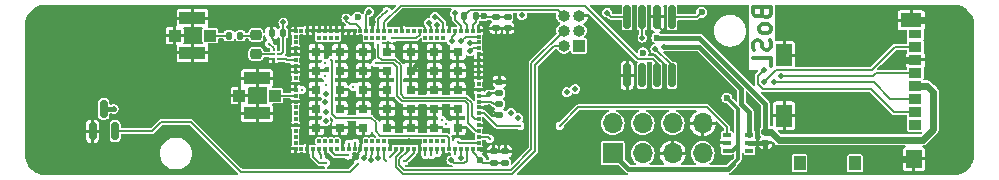
<source format=gbr>
G04 #@! TF.GenerationSoftware,KiCad,Pcbnew,7.0.6*
G04 #@! TF.CreationDate,2024-03-12T10:09:57+11:00*
G04 #@! TF.ProjectId,owts,6f777473-2e6b-4696-9361-645f70636258,1.2.0*
G04 #@! TF.SameCoordinates,Original*
G04 #@! TF.FileFunction,Copper,L4,Bot*
G04 #@! TF.FilePolarity,Positive*
%FSLAX46Y46*%
G04 Gerber Fmt 4.6, Leading zero omitted, Abs format (unit mm)*
G04 Created by KiCad (PCBNEW 7.0.6) date 2024-03-12 10:09:57*
%MOMM*%
%LPD*%
G01*
G04 APERTURE LIST*
G04 Aperture macros list*
%AMRoundRect*
0 Rectangle with rounded corners*
0 $1 Rounding radius*
0 $2 $3 $4 $5 $6 $7 $8 $9 X,Y pos of 4 corners*
0 Add a 4 corners polygon primitive as box body*
4,1,4,$2,$3,$4,$5,$6,$7,$8,$9,$2,$3,0*
0 Add four circle primitives for the rounded corners*
1,1,$1+$1,$2,$3*
1,1,$1+$1,$4,$5*
1,1,$1+$1,$6,$7*
1,1,$1+$1,$8,$9*
0 Add four rect primitives between the rounded corners*
20,1,$1+$1,$2,$3,$4,$5,0*
20,1,$1+$1,$4,$5,$6,$7,0*
20,1,$1+$1,$6,$7,$8,$9,0*
20,1,$1+$1,$8,$9,$2,$3,0*%
G04 Aperture macros list end*
%ADD10C,0.300000*%
G04 #@! TA.AperFunction,NonConductor*
%ADD11C,0.300000*%
G04 #@! TD*
G04 #@! TA.AperFunction,SMDPad,CuDef*
%ADD12R,0.250000X0.250000*%
G04 #@! TD*
G04 #@! TA.AperFunction,SMDPad,CuDef*
%ADD13RoundRect,0.150000X0.150000X-0.587500X0.150000X0.587500X-0.150000X0.587500X-0.150000X-0.587500X0*%
G04 #@! TD*
G04 #@! TA.AperFunction,ComponentPad*
%ADD14R,1.700000X1.700000*%
G04 #@! TD*
G04 #@! TA.AperFunction,ComponentPad*
%ADD15O,1.700000X1.700000*%
G04 #@! TD*
G04 #@! TA.AperFunction,ComponentPad*
%ADD16R,1.000000X1.000000*%
G04 #@! TD*
G04 #@! TA.AperFunction,ComponentPad*
%ADD17O,1.000000X1.000000*%
G04 #@! TD*
G04 #@! TA.AperFunction,SMDPad,CuDef*
%ADD18RoundRect,0.150000X0.150000X-0.825000X0.150000X0.825000X-0.150000X0.825000X-0.150000X-0.825000X0*%
G04 #@! TD*
G04 #@! TA.AperFunction,SMDPad,CuDef*
%ADD19RoundRect,0.140000X-0.140000X-0.170000X0.140000X-0.170000X0.140000X0.170000X-0.140000X0.170000X0*%
G04 #@! TD*
G04 #@! TA.AperFunction,SMDPad,CuDef*
%ADD20R,0.300000X0.300000*%
G04 #@! TD*
G04 #@! TA.AperFunction,SMDPad,CuDef*
%ADD21R,0.800000X0.800000*%
G04 #@! TD*
G04 #@! TA.AperFunction,SMDPad,CuDef*
%ADD22R,0.650000X0.400000*%
G04 #@! TD*
G04 #@! TA.AperFunction,SMDPad,CuDef*
%ADD23RoundRect,0.218750X-0.256250X0.218750X-0.256250X-0.218750X0.256250X-0.218750X0.256250X0.218750X0*%
G04 #@! TD*
G04 #@! TA.AperFunction,SMDPad,CuDef*
%ADD24RoundRect,0.140000X0.170000X-0.140000X0.170000X0.140000X-0.170000X0.140000X-0.170000X-0.140000X0*%
G04 #@! TD*
G04 #@! TA.AperFunction,SMDPad,CuDef*
%ADD25RoundRect,0.135000X0.135000X0.185000X-0.135000X0.185000X-0.135000X-0.185000X0.135000X-0.185000X0*%
G04 #@! TD*
G04 #@! TA.AperFunction,SMDPad,CuDef*
%ADD26R,1.100000X0.850000*%
G04 #@! TD*
G04 #@! TA.AperFunction,SMDPad,CuDef*
%ADD27R,1.100000X0.750000*%
G04 #@! TD*
G04 #@! TA.AperFunction,SMDPad,CuDef*
%ADD28R,1.800000X1.170000*%
G04 #@! TD*
G04 #@! TA.AperFunction,SMDPad,CuDef*
%ADD29R,1.350000X1.900000*%
G04 #@! TD*
G04 #@! TA.AperFunction,SMDPad,CuDef*
%ADD30R,1.350000X1.550000*%
G04 #@! TD*
G04 #@! TA.AperFunction,SMDPad,CuDef*
%ADD31R,1.000000X1.200000*%
G04 #@! TD*
G04 #@! TA.AperFunction,SMDPad,CuDef*
%ADD32R,1.000000X1.000000*%
G04 #@! TD*
G04 #@! TA.AperFunction,SMDPad,CuDef*
%ADD33R,2.200000X1.050000*%
G04 #@! TD*
G04 #@! TA.AperFunction,SMDPad,CuDef*
%ADD34RoundRect,0.140000X-0.170000X0.140000X-0.170000X-0.140000X0.170000X-0.140000X0.170000X0.140000X0*%
G04 #@! TD*
G04 #@! TA.AperFunction,ViaPad*
%ADD35C,0.500000*%
G04 #@! TD*
G04 #@! TA.AperFunction,ViaPad*
%ADD36C,0.300000*%
G04 #@! TD*
G04 #@! TA.AperFunction,ViaPad*
%ADD37C,0.600000*%
G04 #@! TD*
G04 #@! TA.AperFunction,Conductor*
%ADD38C,0.160000*%
G04 #@! TD*
G04 #@! TA.AperFunction,Conductor*
%ADD39C,0.400000*%
G04 #@! TD*
G04 #@! TA.AperFunction,Conductor*
%ADD40C,0.150000*%
G04 #@! TD*
G04 #@! TA.AperFunction,Conductor*
%ADD41C,0.300000*%
G04 #@! TD*
G04 #@! TA.AperFunction,Conductor*
%ADD42C,0.600000*%
G04 #@! TD*
G04 #@! TA.AperFunction,Conductor*
%ADD43C,0.200000*%
G04 #@! TD*
G04 APERTURE END LIST*
D10*
D11*
X85692614Y-101007142D02*
X85764042Y-101221428D01*
X85764042Y-101221428D02*
X85835471Y-101292857D01*
X85835471Y-101292857D02*
X85978328Y-101364285D01*
X85978328Y-101364285D02*
X86192614Y-101364285D01*
X86192614Y-101364285D02*
X86335471Y-101292857D01*
X86335471Y-101292857D02*
X86406900Y-101221428D01*
X86406900Y-101221428D02*
X86478328Y-101078571D01*
X86478328Y-101078571D02*
X86478328Y-100507142D01*
X86478328Y-100507142D02*
X84978328Y-100507142D01*
X84978328Y-100507142D02*
X84978328Y-101007142D01*
X84978328Y-101007142D02*
X85049757Y-101150000D01*
X85049757Y-101150000D02*
X85121185Y-101221428D01*
X85121185Y-101221428D02*
X85264042Y-101292857D01*
X85264042Y-101292857D02*
X85406900Y-101292857D01*
X85406900Y-101292857D02*
X85549757Y-101221428D01*
X85549757Y-101221428D02*
X85621185Y-101150000D01*
X85621185Y-101150000D02*
X85692614Y-101007142D01*
X85692614Y-101007142D02*
X85692614Y-100507142D01*
X86478328Y-102221428D02*
X86406900Y-102078571D01*
X86406900Y-102078571D02*
X86335471Y-102007142D01*
X86335471Y-102007142D02*
X86192614Y-101935714D01*
X86192614Y-101935714D02*
X85764042Y-101935714D01*
X85764042Y-101935714D02*
X85621185Y-102007142D01*
X85621185Y-102007142D02*
X85549757Y-102078571D01*
X85549757Y-102078571D02*
X85478328Y-102221428D01*
X85478328Y-102221428D02*
X85478328Y-102435714D01*
X85478328Y-102435714D02*
X85549757Y-102578571D01*
X85549757Y-102578571D02*
X85621185Y-102650000D01*
X85621185Y-102650000D02*
X85764042Y-102721428D01*
X85764042Y-102721428D02*
X86192614Y-102721428D01*
X86192614Y-102721428D02*
X86335471Y-102650000D01*
X86335471Y-102650000D02*
X86406900Y-102578571D01*
X86406900Y-102578571D02*
X86478328Y-102435714D01*
X86478328Y-102435714D02*
X86478328Y-102221428D01*
X86406900Y-103292857D02*
X86478328Y-103507143D01*
X86478328Y-103507143D02*
X86478328Y-103864285D01*
X86478328Y-103864285D02*
X86406900Y-104007143D01*
X86406900Y-104007143D02*
X86335471Y-104078571D01*
X86335471Y-104078571D02*
X86192614Y-104150000D01*
X86192614Y-104150000D02*
X86049757Y-104150000D01*
X86049757Y-104150000D02*
X85906900Y-104078571D01*
X85906900Y-104078571D02*
X85835471Y-104007143D01*
X85835471Y-104007143D02*
X85764042Y-103864285D01*
X85764042Y-103864285D02*
X85692614Y-103578571D01*
X85692614Y-103578571D02*
X85621185Y-103435714D01*
X85621185Y-103435714D02*
X85549757Y-103364285D01*
X85549757Y-103364285D02*
X85406900Y-103292857D01*
X85406900Y-103292857D02*
X85264042Y-103292857D01*
X85264042Y-103292857D02*
X85121185Y-103364285D01*
X85121185Y-103364285D02*
X85049757Y-103435714D01*
X85049757Y-103435714D02*
X84978328Y-103578571D01*
X84978328Y-103578571D02*
X84978328Y-103935714D01*
X84978328Y-103935714D02*
X85049757Y-104150000D01*
X86478328Y-105507142D02*
X86478328Y-104792856D01*
X86478328Y-104792856D02*
X84978328Y-104792856D01*
D12*
X44778000Y-104100000D03*
X44778000Y-104500000D03*
X44778000Y-104900000D03*
X44378000Y-104900000D03*
X44378000Y-104500000D03*
X44378000Y-104100000D03*
D13*
X30950000Y-111000000D03*
X29050000Y-111000000D03*
X30000000Y-109125000D03*
D14*
X73075000Y-112875000D03*
D15*
X73075000Y-110335000D03*
X75615000Y-112875000D03*
X75615000Y-110335000D03*
X78155000Y-112875000D03*
X78155000Y-110335000D03*
X80695000Y-112875000D03*
X80695000Y-110335000D03*
D16*
X70225000Y-103775000D03*
D17*
X68955000Y-103775000D03*
X70225000Y-102505000D03*
X68955000Y-102505000D03*
X70225000Y-101235000D03*
X68955000Y-101235000D03*
D18*
X78105000Y-106275000D03*
X76835000Y-106275000D03*
X75565000Y-106275000D03*
X74295000Y-106275000D03*
X74295000Y-101325000D03*
X75565000Y-101325000D03*
X76835000Y-101325000D03*
X78105000Y-101325000D03*
D19*
X44198000Y-102700000D03*
X45158000Y-102700000D03*
D20*
X61728000Y-102500000D03*
X61728000Y-103000000D03*
X61728000Y-103500000D03*
X61728000Y-104000000D03*
X61728000Y-104500000D03*
X61728000Y-105000000D03*
X61728000Y-105500000D03*
X61728000Y-106000000D03*
X61728000Y-106500000D03*
X61728000Y-107000000D03*
X61728000Y-107500000D03*
X61728000Y-108000000D03*
X61728000Y-108500000D03*
X61728000Y-109000000D03*
X61728000Y-109500000D03*
X61728000Y-110000000D03*
X61728000Y-110500000D03*
X61728000Y-111000000D03*
X61728000Y-111500000D03*
X61728000Y-112000000D03*
X61728000Y-112500000D03*
X61228000Y-112500000D03*
X60728000Y-112500000D03*
X60228000Y-112500000D03*
X59728000Y-112500000D03*
X59228000Y-112500000D03*
X58728000Y-112500000D03*
X58228000Y-112500000D03*
X57728000Y-112500000D03*
X57228000Y-112500000D03*
X56728000Y-112500000D03*
X56228000Y-112500000D03*
X55728000Y-112500000D03*
X55228000Y-112500000D03*
X54728000Y-112500000D03*
X54228000Y-112500000D03*
X53728000Y-112500000D03*
X53228000Y-112500000D03*
X52728000Y-112500000D03*
X52228000Y-112500000D03*
X51728000Y-112500000D03*
X51228000Y-112500000D03*
X50728000Y-112500000D03*
X50228000Y-112500000D03*
X49728000Y-112500000D03*
X49228000Y-112500000D03*
X48728000Y-112500000D03*
X48228000Y-112500000D03*
X47728000Y-112500000D03*
X47228000Y-112500000D03*
X46728000Y-112500000D03*
X46228000Y-112500000D03*
X46228000Y-112000000D03*
X46228000Y-111500000D03*
X46228000Y-111000000D03*
X46228000Y-110500000D03*
X46228000Y-110000000D03*
X46228000Y-109500000D03*
X46228000Y-109000000D03*
X46228000Y-108500000D03*
X46228000Y-108000000D03*
X46228000Y-107500000D03*
X46228000Y-107000000D03*
X46228000Y-106500000D03*
X46228000Y-106000000D03*
X46228000Y-105500000D03*
X46228000Y-105000000D03*
X46228000Y-104500000D03*
X46228000Y-104000000D03*
X46228000Y-103500000D03*
X46228000Y-103000000D03*
X46228000Y-102500000D03*
X46728000Y-102500000D03*
X47228000Y-102500000D03*
X47728000Y-102500000D03*
X48228000Y-102500000D03*
X48728000Y-102500000D03*
X49228000Y-102500000D03*
X49728000Y-102500000D03*
X50228000Y-102500000D03*
X50728000Y-102500000D03*
X51228000Y-102500000D03*
X51728000Y-102500000D03*
X52228000Y-102500000D03*
X52728000Y-102500000D03*
X53228000Y-102500000D03*
X53728000Y-102500000D03*
X54228000Y-102500000D03*
X54728000Y-102500000D03*
X55228000Y-102500000D03*
X55728000Y-102500000D03*
X56228000Y-102500000D03*
X56728000Y-102500000D03*
X57228000Y-102500000D03*
X57728000Y-102500000D03*
X58228000Y-102500000D03*
X58728000Y-102500000D03*
X59228000Y-102500000D03*
X59728000Y-102500000D03*
X60228000Y-102500000D03*
X60728000Y-102500000D03*
X61228000Y-102500000D03*
D21*
X59978000Y-104300000D03*
X59978000Y-105900000D03*
X59978000Y-107500000D03*
X59978000Y-109100000D03*
X59978000Y-110700000D03*
X57978000Y-104300000D03*
X57978000Y-105900000D03*
X57978000Y-107500000D03*
X57978000Y-109100000D03*
X57978000Y-110700000D03*
X55978000Y-104300000D03*
X55978000Y-105900000D03*
X55978000Y-107500000D03*
X55978000Y-109100000D03*
X55978000Y-110700000D03*
X53978000Y-104300000D03*
X53978000Y-105900000D03*
X53978000Y-107500000D03*
X53978000Y-109100000D03*
X53978000Y-110700000D03*
X51978000Y-104300000D03*
X51978000Y-105900000D03*
X51978000Y-107500000D03*
X51978000Y-109100000D03*
X51978000Y-110700000D03*
X49978000Y-104300000D03*
X49978000Y-105900000D03*
X49978000Y-107500000D03*
X49978000Y-109100000D03*
X49978000Y-110700000D03*
X47978000Y-104300000D03*
X47978000Y-105900000D03*
X47978000Y-107500000D03*
X47978000Y-109100000D03*
X47978000Y-110700000D03*
D20*
X58728000Y-111850000D03*
X58228000Y-111850000D03*
X57728000Y-111850000D03*
X57228000Y-111850000D03*
X53728000Y-111850000D03*
X53228000Y-111850000D03*
X52728000Y-111850000D03*
X52228000Y-111850000D03*
X49728000Y-111850000D03*
X49228000Y-111850000D03*
X48728000Y-111850000D03*
X48228000Y-111850000D03*
X48228000Y-103150000D03*
X48728000Y-103150000D03*
X49228000Y-103150000D03*
X49728000Y-103150000D03*
X52228000Y-103150000D03*
X52728000Y-103150000D03*
X53228000Y-103150000D03*
X53728000Y-103150000D03*
X57228000Y-103150000D03*
X57728000Y-103150000D03*
X58228000Y-103150000D03*
X58728000Y-103150000D03*
D19*
X40598000Y-102911000D03*
X41558000Y-102911000D03*
D22*
X84650000Y-111350000D03*
X84650000Y-112000000D03*
X84650000Y-112650000D03*
X82750000Y-112650000D03*
X82750000Y-112000000D03*
X82750000Y-111350000D03*
D23*
X42878000Y-102885500D03*
X42878000Y-104460500D03*
D24*
X63000000Y-113680000D03*
X63000000Y-112720000D03*
D25*
X61510000Y-101275000D03*
X60490000Y-101275000D03*
D24*
X86000000Y-112005000D03*
X86000000Y-111045000D03*
X63975000Y-113680000D03*
X63975000Y-112720000D03*
D26*
X98700000Y-110470000D03*
X98700000Y-109370000D03*
X98700000Y-108270000D03*
X98700000Y-107170000D03*
X98700000Y-106070000D03*
X98700000Y-104970000D03*
X98700000Y-103870000D03*
D27*
X98700000Y-102820000D03*
D28*
X98350000Y-101620000D03*
D29*
X87600000Y-104565000D03*
X87600000Y-109685000D03*
D30*
X98575000Y-113360000D03*
D31*
X88900000Y-113745000D03*
X93600000Y-113745000D03*
D24*
X63200000Y-102280000D03*
X63200000Y-101320000D03*
D32*
X39002000Y-102911000D03*
D33*
X37502000Y-104386000D03*
D32*
X36002000Y-102911000D03*
D33*
X37502000Y-101436000D03*
D24*
X63478000Y-107785000D03*
X63478000Y-106825000D03*
D34*
X64200000Y-101320000D03*
X64200000Y-102280000D03*
D32*
X44478000Y-108000000D03*
D33*
X42978000Y-109475000D03*
D32*
X41478000Y-108000000D03*
D33*
X42978000Y-106525000D03*
D24*
X63478000Y-109660000D03*
X63478000Y-108700000D03*
D35*
X27750000Y-111000000D03*
D36*
X51500000Y-113750000D03*
X55450000Y-113550000D03*
X54250000Y-113200000D03*
D35*
X30825000Y-109125000D03*
D36*
X48825000Y-107075000D03*
X48750000Y-106300000D03*
X53190000Y-103715000D03*
X46740000Y-107505000D03*
X53000000Y-105250000D03*
X62675000Y-111655000D03*
X48750000Y-105250000D03*
X59960000Y-111895000D03*
X51100000Y-107250000D03*
D35*
X59410000Y-113485000D03*
X60250000Y-113265000D03*
X61000000Y-104225000D03*
X48777502Y-107850000D03*
X60980000Y-103505000D03*
X60240000Y-103385000D03*
X48756694Y-108572751D03*
X59720000Y-101035000D03*
X59450000Y-103375000D03*
X48777502Y-109400000D03*
X58025000Y-101305000D03*
X57539058Y-101844058D03*
D36*
X49250000Y-105000000D03*
D35*
X48775000Y-110175000D03*
X58219495Y-101985505D03*
X40400000Y-101805000D03*
X56421558Y-105501558D03*
X41200000Y-106405000D03*
X55000000Y-109005000D03*
X55225000Y-101505000D03*
D37*
X97225000Y-113355000D03*
D35*
X48100000Y-101400000D03*
X55836667Y-111879500D03*
X45600000Y-109405000D03*
D37*
X63747086Y-103224968D03*
D36*
X58730000Y-113195000D03*
D37*
X100125000Y-101105000D03*
X97525000Y-104955000D03*
D35*
X41800000Y-101805000D03*
D37*
X63475156Y-111780000D03*
X67050000Y-108580000D03*
D35*
X52700000Y-106500000D03*
X43600000Y-101805000D03*
D37*
X84700000Y-108400000D03*
X72100000Y-105445500D03*
D35*
X62596800Y-109003200D03*
X39400000Y-104605000D03*
X35600000Y-101205000D03*
X64475000Y-107855000D03*
X39400000Y-101205000D03*
X45600000Y-106405000D03*
X41200000Y-109405000D03*
D37*
X91240000Y-103075000D03*
X86300000Y-113100000D03*
D35*
X44600000Y-106405000D03*
X52748500Y-101745000D03*
X44600000Y-109405000D03*
X35600000Y-104605000D03*
X40400000Y-103805000D03*
D37*
X79200000Y-102175000D03*
X87510000Y-109695000D03*
D35*
X41800000Y-103805000D03*
X46766652Y-111742471D03*
D37*
X75650000Y-104365000D03*
X51478000Y-101365000D03*
X82750000Y-108200000D03*
D35*
X62600000Y-107900000D03*
X45200000Y-101805000D03*
D37*
X80620000Y-100935000D03*
D36*
X48800000Y-113700000D03*
D35*
X65050000Y-109900000D03*
D36*
X59000000Y-110415000D03*
D37*
X61880000Y-113445000D03*
X62169049Y-101254581D03*
D36*
X57230540Y-112998428D03*
X57730000Y-113005000D03*
D35*
X53220000Y-113264500D03*
X87350000Y-106309500D03*
X52598561Y-113453356D03*
X85875000Y-106830000D03*
X86700000Y-106880000D03*
X51982673Y-113247115D03*
X85867959Y-105805500D03*
D36*
X51300000Y-111995000D03*
D35*
X50530000Y-101465000D03*
X75600000Y-103100000D03*
X52470000Y-100905000D03*
X65400000Y-101204500D03*
X72610000Y-100965000D03*
X76690000Y-104025000D03*
D36*
X53950000Y-100830000D03*
X44000000Y-103605000D03*
X54420000Y-103155000D03*
X58610000Y-110035000D03*
X50730000Y-112065000D03*
D35*
X64475000Y-109430000D03*
D36*
X50700000Y-113065000D03*
X48406594Y-113250000D03*
X53847198Y-113495388D03*
D35*
X69897645Y-107427645D03*
X69200000Y-107700000D03*
D37*
X76820000Y-103085000D03*
D36*
X59730000Y-112915000D03*
X68600000Y-110550000D03*
X65250000Y-110550000D03*
D35*
X77460000Y-103845000D03*
D36*
X58230000Y-112830000D03*
D38*
X81085549Y-108985549D02*
X82750000Y-110650000D01*
X70164451Y-108985549D02*
X81085549Y-108985549D01*
X82750000Y-110650000D02*
X82750000Y-111350000D01*
X68600000Y-110550000D02*
X70164451Y-108985549D01*
X68123406Y-103775000D02*
X68955000Y-103775000D01*
X66520000Y-112668406D02*
X66520000Y-105378406D01*
X64568406Y-114620000D02*
X66520000Y-112668406D01*
X55296594Y-114620000D02*
X64568406Y-114620000D01*
X54710000Y-114033406D02*
X55296594Y-114620000D01*
X54710000Y-113179241D02*
X54710000Y-114033406D01*
X55228000Y-112661241D02*
X54710000Y-113179241D01*
X55228000Y-112500000D02*
X55228000Y-112661241D01*
X66520000Y-105378406D02*
X68123406Y-103775000D01*
X64440000Y-114310000D02*
X55425000Y-114310000D01*
X55425000Y-114310000D02*
X55020000Y-113905000D01*
X66200000Y-112550000D02*
X64440000Y-114310000D01*
X66200000Y-105260000D02*
X66200000Y-112550000D01*
X68955000Y-102505000D02*
X66200000Y-105260000D01*
X55020000Y-113905000D02*
X55020000Y-113355000D01*
X55020000Y-113355000D02*
X55728000Y-112647000D01*
X55728000Y-112647000D02*
X55728000Y-112500000D01*
X52228000Y-113001788D02*
X52228000Y-112500000D01*
X51982673Y-113247115D02*
X52228000Y-113001788D01*
X59228000Y-111603000D02*
X59228000Y-112500000D01*
X59025000Y-111400000D02*
X59228000Y-111603000D01*
X53365000Y-111400000D02*
X59025000Y-111400000D01*
X53000000Y-111035000D02*
X53365000Y-111400000D01*
X49615000Y-109875000D02*
X52650000Y-109875000D01*
X49290000Y-109550000D02*
X49615000Y-109875000D01*
X52650000Y-109875000D02*
X53000000Y-110225000D01*
X49290000Y-105040000D02*
X49290000Y-109550000D01*
X49250000Y-105000000D02*
X49290000Y-105040000D01*
X53000000Y-110225000D02*
X53000000Y-111035000D01*
X61525000Y-111000000D02*
X61728000Y-111000000D01*
X60845000Y-110320000D02*
X61525000Y-111000000D01*
X55280000Y-108465000D02*
X60558664Y-108465000D01*
X60845000Y-108751336D02*
X60845000Y-110320000D01*
X54815000Y-105575000D02*
X54815000Y-108000000D01*
X54815000Y-108000000D02*
X55280000Y-108465000D01*
X54505000Y-105265000D02*
X54815000Y-105575000D01*
X53015000Y-105265000D02*
X54505000Y-105265000D01*
X60558664Y-108465000D02*
X60845000Y-108751336D01*
X53000000Y-105250000D02*
X53015000Y-105265000D01*
X34075000Y-111000000D02*
X30950000Y-111000000D01*
X34850000Y-110225000D02*
X34075000Y-111000000D01*
X50825000Y-114425000D02*
X41575000Y-114425000D01*
X51500000Y-113750000D02*
X50825000Y-114425000D01*
X41575000Y-114425000D02*
X37375000Y-110225000D01*
X37375000Y-110225000D02*
X34850000Y-110225000D01*
X55550000Y-113525000D02*
X55475000Y-113525000D01*
X56228000Y-112847000D02*
X55550000Y-113525000D01*
X56228000Y-112847000D02*
X56228000Y-112500000D01*
X53743769Y-113391959D02*
X53743769Y-112515769D01*
X53847198Y-113495388D02*
X53743769Y-113391959D01*
X54728000Y-112722000D02*
X54250000Y-113200000D01*
X54728000Y-112500000D02*
X54728000Y-112722000D01*
X57228000Y-112995888D02*
X57228000Y-112500000D01*
X57230540Y-112998428D02*
X57228000Y-112995888D01*
X52728000Y-112977000D02*
X52728000Y-112500000D01*
X52598561Y-113453356D02*
X52598561Y-113106439D01*
X52598561Y-113106439D02*
X52728000Y-112977000D01*
D39*
X30000000Y-109125000D02*
X30825000Y-109125000D01*
D38*
X48248482Y-113700000D02*
X47728000Y-113179518D01*
X47728000Y-113179518D02*
X47728000Y-112500000D01*
X48800000Y-113700000D02*
X48248482Y-113700000D01*
X48228000Y-112813000D02*
X48228000Y-112500000D01*
X48406594Y-113250000D02*
X48406594Y-112991594D01*
X48406594Y-112991594D02*
X48228000Y-112813000D01*
D40*
X55120000Y-105448665D02*
X55120000Y-107845000D01*
X53190000Y-103715000D02*
X53240000Y-103765000D01*
X53240000Y-104693664D02*
X53506336Y-104960000D01*
X53506336Y-104960000D02*
X54631335Y-104960000D01*
X55435000Y-108160000D02*
X60685000Y-108160000D01*
X54631335Y-104960000D02*
X55120000Y-105448665D01*
X61385000Y-110000000D02*
X61728000Y-110000000D01*
X53240000Y-103765000D02*
X53240000Y-104693664D01*
X61150000Y-109765000D02*
X61385000Y-110000000D01*
X60685000Y-108160000D02*
X61150000Y-108625000D01*
X61150000Y-108625000D02*
X61150000Y-109765000D01*
X55120000Y-107845000D02*
X55435000Y-108160000D01*
D38*
X62520000Y-111500000D02*
X61728000Y-111500000D01*
X62675000Y-111655000D02*
X62520000Y-111500000D01*
X60065000Y-112000000D02*
X61728000Y-112000000D01*
X59960000Y-111895000D02*
X60065000Y-112000000D01*
X60730000Y-113066177D02*
X60730000Y-113505000D01*
X60728000Y-113064177D02*
X60730000Y-113066177D01*
X59670000Y-113745000D02*
X59410000Y-113485000D01*
X60728000Y-112500000D02*
X60728000Y-113064177D01*
X60490000Y-113745000D02*
X59670000Y-113745000D01*
X60730000Y-113505000D02*
X60490000Y-113745000D01*
X60250000Y-113265000D02*
X60228000Y-113243000D01*
X60228000Y-113243000D02*
X60228000Y-112500000D01*
X61000000Y-104225000D02*
X61225000Y-104000000D01*
X61225000Y-104000000D02*
X61728000Y-104000000D01*
X60980000Y-103505000D02*
X61723000Y-103505000D01*
X60625000Y-103000000D02*
X61728000Y-103000000D01*
X60240000Y-103385000D02*
X60625000Y-103000000D01*
X59720000Y-101035000D02*
X59720000Y-101565000D01*
X59720000Y-101565000D02*
X60228000Y-102073000D01*
X60228000Y-102073000D02*
X60228000Y-102500000D01*
X59728000Y-102797000D02*
X59728000Y-102500000D01*
X59450000Y-103075000D02*
X59728000Y-102797000D01*
X59450000Y-103375000D02*
X59450000Y-103075000D01*
X58025000Y-101305000D02*
X58217107Y-101305000D01*
X58217107Y-101305000D02*
X58730000Y-101817893D01*
X58730000Y-101817893D02*
X58730000Y-102498000D01*
X57728000Y-102213000D02*
X57728000Y-102500000D01*
X57539058Y-102024058D02*
X57728000Y-102213000D01*
X57539058Y-101844058D02*
X57539058Y-102024058D01*
X58228000Y-101994010D02*
X58228000Y-102500000D01*
X58219495Y-101985505D02*
X58228000Y-101994010D01*
X54228000Y-112240000D02*
X54228000Y-112500000D01*
X55225000Y-101505000D02*
X56442893Y-101505000D01*
X48728000Y-112783000D02*
X49260000Y-113315000D01*
X51728000Y-112707000D02*
X51300000Y-113135000D01*
D41*
X64475000Y-107230000D02*
X64475000Y-107855000D01*
D39*
X86000000Y-112800000D02*
X86000000Y-112005000D01*
D42*
X99610000Y-101620000D02*
X100125000Y-101105000D01*
D38*
X51728000Y-112500000D02*
X51728000Y-112707000D01*
X45600000Y-105845000D02*
X45600000Y-106405000D01*
X44778000Y-103678000D02*
X44198000Y-103098000D01*
D39*
X86300000Y-113100000D02*
X86000000Y-112800000D01*
D43*
X63475156Y-111780000D02*
X63480000Y-111784844D01*
D38*
X44198000Y-103098000D02*
X44198000Y-102700000D01*
D43*
X61728000Y-107500000D02*
X62300000Y-107500000D01*
D38*
X45945000Y-105500000D02*
X45600000Y-105845000D01*
X45600000Y-108818000D02*
X45600000Y-109405000D01*
X63475156Y-111780000D02*
X63475156Y-111680156D01*
D42*
X98700000Y-104970000D02*
X97540000Y-104970000D01*
D38*
X45918000Y-107000000D02*
X46228000Y-107000000D01*
X45600000Y-106682000D02*
X45918000Y-107000000D01*
X62295000Y-110500000D02*
X61728000Y-110500000D01*
D42*
X97230000Y-113360000D02*
X97225000Y-113355000D01*
D38*
X79200000Y-102175000D02*
X78700000Y-102675000D01*
D42*
X98575000Y-113360000D02*
X97230000Y-113360000D01*
D38*
X49330000Y-113385000D02*
X50280000Y-113385000D01*
X45600000Y-110182000D02*
X45600000Y-109405000D01*
D43*
X63747086Y-103224968D02*
X63680000Y-103157882D01*
D38*
X58728000Y-113193000D02*
X58728000Y-112500000D01*
D43*
X63680000Y-102280000D02*
X63225000Y-102280000D01*
D42*
X98350000Y-101620000D02*
X99610000Y-101620000D01*
D38*
X56728000Y-112190000D02*
X56728000Y-112500000D01*
X45600000Y-106405000D02*
X45600000Y-106682000D01*
D43*
X63680000Y-103157882D02*
X63680000Y-102280000D01*
X63480000Y-112720000D02*
X63000000Y-112720000D01*
D38*
X45918000Y-108500000D02*
X45600000Y-108818000D01*
X45885000Y-107500000D02*
X45600000Y-107215000D01*
D43*
X61728000Y-102500000D02*
X62300000Y-102500000D01*
D38*
X78700000Y-102675000D02*
X77510000Y-102675000D01*
X52728000Y-102500000D02*
X52728000Y-101765500D01*
X73260000Y-106275000D02*
X74295000Y-106275000D01*
X46228000Y-110500000D02*
X45918000Y-110500000D01*
D43*
X63000000Y-112720000D02*
X61948000Y-112720000D01*
X62520000Y-102280000D02*
X63225000Y-102280000D01*
D38*
X48728000Y-112500000D02*
X48728000Y-112783000D01*
X52728000Y-101765500D02*
X52748500Y-101745000D01*
D43*
X61948000Y-112720000D02*
X61728000Y-112500000D01*
X62300000Y-107500000D02*
X62975000Y-106825000D01*
X63480000Y-111784844D02*
X63480000Y-112720000D01*
X62593600Y-109000000D02*
X61728000Y-109000000D01*
D38*
X54588500Y-111879500D02*
X54228000Y-112240000D01*
X77510000Y-102675000D02*
X76835000Y-102000000D01*
D41*
X64070000Y-106825000D02*
X64475000Y-107230000D01*
D38*
X46228000Y-108500000D02*
X45918000Y-108500000D01*
X72100000Y-105445500D02*
X72430500Y-105445500D01*
D39*
X84650000Y-112000000D02*
X84655000Y-112005000D01*
D38*
X56442893Y-101505000D02*
X57228000Y-102290107D01*
D43*
X62596800Y-109003200D02*
X62593600Y-109000000D01*
D38*
X57228000Y-102290107D02*
X57228000Y-102500000D01*
D41*
X63478000Y-106825000D02*
X64070000Y-106825000D01*
D38*
X58730000Y-113195000D02*
X58728000Y-113193000D01*
X72430500Y-105445500D02*
X73260000Y-106275000D01*
X46228000Y-107500000D02*
X45885000Y-107500000D01*
X55836667Y-111879500D02*
X56417500Y-111879500D01*
D43*
X62596800Y-109003200D02*
X63253600Y-109660000D01*
X62975000Y-106825000D02*
X63478000Y-106825000D01*
X62300000Y-102500000D02*
X62520000Y-102280000D01*
D38*
X56417500Y-111879500D02*
X56728000Y-112190000D01*
X49260000Y-113315000D02*
X49330000Y-113385000D01*
X46228000Y-105500000D02*
X45945000Y-105500000D01*
X55228000Y-101508000D02*
X55228000Y-102500000D01*
X44778000Y-104100000D02*
X44778000Y-103678000D01*
D43*
X64200000Y-102280000D02*
X63680000Y-102280000D01*
D38*
X63475156Y-111680156D02*
X62295000Y-110500000D01*
X45918000Y-110500000D02*
X45600000Y-110182000D01*
X55836667Y-111879500D02*
X54588500Y-111879500D01*
D43*
X63253600Y-109660000D02*
X63478000Y-109660000D01*
X63975000Y-112720000D02*
X63480000Y-112720000D01*
D38*
X45805000Y-106000000D02*
X45600000Y-106205000D01*
X55225000Y-101505000D02*
X55228000Y-101508000D01*
X46228000Y-106000000D02*
X45805000Y-106000000D01*
D42*
X97540000Y-104970000D02*
X97525000Y-104955000D01*
D39*
X84655000Y-112005000D02*
X86000000Y-112005000D01*
D38*
X45600000Y-107215000D02*
X45600000Y-106405000D01*
X45600000Y-106205000D02*
X45600000Y-106405000D01*
X46228000Y-108000000D02*
X44478000Y-108000000D01*
D40*
X39002000Y-102911000D02*
X40598000Y-102911000D01*
D38*
X45158000Y-101847000D02*
X45200000Y-101805000D01*
D43*
X62600000Y-107900000D02*
X62500000Y-108000000D01*
D41*
X83250000Y-112650000D02*
X82750000Y-112650000D01*
D43*
X62500000Y-108000000D02*
X61728000Y-108000000D01*
X62600000Y-107900000D02*
X62715000Y-107785000D01*
D38*
X44778000Y-104500000D02*
X45000000Y-104500000D01*
D41*
X83700000Y-109150000D02*
X83700000Y-112200000D01*
D38*
X80620000Y-100935000D02*
X80230000Y-101325000D01*
D39*
X74400000Y-114200000D02*
X82250000Y-114200000D01*
X82250000Y-114200000D02*
X82850000Y-114200000D01*
D38*
X45158000Y-102700000D02*
X45158000Y-101847000D01*
D41*
X83700000Y-112200000D02*
X83250000Y-112650000D01*
D38*
X45000000Y-104500000D02*
X45158000Y-104342000D01*
D39*
X73075000Y-112875000D02*
X74400000Y-114200000D01*
D41*
X83700000Y-112200000D02*
X83700000Y-113350000D01*
D39*
X82850000Y-114200000D02*
X83250000Y-113800000D01*
D38*
X45158000Y-104342000D02*
X45158000Y-102700000D01*
D41*
X82750000Y-108200000D02*
X83700000Y-109150000D01*
D43*
X62715000Y-107785000D02*
X63478000Y-107785000D01*
D38*
X80230000Y-101325000D02*
X78105000Y-101325000D01*
D41*
X83700000Y-113350000D02*
X83250000Y-113800000D01*
D43*
X61728000Y-108500000D02*
X62800000Y-108500000D01*
X62800000Y-108500000D02*
X63000000Y-108700000D01*
X63000000Y-108700000D02*
X63478000Y-108700000D01*
D40*
X41558000Y-102911000D02*
X42852500Y-102911000D01*
D43*
X62234468Y-101320000D02*
X64200000Y-101320000D01*
X62115000Y-113680000D02*
X63000000Y-113680000D01*
X62169049Y-101254581D02*
X61530419Y-101254581D01*
X61228000Y-112793000D02*
X61228000Y-112500000D01*
X62169049Y-101254581D02*
X62234468Y-101320000D01*
X61880000Y-113445000D02*
X62115000Y-113680000D01*
X63975000Y-113680000D02*
X63000000Y-113680000D01*
X61228000Y-102500000D02*
X61228000Y-102022000D01*
X61510000Y-101740000D02*
X61510000Y-101275000D01*
X61880000Y-113445000D02*
X61228000Y-112793000D01*
X61228000Y-102022000D02*
X61510000Y-101740000D01*
D38*
X57728000Y-113003000D02*
X57728000Y-112500000D01*
X57730000Y-113005000D02*
X57728000Y-113003000D01*
X95145500Y-106309500D02*
X95385000Y-106070000D01*
X53228000Y-112837000D02*
X53228000Y-112500000D01*
X95385000Y-106070000D02*
X98700000Y-106070000D01*
X53220000Y-113264500D02*
X53220000Y-112845000D01*
X53220000Y-112845000D02*
X53228000Y-112837000D01*
X87350000Y-106309500D02*
X95145500Y-106309500D01*
X95000000Y-105830000D02*
X96960000Y-103870000D01*
X96960000Y-103870000D02*
X98700000Y-103870000D01*
X85875000Y-106830000D02*
X86875000Y-105830000D01*
X86875000Y-105830000D02*
X95000000Y-105830000D01*
X96565000Y-108270000D02*
X98700000Y-108270000D01*
X86700000Y-106880000D02*
X95175000Y-106880000D01*
X95175000Y-106880000D02*
X96565000Y-108270000D01*
X85767893Y-107430000D02*
X94920000Y-107430000D01*
X94920000Y-107430000D02*
X96860000Y-109370000D01*
X85867959Y-105805500D02*
X85375000Y-106298459D01*
X96860000Y-109370000D02*
X99035000Y-109370000D01*
X51300000Y-111995000D02*
X51228000Y-112067000D01*
X85375000Y-106298459D02*
X85375000Y-107037107D01*
X85375000Y-107037107D02*
X85767893Y-107430000D01*
X51228000Y-112067000D02*
X51228000Y-112500000D01*
X75600000Y-103100000D02*
X75550000Y-103050000D01*
X50530000Y-101655000D02*
X50805000Y-101930000D01*
X50805000Y-101930000D02*
X51385000Y-101930000D01*
X51728000Y-102273000D02*
X51728000Y-102500000D01*
X51385000Y-101930000D02*
X51728000Y-102273000D01*
X75550000Y-103050000D02*
X75550000Y-101340000D01*
X50530000Y-101465000D02*
X50530000Y-101655000D01*
X76835000Y-105240000D02*
X76835000Y-106275000D01*
X55135000Y-100380000D02*
X70735000Y-100380000D01*
X53728000Y-101787000D02*
X55135000Y-100380000D01*
X70735000Y-100380000D02*
X75260000Y-104905000D01*
X53728000Y-102500000D02*
X53728000Y-101787000D01*
X75260000Y-104905000D02*
X76500000Y-104905000D01*
X76500000Y-104905000D02*
X76835000Y-105240000D01*
X72610000Y-100965000D02*
X72970000Y-101325000D01*
X52228000Y-101147000D02*
X52228000Y-102500000D01*
X52470000Y-100905000D02*
X52228000Y-101147000D01*
X72970000Y-101325000D02*
X74295000Y-101325000D01*
X53228000Y-101547000D02*
X53228000Y-102500000D01*
X53500000Y-101275000D02*
X53228000Y-101547000D01*
X53500000Y-101275000D02*
X53505000Y-101275000D01*
X53505000Y-101275000D02*
X53950000Y-100830000D01*
X76690000Y-104025000D02*
X78105000Y-105440000D01*
D40*
X42917500Y-104500000D02*
X44378000Y-104500000D01*
D38*
X60490000Y-101275000D02*
X61040000Y-100725000D01*
X68445000Y-100725000D02*
X68955000Y-101235000D01*
X60728000Y-102003000D02*
X60728000Y-102500000D01*
X61040000Y-100725000D02*
X68445000Y-100725000D01*
X60490000Y-101275000D02*
X60490000Y-101765000D01*
X60490000Y-101765000D02*
X60728000Y-102003000D01*
X44778000Y-104900000D02*
X45400000Y-104900000D01*
X45400000Y-104900000D02*
X45500000Y-105000000D01*
X45500000Y-105000000D02*
X46228000Y-105000000D01*
X56728000Y-102827000D02*
X56400000Y-103155000D01*
X44378000Y-103983000D02*
X44000000Y-103605000D01*
X44378000Y-104100000D02*
X44378000Y-103983000D01*
X56728000Y-102500000D02*
X56728000Y-102827000D01*
X56400000Y-103155000D02*
X54420000Y-103155000D01*
X50730000Y-112065000D02*
X50728000Y-112067000D01*
X50728000Y-112067000D02*
X50728000Y-112500000D01*
X49610000Y-113065000D02*
X49228000Y-112683000D01*
X49228000Y-112683000D02*
X49228000Y-112500000D01*
X50700000Y-113065000D02*
X49610000Y-113065000D01*
D42*
X99356472Y-111730000D02*
X87130000Y-111730000D01*
D39*
X80430000Y-103105000D02*
X86000000Y-108675000D01*
X76820000Y-103085000D02*
X76840000Y-103105000D01*
D42*
X86445000Y-111045000D02*
X86000000Y-111045000D01*
X98700000Y-107170000D02*
X99715000Y-107170000D01*
X100225000Y-107680000D02*
X100225000Y-110861472D01*
D39*
X86000000Y-108675000D02*
X86000000Y-111045000D01*
D42*
X99715000Y-107170000D02*
X100225000Y-107680000D01*
D39*
X76840000Y-103105000D02*
X80430000Y-103105000D01*
D42*
X87130000Y-111730000D02*
X86445000Y-111045000D01*
X100225000Y-110861472D02*
X99356472Y-111730000D01*
D38*
X59730000Y-112915000D02*
X59728000Y-112913000D01*
X59728000Y-112913000D02*
X59728000Y-112500000D01*
X62195000Y-109500000D02*
X61728000Y-109500000D01*
X63245000Y-110550000D02*
X62195000Y-109500000D01*
X65250000Y-110550000D02*
X63245000Y-110550000D01*
D39*
X80392182Y-103845000D02*
X77460000Y-103845000D01*
X83980000Y-107432818D02*
X80392182Y-103845000D01*
X83980000Y-108680000D02*
X83980000Y-107432818D01*
X84650000Y-111350000D02*
X84650000Y-109350000D01*
X84650000Y-109350000D02*
X83980000Y-108680000D01*
D38*
X58230000Y-112830000D02*
X58228000Y-112828000D01*
X58228000Y-112828000D02*
X58228000Y-112500000D01*
G04 #@! TA.AperFunction,Conductor*
G36*
X44790931Y-103067903D02*
G01*
X44845229Y-103122201D01*
X44845231Y-103122202D01*
X44845235Y-103122206D01*
X44870409Y-103133321D01*
X44909397Y-103170739D01*
X44917500Y-103205590D01*
X44917500Y-103677777D01*
X44903000Y-103717616D01*
X44903000Y-104135500D01*
X44884518Y-104186280D01*
X44837718Y-104213300D01*
X44824000Y-104214500D01*
X44742500Y-104214500D01*
X44691720Y-104196018D01*
X44664700Y-104149218D01*
X44663500Y-104135500D01*
X44663500Y-103959195D01*
X44663500Y-103959194D01*
X44654517Y-103914038D01*
X44653000Y-103898629D01*
X44653000Y-103725000D01*
X44628376Y-103725000D01*
X44555455Y-103739504D01*
X44548266Y-103742483D01*
X44546939Y-103739281D01*
X44508406Y-103748705D01*
X44461156Y-103726037D01*
X44375795Y-103640676D01*
X44353629Y-103597173D01*
X44352689Y-103591240D01*
X44337500Y-103495339D01*
X44287095Y-103396413D01*
X44287094Y-103396412D01*
X44287093Y-103396410D01*
X44285543Y-103394860D01*
X44284782Y-103393229D01*
X44283441Y-103391383D01*
X44283800Y-103391122D01*
X44262705Y-103345884D01*
X44276691Y-103293686D01*
X44320957Y-103262691D01*
X44341404Y-103259999D01*
X44368687Y-103259999D01*
X44460017Y-103245534D01*
X44570095Y-103189447D01*
X44657448Y-103102094D01*
X44664679Y-103087902D01*
X44704199Y-103051045D01*
X44758164Y-103048215D01*
X44790931Y-103067903D01*
G37*
G04 #@! TD.AperFunction*
G04 #@! TA.AperFunction,Conductor*
G36*
X54734440Y-100318982D02*
G01*
X54761460Y-100365782D01*
X54752076Y-100419000D01*
X54739525Y-100435356D01*
X54499377Y-100675504D01*
X54419622Y-100755259D01*
X54370646Y-100778096D01*
X54318448Y-100764110D01*
X54288628Y-100723811D01*
X54287500Y-100720341D01*
X54287500Y-100720339D01*
X54237095Y-100621413D01*
X54237094Y-100621412D01*
X54237093Y-100621410D01*
X54158589Y-100542906D01*
X54156774Y-100541981D01*
X54059661Y-100492500D01*
X54059658Y-100492499D01*
X54059655Y-100492498D01*
X53950002Y-100475131D01*
X53949998Y-100475131D01*
X53840344Y-100492498D01*
X53840340Y-100492499D01*
X53840339Y-100492500D01*
X53806537Y-100509723D01*
X53741410Y-100542906D01*
X53662906Y-100621410D01*
X53637240Y-100671782D01*
X53612500Y-100720339D01*
X53612499Y-100720340D01*
X53612500Y-100720340D01*
X53612498Y-100720345D01*
X53596369Y-100822175D01*
X53574203Y-100865677D01*
X53386074Y-101053806D01*
X53372148Y-101062890D01*
X53373047Y-101064274D01*
X53366088Y-101068793D01*
X53347718Y-101087162D01*
X53338297Y-101095208D01*
X53317281Y-101110478D01*
X53317278Y-101110481D01*
X53312749Y-101118326D01*
X53300196Y-101134684D01*
X53063138Y-101371743D01*
X53061638Y-101373166D01*
X53029086Y-101402478D01*
X53029085Y-101402479D01*
X53018520Y-101426208D01*
X53012605Y-101437101D01*
X52998458Y-101458885D01*
X52997041Y-101467832D01*
X52991185Y-101487601D01*
X52987500Y-101495878D01*
X52987500Y-101521857D01*
X52986527Y-101534216D01*
X52982464Y-101559865D01*
X52982464Y-101559869D01*
X52984808Y-101568617D01*
X52987499Y-101589060D01*
X52987499Y-102021196D01*
X52969017Y-102071976D01*
X52922217Y-102098996D01*
X52906505Y-102099597D01*
X52906505Y-102100000D01*
X52853000Y-102100000D01*
X52853000Y-102546000D01*
X52834518Y-102596780D01*
X52787718Y-102623800D01*
X52774000Y-102625000D01*
X52682000Y-102625000D01*
X52631220Y-102606518D01*
X52604200Y-102559718D01*
X52603000Y-102546000D01*
X52603000Y-102100000D01*
X52549495Y-102100000D01*
X52549495Y-102098347D01*
X52502880Y-102086389D01*
X52471414Y-102042455D01*
X52468500Y-102021196D01*
X52468500Y-101388327D01*
X52486982Y-101337547D01*
X52533782Y-101310527D01*
X52535142Y-101310300D01*
X52592334Y-101301241D01*
X52598433Y-101300275D01*
X52714294Y-101241241D01*
X52806241Y-101149294D01*
X52865275Y-101033433D01*
X52875518Y-100968760D01*
X52885617Y-100905002D01*
X52885617Y-100904997D01*
X52865276Y-100776573D01*
X52865275Y-100776572D01*
X52865275Y-100776567D01*
X52806241Y-100660706D01*
X52806240Y-100660705D01*
X52806239Y-100660703D01*
X52714296Y-100568760D01*
X52676266Y-100549383D01*
X52598433Y-100509725D01*
X52598429Y-100509724D01*
X52598426Y-100509723D01*
X52470002Y-100489383D01*
X52469998Y-100489383D01*
X52341573Y-100509723D01*
X52341568Y-100509724D01*
X52341567Y-100509725D01*
X52284698Y-100538700D01*
X52225703Y-100568760D01*
X52133760Y-100660703D01*
X52120982Y-100685782D01*
X52074725Y-100776567D01*
X52074724Y-100776568D01*
X52074725Y-100776568D01*
X52074723Y-100776573D01*
X52054383Y-100904996D01*
X52054383Y-100905000D01*
X52058027Y-100928015D01*
X52047713Y-100981061D01*
X52032865Y-100999074D01*
X52029087Y-101002475D01*
X52029085Y-101002479D01*
X52019967Y-101022959D01*
X52018520Y-101026208D01*
X52012605Y-101037101D01*
X51998458Y-101058885D01*
X51998458Y-101058886D01*
X51997758Y-101063306D01*
X51971558Y-101110569D01*
X51921108Y-101129934D01*
X51870013Y-101112339D01*
X51860027Y-101102680D01*
X51782664Y-101013399D01*
X51671268Y-100941808D01*
X51671266Y-100941807D01*
X51544211Y-100904500D01*
X51544210Y-100904500D01*
X51411790Y-100904500D01*
X51411789Y-100904500D01*
X51284733Y-100941807D01*
X51284731Y-100941808D01*
X51173335Y-101013399D01*
X51086619Y-101113474D01*
X51031610Y-101233927D01*
X51030018Y-101239351D01*
X51027596Y-101238639D01*
X51006602Y-101277767D01*
X50956422Y-101297821D01*
X50905091Y-101280928D01*
X50883573Y-101254723D01*
X50873523Y-101234999D01*
X50866241Y-101220706D01*
X50866240Y-101220704D01*
X50774296Y-101128760D01*
X50744295Y-101113474D01*
X50658433Y-101069725D01*
X50658429Y-101069724D01*
X50658426Y-101069723D01*
X50530002Y-101049383D01*
X50529998Y-101049383D01*
X50401573Y-101069723D01*
X50401568Y-101069724D01*
X50401567Y-101069725D01*
X50351554Y-101095208D01*
X50285703Y-101128760D01*
X50193760Y-101220703D01*
X50167167Y-101272896D01*
X50134725Y-101336567D01*
X50134724Y-101336568D01*
X50134725Y-101336568D01*
X50134723Y-101336573D01*
X50114383Y-101464997D01*
X50114383Y-101465002D01*
X50134723Y-101593426D01*
X50134724Y-101593429D01*
X50134725Y-101593433D01*
X50188456Y-101698887D01*
X50193760Y-101709296D01*
X50285703Y-101801239D01*
X50285705Y-101801240D01*
X50285706Y-101801241D01*
X50377349Y-101847935D01*
X50397344Y-101862463D01*
X50508401Y-101973520D01*
X50531239Y-102022496D01*
X50517253Y-102074694D01*
X50472987Y-102105689D01*
X50437129Y-102106863D01*
X50402625Y-102100000D01*
X50353000Y-102100000D01*
X50353000Y-102375000D01*
X51274000Y-102375000D01*
X51324780Y-102393482D01*
X51351800Y-102440282D01*
X51353000Y-102454000D01*
X51353000Y-102900000D01*
X51402624Y-102900000D01*
X51475544Y-102885495D01*
X51564708Y-102825917D01*
X51566297Y-102828296D01*
X51603817Y-102810801D01*
X51610702Y-102810500D01*
X51863790Y-102810500D01*
X51914570Y-102828982D01*
X51941590Y-102875782D01*
X51932206Y-102929000D01*
X51929477Y-102933388D01*
X51926813Y-102937374D01*
X51926812Y-102937376D01*
X51917500Y-102984194D01*
X51917500Y-103315805D01*
X51926812Y-103362623D01*
X51962285Y-103415714D01*
X51988831Y-103433450D01*
X52015376Y-103451187D01*
X52062194Y-103460500D01*
X52393806Y-103460500D01*
X52440624Y-103451187D01*
X52440628Y-103451183D01*
X52447766Y-103448228D01*
X52501754Y-103445870D01*
X52508234Y-103448228D01*
X52515372Y-103451184D01*
X52515376Y-103451187D01*
X52562194Y-103460500D01*
X52797383Y-103460500D01*
X52848163Y-103478982D01*
X52875183Y-103525782D01*
X52867773Y-103575363D01*
X52852500Y-103605339D01*
X52852499Y-103605340D01*
X52852500Y-103605340D01*
X52852498Y-103605344D01*
X52835131Y-103714997D01*
X52835131Y-103715002D01*
X52852498Y-103824655D01*
X52852499Y-103824658D01*
X52852500Y-103824661D01*
X52893180Y-103904500D01*
X52902906Y-103923589D01*
X52981361Y-104002044D01*
X53004199Y-104051020D01*
X53004500Y-104057905D01*
X53004500Y-104686461D01*
X53004446Y-104688528D01*
X53002203Y-104731328D01*
X53011271Y-104754951D01*
X53014791Y-104766834D01*
X53021780Y-104799709D01*
X53020527Y-104799975D01*
X53023690Y-104845197D01*
X52991926Y-104888915D01*
X52960109Y-104901448D01*
X52890345Y-104912498D01*
X52890340Y-104912499D01*
X52890339Y-104912500D01*
X52844957Y-104935623D01*
X52791410Y-104962906D01*
X52712906Y-105041410D01*
X52698411Y-105069859D01*
X52662500Y-105140339D01*
X52662499Y-105140340D01*
X52662500Y-105140340D01*
X52662498Y-105140344D01*
X52646129Y-105243696D01*
X52619930Y-105290959D01*
X52569480Y-105310325D01*
X52524212Y-105297023D01*
X52475546Y-105264505D01*
X52475545Y-105264504D01*
X52402624Y-105250000D01*
X52103000Y-105250000D01*
X52103000Y-105775000D01*
X52628000Y-105775000D01*
X52628000Y-105564405D01*
X52646482Y-105513625D01*
X52693282Y-105486605D01*
X52746500Y-105495989D01*
X52762861Y-105508544D01*
X52791410Y-105537093D01*
X52791412Y-105537094D01*
X52791413Y-105537095D01*
X52890339Y-105587500D01*
X52890343Y-105587500D01*
X52890344Y-105587501D01*
X52999998Y-105604869D01*
X53000000Y-105604869D01*
X53000002Y-105604869D01*
X53109655Y-105587501D01*
X53109655Y-105587500D01*
X53109661Y-105587500D01*
X53208587Y-105537095D01*
X53208588Y-105537093D01*
X53213135Y-105534777D01*
X53266771Y-105528192D01*
X53312092Y-105557624D01*
X53328000Y-105605167D01*
X53328000Y-105775000D01*
X54024000Y-105775000D01*
X54074780Y-105793482D01*
X54101800Y-105840282D01*
X54103000Y-105854000D01*
X54103000Y-106550000D01*
X54402624Y-106550000D01*
X54480088Y-106534591D01*
X54533498Y-106542811D01*
X54569128Y-106583440D01*
X54574500Y-106612073D01*
X54574500Y-106787926D01*
X54556018Y-106838706D01*
X54509218Y-106865726D01*
X54480088Y-106865408D01*
X54402624Y-106850000D01*
X54103000Y-106850000D01*
X54103000Y-108150000D01*
X54402624Y-108150000D01*
X54475544Y-108135495D01*
X54502635Y-108117393D01*
X54555125Y-108104547D01*
X54602872Y-108128091D01*
X54602923Y-108128041D01*
X54603073Y-108128191D01*
X54603592Y-108128447D01*
X54604592Y-108129710D01*
X54627158Y-108152276D01*
X54635204Y-108161696D01*
X54650479Y-108182719D01*
X54656580Y-108186241D01*
X54658322Y-108187247D01*
X54674684Y-108199802D01*
X55104760Y-108629878D01*
X55106160Y-108631352D01*
X55135479Y-108663915D01*
X55152902Y-108671672D01*
X55159206Y-108674479D01*
X55170100Y-108680394D01*
X55191883Y-108694540D01*
X55191885Y-108694540D01*
X55191887Y-108694542D01*
X55200830Y-108695958D01*
X55220608Y-108701817D01*
X55228879Y-108705500D01*
X55228880Y-108705500D01*
X55249000Y-108705500D01*
X55299780Y-108723982D01*
X55326800Y-108770782D01*
X55328000Y-108784500D01*
X55328000Y-108975000D01*
X56628000Y-108975000D01*
X56628000Y-108784500D01*
X56646482Y-108733720D01*
X56693282Y-108706700D01*
X56707000Y-108705500D01*
X57249000Y-108705500D01*
X57299780Y-108723982D01*
X57326800Y-108770782D01*
X57328000Y-108784500D01*
X57328000Y-108975000D01*
X58628000Y-108975000D01*
X58628000Y-108784500D01*
X58646482Y-108733720D01*
X58693282Y-108706700D01*
X58707000Y-108705500D01*
X59249000Y-108705500D01*
X59299780Y-108723982D01*
X59326800Y-108770782D01*
X59328000Y-108784500D01*
X59328000Y-108975000D01*
X60024000Y-108975000D01*
X60074780Y-108993482D01*
X60101800Y-109040282D01*
X60103000Y-109054000D01*
X60103000Y-109750000D01*
X60402624Y-109750000D01*
X60475543Y-109735495D01*
X60481606Y-109731444D01*
X60534096Y-109718597D01*
X60582564Y-109742495D01*
X60604331Y-109791957D01*
X60604500Y-109797128D01*
X60604500Y-110002871D01*
X60586018Y-110053651D01*
X60539218Y-110080671D01*
X60486000Y-110071287D01*
X60481610Y-110068557D01*
X60475546Y-110064505D01*
X60475545Y-110064504D01*
X60402624Y-110050000D01*
X60103000Y-110050000D01*
X60103000Y-110575000D01*
X60627999Y-110575000D01*
X60638079Y-110564920D01*
X60687055Y-110542082D01*
X60739253Y-110556067D01*
X60749802Y-110564919D01*
X61349760Y-111164878D01*
X61351160Y-111166352D01*
X61358046Y-111174000D01*
X61379244Y-111197544D01*
X61380479Y-111198915D01*
X61381540Y-111199387D01*
X61382792Y-111200596D01*
X61387194Y-111203794D01*
X61386744Y-111204412D01*
X61420413Y-111236921D01*
X61426893Y-111286969D01*
X61417500Y-111334193D01*
X61417500Y-111665809D01*
X61417880Y-111669667D01*
X61416634Y-111669789D01*
X61409134Y-111718503D01*
X61368502Y-111754131D01*
X61339875Y-111759500D01*
X60332746Y-111759500D01*
X60281966Y-111741018D01*
X60262356Y-111716365D01*
X60258046Y-111707906D01*
X60247095Y-111686413D01*
X60247094Y-111686412D01*
X60247093Y-111686410D01*
X60168589Y-111607906D01*
X60166774Y-111606981D01*
X60069661Y-111557500D01*
X60069658Y-111557499D01*
X60069655Y-111557498D01*
X59960002Y-111540131D01*
X59959998Y-111540131D01*
X59850344Y-111557498D01*
X59850340Y-111557499D01*
X59850339Y-111557500D01*
X59818376Y-111573786D01*
X59751410Y-111607906D01*
X59672906Y-111686410D01*
X59659538Y-111712647D01*
X59622500Y-111785339D01*
X59622499Y-111785340D01*
X59619678Y-111790879D01*
X59618467Y-111790262D01*
X59589360Y-111827514D01*
X59536502Y-111838747D01*
X59488789Y-111813375D01*
X59468548Y-111763269D01*
X59468500Y-111760516D01*
X59468500Y-111610331D01*
X59468554Y-111608263D01*
X59468765Y-111604226D01*
X59470846Y-111564537D01*
X59464379Y-111547690D01*
X59461537Y-111540285D01*
X59458017Y-111528401D01*
X59452616Y-111502994D01*
X59452616Y-111502993D01*
X59447293Y-111495668D01*
X59437452Y-111477545D01*
X59434206Y-111469088D01*
X59434203Y-111469085D01*
X59429700Y-111462150D01*
X59417546Y-111409495D01*
X59442081Y-111361347D01*
X59491826Y-111340234D01*
X59511370Y-111341644D01*
X59553377Y-111350000D01*
X59853000Y-111350000D01*
X59853000Y-110825000D01*
X60103000Y-110825000D01*
X60103000Y-111350000D01*
X60402624Y-111350000D01*
X60475545Y-111335495D01*
X60475546Y-111335494D01*
X60558240Y-111280240D01*
X60613494Y-111197546D01*
X60613495Y-111197545D01*
X60628000Y-111124623D01*
X60628000Y-110825000D01*
X60103000Y-110825000D01*
X59853000Y-110825000D01*
X59853000Y-110050000D01*
X59553376Y-110050000D01*
X59480454Y-110064504D01*
X59480453Y-110064505D01*
X59397759Y-110119760D01*
X59372204Y-110158005D01*
X59328624Y-110189958D01*
X59274701Y-110186423D01*
X59250658Y-110169975D01*
X59208589Y-110127906D01*
X59192599Y-110119759D01*
X59109661Y-110077500D01*
X59109657Y-110077499D01*
X59109654Y-110077498D01*
X59024737Y-110064048D01*
X58977473Y-110037849D01*
X58959069Y-109998379D01*
X58947501Y-109925345D01*
X58947500Y-109925344D01*
X58947500Y-109925339D01*
X58897095Y-109826413D01*
X58897094Y-109826412D01*
X58897093Y-109826410D01*
X58818589Y-109747906D01*
X58795695Y-109736241D01*
X58719661Y-109697500D01*
X58719657Y-109697499D01*
X58719654Y-109697498D01*
X58678615Y-109690998D01*
X58631351Y-109664799D01*
X58611986Y-109614349D01*
X58613492Y-109597559D01*
X58628000Y-109524623D01*
X58628000Y-109225000D01*
X59328000Y-109225000D01*
X59328000Y-109524623D01*
X59342504Y-109597545D01*
X59342505Y-109597546D01*
X59397759Y-109680240D01*
X59480453Y-109735494D01*
X59480454Y-109735495D01*
X59553376Y-109750000D01*
X59853000Y-109750000D01*
X59853000Y-109225000D01*
X59328000Y-109225000D01*
X58628000Y-109225000D01*
X58103000Y-109225000D01*
X58103000Y-109750000D01*
X58232923Y-109750000D01*
X58283703Y-109768482D01*
X58310723Y-109815282D01*
X58303313Y-109864864D01*
X58272500Y-109925339D01*
X58272499Y-109925340D01*
X58272500Y-109925340D01*
X58272498Y-109925345D01*
X58263310Y-109983358D01*
X58237112Y-110030622D01*
X58186662Y-110049988D01*
X58185283Y-110050000D01*
X58103000Y-110050000D01*
X58103000Y-110575000D01*
X58639737Y-110575000D01*
X58690517Y-110593482D01*
X58710126Y-110618133D01*
X58712906Y-110623589D01*
X58791410Y-110702093D01*
X58791412Y-110702094D01*
X58791413Y-110702095D01*
X58890339Y-110752500D01*
X58890343Y-110752500D01*
X58890344Y-110752501D01*
X58999998Y-110769869D01*
X59000000Y-110769869D01*
X59000002Y-110769869D01*
X59109655Y-110752501D01*
X59109655Y-110752500D01*
X59109661Y-110752500D01*
X59208587Y-110702095D01*
X59208587Y-110702094D01*
X59213134Y-110699778D01*
X59266770Y-110693192D01*
X59312091Y-110722624D01*
X59327999Y-110770167D01*
X59327999Y-111124623D01*
X59336353Y-111166619D01*
X59328132Y-111220030D01*
X59287503Y-111255660D01*
X59233477Y-111256838D01*
X59203010Y-111237892D01*
X59202039Y-111236921D01*
X59200236Y-111235118D01*
X59198832Y-111233638D01*
X59169525Y-111201089D01*
X59169523Y-111201087D01*
X59169521Y-111201085D01*
X59169518Y-111201083D01*
X59169516Y-111201082D01*
X59145784Y-111190515D01*
X59134894Y-111184603D01*
X59126674Y-111179265D01*
X59113113Y-111170458D01*
X59113112Y-111170457D01*
X59113111Y-111170457D01*
X59104167Y-111169041D01*
X59084396Y-111163185D01*
X59076120Y-111159500D01*
X59076119Y-111159500D01*
X59050143Y-111159500D01*
X59037785Y-111158527D01*
X59012134Y-111154464D01*
X59012129Y-111154464D01*
X59003384Y-111156808D01*
X58982937Y-111159500D01*
X58707000Y-111159500D01*
X58656220Y-111141018D01*
X58629200Y-111094218D01*
X58628000Y-111080500D01*
X58628000Y-110825000D01*
X57328000Y-110825000D01*
X57328000Y-111080500D01*
X57309518Y-111131280D01*
X57262718Y-111158300D01*
X57249000Y-111159500D01*
X56707000Y-111159500D01*
X56656220Y-111141018D01*
X56629200Y-111094218D01*
X56628000Y-111080500D01*
X56628000Y-110825000D01*
X55328000Y-110825000D01*
X55328000Y-111080500D01*
X55309518Y-111131280D01*
X55262718Y-111158300D01*
X55249000Y-111159500D01*
X54707000Y-111159500D01*
X54656220Y-111141018D01*
X54629200Y-111094218D01*
X54628000Y-111080500D01*
X54628000Y-110825000D01*
X53932000Y-110825000D01*
X53881220Y-110806518D01*
X53854200Y-110759718D01*
X53853000Y-110746000D01*
X53853000Y-110050000D01*
X54103000Y-110050000D01*
X54103000Y-110575000D01*
X54628000Y-110575000D01*
X55328000Y-110575000D01*
X55853000Y-110575000D01*
X55853000Y-110050000D01*
X56103000Y-110050000D01*
X56103000Y-110575000D01*
X56628000Y-110575000D01*
X57328000Y-110575000D01*
X57853000Y-110575000D01*
X57853000Y-110050000D01*
X57553376Y-110050000D01*
X57480454Y-110064504D01*
X57480453Y-110064505D01*
X57397759Y-110119759D01*
X57342505Y-110202453D01*
X57342504Y-110202454D01*
X57328000Y-110275376D01*
X57328000Y-110575000D01*
X56628000Y-110575000D01*
X56628000Y-110275376D01*
X56613495Y-110202454D01*
X56613494Y-110202453D01*
X56558240Y-110119759D01*
X56475546Y-110064505D01*
X56475545Y-110064504D01*
X56402624Y-110050000D01*
X56103000Y-110050000D01*
X55853000Y-110050000D01*
X55553376Y-110050000D01*
X55480454Y-110064504D01*
X55480453Y-110064505D01*
X55397759Y-110119759D01*
X55342505Y-110202453D01*
X55342504Y-110202454D01*
X55328000Y-110275376D01*
X55328000Y-110575000D01*
X54628000Y-110575000D01*
X54628000Y-110275376D01*
X54613495Y-110202454D01*
X54613494Y-110202453D01*
X54558240Y-110119759D01*
X54475546Y-110064505D01*
X54475545Y-110064504D01*
X54402624Y-110050000D01*
X54103000Y-110050000D01*
X53853000Y-110050000D01*
X53553376Y-110050000D01*
X53480454Y-110064504D01*
X53480453Y-110064505D01*
X53397759Y-110119759D01*
X53369587Y-110161923D01*
X53326007Y-110193877D01*
X53272084Y-110190342D01*
X53233048Y-110152973D01*
X53226628Y-110134459D01*
X53224616Y-110124996D01*
X53224615Y-110124992D01*
X53219291Y-110117664D01*
X53209454Y-110099545D01*
X53206208Y-110091089D01*
X53206207Y-110091088D01*
X53199798Y-110084679D01*
X53187833Y-110072714D01*
X53179794Y-110063302D01*
X53164521Y-110042281D01*
X53156676Y-110037751D01*
X53140317Y-110025198D01*
X52825245Y-109710127D01*
X52823822Y-109708627D01*
X52794525Y-109676089D01*
X52794523Y-109676087D01*
X52794521Y-109676085D01*
X52794518Y-109676083D01*
X52794516Y-109676082D01*
X52770784Y-109665515D01*
X52759894Y-109659603D01*
X52753893Y-109655706D01*
X52738113Y-109645458D01*
X52738112Y-109645457D01*
X52738111Y-109645457D01*
X52729167Y-109644041D01*
X52709396Y-109638185D01*
X52701120Y-109634500D01*
X52701116Y-109634498D01*
X52692997Y-109632773D01*
X52693331Y-109631197D01*
X52651626Y-109616018D01*
X52624606Y-109569218D01*
X52624924Y-109540088D01*
X52628000Y-109524623D01*
X52628000Y-109225000D01*
X53328000Y-109225000D01*
X53328000Y-109524623D01*
X53342504Y-109597545D01*
X53342505Y-109597546D01*
X53397759Y-109680240D01*
X53480453Y-109735494D01*
X53480454Y-109735495D01*
X53553376Y-109750000D01*
X53853000Y-109750000D01*
X53853000Y-109225000D01*
X54103000Y-109225000D01*
X54103000Y-109750000D01*
X54402624Y-109750000D01*
X54475545Y-109735495D01*
X54475546Y-109735494D01*
X54558240Y-109680240D01*
X54613494Y-109597546D01*
X54613495Y-109597545D01*
X54628000Y-109524623D01*
X54628000Y-109225000D01*
X55328000Y-109225000D01*
X55328000Y-109524623D01*
X55342504Y-109597545D01*
X55342505Y-109597546D01*
X55397759Y-109680240D01*
X55480453Y-109735494D01*
X55480454Y-109735495D01*
X55553376Y-109750000D01*
X55853000Y-109750000D01*
X55853000Y-109225000D01*
X56103000Y-109225000D01*
X56103000Y-109750000D01*
X56402624Y-109750000D01*
X56475545Y-109735495D01*
X56475546Y-109735494D01*
X56558240Y-109680240D01*
X56613494Y-109597546D01*
X56613495Y-109597545D01*
X56628000Y-109524623D01*
X56628000Y-109225000D01*
X57328000Y-109225000D01*
X57328000Y-109524623D01*
X57342504Y-109597545D01*
X57342505Y-109597546D01*
X57397759Y-109680240D01*
X57480453Y-109735494D01*
X57480454Y-109735495D01*
X57553376Y-109750000D01*
X57853000Y-109750000D01*
X57853000Y-109225000D01*
X57328000Y-109225000D01*
X56628000Y-109225000D01*
X56103000Y-109225000D01*
X55853000Y-109225000D01*
X55328000Y-109225000D01*
X54628000Y-109225000D01*
X54103000Y-109225000D01*
X53853000Y-109225000D01*
X53328000Y-109225000D01*
X52628000Y-109225000D01*
X51328000Y-109225000D01*
X51328000Y-109524623D01*
X51331076Y-109540088D01*
X51322855Y-109593498D01*
X51282226Y-109629129D01*
X51253594Y-109634500D01*
X50702406Y-109634500D01*
X50651626Y-109616018D01*
X50624606Y-109569218D01*
X50624924Y-109540088D01*
X50628000Y-109524623D01*
X50628000Y-109225000D01*
X49932000Y-109225000D01*
X49881220Y-109206518D01*
X49854200Y-109159718D01*
X49853000Y-109146000D01*
X49853000Y-108450000D01*
X50103000Y-108450000D01*
X50103000Y-108975000D01*
X50628000Y-108975000D01*
X51328000Y-108975000D01*
X51853000Y-108975000D01*
X51853000Y-108450000D01*
X52103000Y-108450000D01*
X52103000Y-108975000D01*
X52628000Y-108975000D01*
X53328000Y-108975000D01*
X53853000Y-108975000D01*
X53853000Y-108450000D01*
X54103000Y-108450000D01*
X54103000Y-108975000D01*
X54628000Y-108975000D01*
X54628000Y-108675376D01*
X54613495Y-108602454D01*
X54613494Y-108602453D01*
X54558240Y-108519759D01*
X54475546Y-108464505D01*
X54475545Y-108464504D01*
X54402624Y-108450000D01*
X54103000Y-108450000D01*
X53853000Y-108450000D01*
X53553376Y-108450000D01*
X53480454Y-108464504D01*
X53480453Y-108464505D01*
X53397759Y-108519759D01*
X53342505Y-108602453D01*
X53342504Y-108602454D01*
X53328000Y-108675376D01*
X53328000Y-108975000D01*
X52628000Y-108975000D01*
X52628000Y-108675376D01*
X52613495Y-108602454D01*
X52613494Y-108602453D01*
X52558240Y-108519759D01*
X52475546Y-108464505D01*
X52475545Y-108464504D01*
X52402624Y-108450000D01*
X52103000Y-108450000D01*
X51853000Y-108450000D01*
X51553376Y-108450000D01*
X51480454Y-108464504D01*
X51480453Y-108464505D01*
X51397759Y-108519759D01*
X51342505Y-108602453D01*
X51342504Y-108602454D01*
X51328000Y-108675376D01*
X51328000Y-108975000D01*
X50628000Y-108975000D01*
X50628000Y-108675376D01*
X50613495Y-108602454D01*
X50613494Y-108602453D01*
X50558240Y-108519759D01*
X50475546Y-108464505D01*
X50475545Y-108464504D01*
X50402624Y-108450000D01*
X50103000Y-108450000D01*
X49853000Y-108450000D01*
X49609500Y-108450000D01*
X49558720Y-108431518D01*
X49531700Y-108384718D01*
X49530500Y-108371000D01*
X49530500Y-108229000D01*
X49548982Y-108178220D01*
X49595782Y-108151200D01*
X49609500Y-108150000D01*
X49853000Y-108150000D01*
X49853000Y-107625000D01*
X50103000Y-107625000D01*
X50103000Y-108150000D01*
X50402624Y-108150000D01*
X50475545Y-108135495D01*
X50475546Y-108135494D01*
X50558240Y-108080240D01*
X50613494Y-107997546D01*
X50613495Y-107997545D01*
X50628000Y-107924623D01*
X50628000Y-107625000D01*
X50103000Y-107625000D01*
X49853000Y-107625000D01*
X49853000Y-106850000D01*
X50103000Y-106850000D01*
X50103000Y-107375000D01*
X50627999Y-107375000D01*
X50645391Y-107357608D01*
X50694367Y-107334770D01*
X50746565Y-107348755D01*
X50771641Y-107377602D01*
X50798273Y-107429869D01*
X50812906Y-107458589D01*
X50891410Y-107537093D01*
X50891412Y-107537094D01*
X50891413Y-107537095D01*
X50990339Y-107587500D01*
X50990343Y-107587500D01*
X50990344Y-107587501D01*
X51099998Y-107604869D01*
X51100000Y-107604869D01*
X51100002Y-107604869D01*
X51209655Y-107587501D01*
X51209655Y-107587500D01*
X51209661Y-107587500D01*
X51213135Y-107585729D01*
X51266770Y-107579144D01*
X51312092Y-107608575D01*
X51328000Y-107656119D01*
X51328000Y-107924623D01*
X51342504Y-107997545D01*
X51342505Y-107997546D01*
X51397759Y-108080240D01*
X51480453Y-108135494D01*
X51480454Y-108135495D01*
X51553376Y-108150000D01*
X51853000Y-108150000D01*
X51853000Y-107625000D01*
X52103000Y-107625000D01*
X52103000Y-108150000D01*
X52402624Y-108150000D01*
X52475545Y-108135495D01*
X52475546Y-108135494D01*
X52558240Y-108080240D01*
X52613494Y-107997546D01*
X52613495Y-107997545D01*
X52628000Y-107924623D01*
X52628000Y-107625000D01*
X53328000Y-107625000D01*
X53328000Y-107924623D01*
X53342504Y-107997545D01*
X53342505Y-107997546D01*
X53397759Y-108080240D01*
X53480453Y-108135494D01*
X53480454Y-108135495D01*
X53553376Y-108150000D01*
X53853000Y-108150000D01*
X53853000Y-107625000D01*
X53328000Y-107625000D01*
X52628000Y-107625000D01*
X52103000Y-107625000D01*
X51853000Y-107625000D01*
X51853000Y-106850000D01*
X52103000Y-106850000D01*
X52103000Y-107375000D01*
X52628000Y-107375000D01*
X53328000Y-107375000D01*
X53853000Y-107375000D01*
X53853000Y-106850000D01*
X53553376Y-106850000D01*
X53480454Y-106864504D01*
X53480453Y-106864505D01*
X53397759Y-106919759D01*
X53342505Y-107002453D01*
X53342504Y-107002454D01*
X53328000Y-107075376D01*
X53328000Y-107375000D01*
X52628000Y-107375000D01*
X52628000Y-107075376D01*
X52613495Y-107002454D01*
X52613494Y-107002453D01*
X52558240Y-106919759D01*
X52475546Y-106864505D01*
X52475545Y-106864504D01*
X52402624Y-106850000D01*
X52103000Y-106850000D01*
X51853000Y-106850000D01*
X51553376Y-106850000D01*
X51480455Y-106864504D01*
X51397758Y-106919762D01*
X51397757Y-106919763D01*
X51392604Y-106927475D01*
X51349023Y-106959427D01*
X51295100Y-106955890D01*
X51291055Y-106953972D01*
X51283259Y-106950000D01*
X51209661Y-106912500D01*
X51209658Y-106912499D01*
X51209655Y-106912498D01*
X51100002Y-106895131D01*
X51099998Y-106895131D01*
X50990344Y-106912498D01*
X50990340Y-106912499D01*
X50990339Y-106912500D01*
X50960949Y-106927475D01*
X50891410Y-106962906D01*
X50812906Y-107041410D01*
X50777390Y-107111116D01*
X50737868Y-107147971D01*
X50683903Y-107150799D01*
X50640745Y-107118278D01*
X50629158Y-107079163D01*
X50628381Y-107079240D01*
X50628000Y-107075380D01*
X50613495Y-107002454D01*
X50613494Y-107002453D01*
X50558240Y-106919759D01*
X50475546Y-106864505D01*
X50475545Y-106864504D01*
X50402624Y-106850000D01*
X50103000Y-106850000D01*
X49853000Y-106850000D01*
X49609500Y-106850000D01*
X49558720Y-106831518D01*
X49531700Y-106784718D01*
X49530500Y-106771000D01*
X49530500Y-106629000D01*
X49548982Y-106578220D01*
X49595782Y-106551200D01*
X49609500Y-106550000D01*
X49853000Y-106550000D01*
X49853000Y-106025000D01*
X50103000Y-106025000D01*
X50103000Y-106550000D01*
X50402624Y-106550000D01*
X50475545Y-106535495D01*
X50475546Y-106535494D01*
X50558240Y-106480240D01*
X50613494Y-106397546D01*
X50613495Y-106397545D01*
X50628000Y-106324623D01*
X50628000Y-106025000D01*
X51328000Y-106025000D01*
X51328000Y-106324623D01*
X51342504Y-106397545D01*
X51342505Y-106397546D01*
X51397759Y-106480240D01*
X51480453Y-106535494D01*
X51480454Y-106535495D01*
X51553376Y-106550000D01*
X51853000Y-106550000D01*
X51853000Y-106025000D01*
X52103000Y-106025000D01*
X52103000Y-106550000D01*
X52402624Y-106550000D01*
X52475545Y-106535495D01*
X52475546Y-106535494D01*
X52558240Y-106480240D01*
X52613494Y-106397546D01*
X52613495Y-106397545D01*
X52628000Y-106324623D01*
X52628000Y-106025000D01*
X53328000Y-106025000D01*
X53328000Y-106324623D01*
X53342504Y-106397545D01*
X53342505Y-106397546D01*
X53397759Y-106480240D01*
X53480453Y-106535494D01*
X53480454Y-106535495D01*
X53553376Y-106550000D01*
X53853000Y-106550000D01*
X53853000Y-106025000D01*
X53328000Y-106025000D01*
X52628000Y-106025000D01*
X52103000Y-106025000D01*
X51853000Y-106025000D01*
X51328000Y-106025000D01*
X50628000Y-106025000D01*
X50103000Y-106025000D01*
X49853000Y-106025000D01*
X49853000Y-105250000D01*
X50103000Y-105250000D01*
X50103000Y-105775000D01*
X50628000Y-105775000D01*
X51328000Y-105775000D01*
X51853000Y-105775000D01*
X51853000Y-105250000D01*
X51553376Y-105250000D01*
X51480454Y-105264504D01*
X51480453Y-105264505D01*
X51397759Y-105319759D01*
X51342505Y-105402453D01*
X51342504Y-105402454D01*
X51328000Y-105475376D01*
X51328000Y-105775000D01*
X50628000Y-105775000D01*
X50628000Y-105475376D01*
X50613495Y-105402454D01*
X50613494Y-105402453D01*
X50558240Y-105319759D01*
X50475546Y-105264505D01*
X50475545Y-105264504D01*
X50402624Y-105250000D01*
X50103000Y-105250000D01*
X49853000Y-105250000D01*
X49644910Y-105250000D01*
X49594130Y-105231518D01*
X49567110Y-105184718D01*
X49574520Y-105135136D01*
X49580935Y-105122545D01*
X49587500Y-105109661D01*
X49590975Y-105087721D01*
X49602234Y-105016641D01*
X49628433Y-104969378D01*
X49678883Y-104950012D01*
X49680261Y-104950000D01*
X49853000Y-104950000D01*
X49853000Y-104425000D01*
X50103000Y-104425000D01*
X50103000Y-104950000D01*
X50402624Y-104950000D01*
X50475545Y-104935495D01*
X50475546Y-104935494D01*
X50558240Y-104880240D01*
X50613494Y-104797546D01*
X50613495Y-104797545D01*
X50628000Y-104724623D01*
X50628000Y-104425000D01*
X51328000Y-104425000D01*
X51328000Y-104724623D01*
X51342504Y-104797545D01*
X51342505Y-104797546D01*
X51397759Y-104880240D01*
X51480453Y-104935494D01*
X51480454Y-104935495D01*
X51553376Y-104950000D01*
X51853000Y-104950000D01*
X51853000Y-104425000D01*
X52103000Y-104425000D01*
X52103000Y-104950000D01*
X52402624Y-104950000D01*
X52475545Y-104935495D01*
X52475546Y-104935494D01*
X52558240Y-104880240D01*
X52613494Y-104797546D01*
X52613495Y-104797545D01*
X52628000Y-104724623D01*
X52628000Y-104425000D01*
X52103000Y-104425000D01*
X51853000Y-104425000D01*
X51328000Y-104425000D01*
X50628000Y-104425000D01*
X50103000Y-104425000D01*
X49853000Y-104425000D01*
X49328000Y-104425000D01*
X49328000Y-104566131D01*
X49309518Y-104616911D01*
X49262718Y-104643931D01*
X49251228Y-104644936D01*
X49140344Y-104662498D01*
X49140340Y-104662499D01*
X49140339Y-104662500D01*
X49098027Y-104684059D01*
X49041410Y-104712906D01*
X48962905Y-104791411D01*
X48962905Y-104791412D01*
X48924162Y-104867448D01*
X48884640Y-104904302D01*
X48841415Y-104909609D01*
X48750003Y-104895131D01*
X48749997Y-104895131D01*
X48699979Y-104903053D01*
X48646933Y-104892742D01*
X48612925Y-104850746D01*
X48613714Y-104805522D01*
X48611977Y-104805177D01*
X48628000Y-104724623D01*
X48628000Y-104425000D01*
X48103000Y-104425000D01*
X48103000Y-104950000D01*
X48380566Y-104950000D01*
X48431346Y-104968482D01*
X48458366Y-105015282D01*
X48450956Y-105064864D01*
X48412500Y-105140339D01*
X48412499Y-105140340D01*
X48412500Y-105140340D01*
X48412498Y-105140345D01*
X48405686Y-105183358D01*
X48379488Y-105230622D01*
X48329038Y-105249988D01*
X48327659Y-105250000D01*
X48103000Y-105250000D01*
X48103000Y-105775000D01*
X48628000Y-105775000D01*
X48628000Y-105678043D01*
X48646482Y-105627263D01*
X48693282Y-105600243D01*
X48719359Y-105600016D01*
X48749998Y-105604869D01*
X48750000Y-105604869D01*
X48750002Y-105604869D01*
X48859655Y-105587501D01*
X48859655Y-105587500D01*
X48859661Y-105587500D01*
X48934635Y-105549298D01*
X48988271Y-105542713D01*
X49033592Y-105572145D01*
X49049500Y-105619688D01*
X49049500Y-105930311D01*
X49031018Y-105981091D01*
X48984218Y-106008111D01*
X48934635Y-106000701D01*
X48859661Y-105962500D01*
X48859658Y-105962499D01*
X48859655Y-105962498D01*
X48750002Y-105945131D01*
X48749998Y-105945131D01*
X48640344Y-105962498D01*
X48640340Y-105962499D01*
X48640339Y-105962500D01*
X48541413Y-106012905D01*
X48541412Y-106012905D01*
X48535873Y-106015728D01*
X48534701Y-106013429D01*
X48499097Y-106025000D01*
X48103000Y-106025000D01*
X48103000Y-106550000D01*
X48402622Y-106550000D01*
X48446030Y-106541365D01*
X48499440Y-106549585D01*
X48517305Y-106562987D01*
X48541411Y-106587094D01*
X48541413Y-106587095D01*
X48637822Y-106636217D01*
X48674676Y-106675737D01*
X48677505Y-106729702D01*
X48644984Y-106772860D01*
X48637824Y-106776995D01*
X48616412Y-106787905D01*
X48558314Y-106846003D01*
X48509338Y-106868840D01*
X48483410Y-106864851D01*
X48483177Y-106866023D01*
X48402624Y-106850000D01*
X48103000Y-106850000D01*
X48103000Y-108150000D01*
X48406505Y-108150000D01*
X48406505Y-108151706D01*
X48452963Y-108163605D01*
X48484447Y-108207525D01*
X48480334Y-108261408D01*
X48464232Y-108284677D01*
X48420451Y-108328458D01*
X48380501Y-108406865D01*
X48340980Y-108443720D01*
X48310112Y-108450000D01*
X48103000Y-108450000D01*
X48103000Y-109750000D01*
X48402625Y-109750000D01*
X48417880Y-109746965D01*
X48471291Y-109755183D01*
X48506923Y-109795811D01*
X48508103Y-109849837D01*
X48489157Y-109880307D01*
X48438757Y-109930707D01*
X48399953Y-110006865D01*
X48360432Y-110043720D01*
X48329564Y-110050000D01*
X48103000Y-110050000D01*
X48103000Y-110575000D01*
X48652977Y-110575000D01*
X48655100Y-110574009D01*
X48674371Y-110574678D01*
X48741329Y-110585284D01*
X48774999Y-110590617D01*
X48775000Y-110590617D01*
X48775002Y-110590617D01*
X48873601Y-110575000D01*
X48903433Y-110570275D01*
X49019294Y-110511241D01*
X49111241Y-110419294D01*
X49170275Y-110303433D01*
X49170631Y-110301187D01*
X49170973Y-110299030D01*
X49197171Y-110251766D01*
X49234308Y-110237510D01*
X49206941Y-110220074D01*
X49193616Y-110180820D01*
X49191590Y-110181141D01*
X49170276Y-110046573D01*
X49170275Y-110046568D01*
X49170275Y-110046567D01*
X49111241Y-109930706D01*
X49111240Y-109930705D01*
X49109817Y-109927912D01*
X49103232Y-109874276D01*
X49132664Y-109828955D01*
X49184342Y-109813155D01*
X49234085Y-109834270D01*
X49236068Y-109836186D01*
X49402839Y-110002957D01*
X49425677Y-110051933D01*
X49411691Y-110104131D01*
X49402845Y-110114674D01*
X49397763Y-110119756D01*
X49338182Y-110208925D01*
X49337111Y-110208210D01*
X49306093Y-110242059D01*
X49284086Y-110244955D01*
X49298716Y-110249993D01*
X49326549Y-110296314D01*
X49328000Y-110311388D01*
X49328000Y-110575000D01*
X50628000Y-110575000D01*
X50628000Y-110275377D01*
X50614978Y-110209913D01*
X50623198Y-110156502D01*
X50663827Y-110120872D01*
X50692460Y-110115500D01*
X51263540Y-110115500D01*
X51314320Y-110133982D01*
X51341340Y-110180782D01*
X51341022Y-110209913D01*
X51328000Y-110275377D01*
X51328000Y-110575000D01*
X52024000Y-110575000D01*
X52074780Y-110593482D01*
X52101800Y-110640282D01*
X52103000Y-110654000D01*
X52103000Y-111350000D01*
X52402624Y-111350000D01*
X52475545Y-111335495D01*
X52475546Y-111335494D01*
X52558240Y-111280240D01*
X52613494Y-111197546D01*
X52613495Y-111197544D01*
X52623573Y-111146878D01*
X52651606Y-111100679D01*
X52702778Y-111083308D01*
X52753143Y-111102893D01*
X52773225Y-111130157D01*
X52775383Y-111135005D01*
X52780708Y-111142334D01*
X52790547Y-111160456D01*
X52793791Y-111168908D01*
X52793794Y-111168912D01*
X52812158Y-111187276D01*
X52820204Y-111196696D01*
X52835479Y-111217719D01*
X52839025Y-111219766D01*
X52843322Y-111222247D01*
X52859685Y-111234803D01*
X53043722Y-111418840D01*
X53066560Y-111467816D01*
X53052574Y-111520014D01*
X53018087Y-111547690D01*
X53008225Y-111551774D01*
X52954237Y-111554127D01*
X52947767Y-111551772D01*
X52940624Y-111548813D01*
X52940622Y-111548812D01*
X52940621Y-111548812D01*
X52893806Y-111539500D01*
X52562194Y-111539500D01*
X52558248Y-111540285D01*
X52515373Y-111548813D01*
X52508225Y-111551774D01*
X52454237Y-111554127D01*
X52447767Y-111551772D01*
X52440624Y-111548813D01*
X52440622Y-111548812D01*
X52440621Y-111548812D01*
X52393806Y-111539500D01*
X52062194Y-111539500D01*
X52015376Y-111548812D01*
X51962285Y-111584285D01*
X51926812Y-111637376D01*
X51917500Y-111684194D01*
X51917500Y-112019687D01*
X51915605Y-112019687D01*
X51903822Y-112065620D01*
X51859889Y-112097086D01*
X51855281Y-112097717D01*
X51853000Y-112099998D01*
X51853000Y-112546000D01*
X51834518Y-112596780D01*
X51787718Y-112623800D01*
X51774000Y-112625000D01*
X51682000Y-112625000D01*
X51631220Y-112606518D01*
X51604200Y-112559718D01*
X51603000Y-112546000D01*
X51603000Y-112191337D01*
X51611611Y-112155472D01*
X51637499Y-112104663D01*
X51637500Y-112104660D01*
X51638239Y-112099998D01*
X51651574Y-112015805D01*
X51654869Y-111995002D01*
X51654869Y-111994997D01*
X51637501Y-111885344D01*
X51637500Y-111885343D01*
X51637500Y-111885339D01*
X51587095Y-111786413D01*
X51587094Y-111786412D01*
X51587093Y-111786410D01*
X51508589Y-111707906D01*
X51495402Y-111701187D01*
X51409661Y-111657500D01*
X51409658Y-111657499D01*
X51409655Y-111657498D01*
X51300002Y-111640131D01*
X51299998Y-111640131D01*
X51190344Y-111657498D01*
X51190340Y-111657499D01*
X51190339Y-111657500D01*
X51140875Y-111682702D01*
X51091412Y-111707905D01*
X51034041Y-111765276D01*
X50985065Y-111788113D01*
X50942316Y-111779804D01*
X50839662Y-111727500D01*
X50839655Y-111727498D01*
X50730002Y-111710131D01*
X50729998Y-111710131D01*
X50620344Y-111727498D01*
X50620340Y-111727499D01*
X50620339Y-111727500D01*
X50589962Y-111742978D01*
X50521410Y-111777906D01*
X50442906Y-111856410D01*
X50421716Y-111897999D01*
X50392500Y-111955339D01*
X50392499Y-111955340D01*
X50392500Y-111955340D01*
X50392498Y-111955344D01*
X50376724Y-112054938D01*
X50354560Y-112098439D01*
X50353000Y-112099999D01*
X50353000Y-112546000D01*
X50334518Y-112596780D01*
X50287718Y-112623800D01*
X50274000Y-112625000D01*
X50182000Y-112625000D01*
X50131220Y-112606518D01*
X50104200Y-112559718D01*
X50103000Y-112546000D01*
X50103000Y-112099998D01*
X50094778Y-112091777D01*
X50066591Y-112081518D01*
X50039571Y-112034718D01*
X50038995Y-112019687D01*
X50038500Y-112019687D01*
X50038500Y-111684194D01*
X50029187Y-111637376D01*
X49993714Y-111584285D01*
X49948577Y-111554127D01*
X49940624Y-111548813D01*
X49940623Y-111548812D01*
X49893806Y-111539500D01*
X49562194Y-111539500D01*
X49558248Y-111540285D01*
X49515373Y-111548813D01*
X49508225Y-111551774D01*
X49454237Y-111554127D01*
X49447767Y-111551772D01*
X49440624Y-111548813D01*
X49440622Y-111548812D01*
X49440621Y-111548812D01*
X49393806Y-111539500D01*
X49062194Y-111539500D01*
X49058248Y-111540285D01*
X49015373Y-111548813D01*
X49008225Y-111551774D01*
X48954237Y-111554127D01*
X48947767Y-111551772D01*
X48940624Y-111548813D01*
X48940622Y-111548812D01*
X48940621Y-111548812D01*
X48893806Y-111539500D01*
X48562194Y-111539500D01*
X48558248Y-111540285D01*
X48515373Y-111548813D01*
X48508225Y-111551774D01*
X48454237Y-111554127D01*
X48447767Y-111551772D01*
X48440624Y-111548813D01*
X48440622Y-111548812D01*
X48440621Y-111548812D01*
X48393806Y-111539500D01*
X48062194Y-111539500D01*
X48015376Y-111548812D01*
X47962285Y-111584285D01*
X47926812Y-111637376D01*
X47917500Y-111684194D01*
X47917500Y-112015805D01*
X47926812Y-112062623D01*
X47926813Y-112062625D01*
X47929477Y-112066612D01*
X47942320Y-112119103D01*
X47918418Y-112167568D01*
X47868954Y-112189331D01*
X47863790Y-112189500D01*
X47610702Y-112189500D01*
X47565419Y-112173018D01*
X47564708Y-112174083D01*
X47560359Y-112171177D01*
X47559922Y-112171018D01*
X47559386Y-112170527D01*
X47475543Y-112114504D01*
X47475545Y-112114504D01*
X47402624Y-112100000D01*
X47353000Y-112100000D01*
X47353000Y-112900000D01*
X47406505Y-112900000D01*
X47406504Y-112901661D01*
X47453087Y-112913588D01*
X47484575Y-112957506D01*
X47487500Y-112978803D01*
X47487500Y-113172177D01*
X47487446Y-113174244D01*
X47485154Y-113217981D01*
X47485154Y-113217983D01*
X47494462Y-113242231D01*
X47497982Y-113254114D01*
X47503383Y-113279523D01*
X47508708Y-113286852D01*
X47518547Y-113304974D01*
X47521791Y-113313426D01*
X47521794Y-113313430D01*
X47540158Y-113331794D01*
X47548204Y-113341214D01*
X47563479Y-113362237D01*
X47571245Y-113366720D01*
X47571322Y-113366765D01*
X47587684Y-113379320D01*
X48073251Y-113864888D01*
X48074651Y-113866362D01*
X48103961Y-113898915D01*
X48127690Y-113909479D01*
X48138573Y-113915387D01*
X48160370Y-113929543D01*
X48169314Y-113930959D01*
X48189085Y-113936815D01*
X48197362Y-113940500D01*
X48223338Y-113940500D01*
X48235696Y-113941473D01*
X48261350Y-113945536D01*
X48270099Y-113943191D01*
X48290544Y-113940500D01*
X48512096Y-113940500D01*
X48562876Y-113958982D01*
X48567958Y-113963640D01*
X48591410Y-113987093D01*
X48591412Y-113987094D01*
X48591413Y-113987095D01*
X48685651Y-114035111D01*
X48722505Y-114074632D01*
X48725333Y-114128597D01*
X48692812Y-114171755D01*
X48649785Y-114184500D01*
X41707341Y-114184500D01*
X41656561Y-114166018D01*
X41651480Y-114161361D01*
X40629274Y-113139155D01*
X40115119Y-112625000D01*
X45828000Y-112625000D01*
X45828000Y-112674623D01*
X45842504Y-112747545D01*
X45842505Y-112747546D01*
X45897759Y-112830240D01*
X45980453Y-112885494D01*
X45980454Y-112885495D01*
X46053376Y-112900000D01*
X46103000Y-112900000D01*
X46103000Y-112625000D01*
X45828000Y-112625000D01*
X40115119Y-112625000D01*
X38115118Y-110625000D01*
X45828000Y-110625000D01*
X45828000Y-110674623D01*
X45842504Y-110747545D01*
X45842505Y-110747546D01*
X45902083Y-110836710D01*
X45899701Y-110838301D01*
X45917198Y-110875798D01*
X45917500Y-110882702D01*
X45917500Y-111165806D01*
X45919130Y-111174000D01*
X45926813Y-111212626D01*
X45929772Y-111219770D01*
X45932128Y-111273758D01*
X45929772Y-111280230D01*
X45926813Y-111287373D01*
X45917500Y-111334194D01*
X45917500Y-111665805D01*
X45926813Y-111712626D01*
X45929772Y-111719770D01*
X45932128Y-111773758D01*
X45929772Y-111780230D01*
X45926813Y-111787373D01*
X45917500Y-111834194D01*
X45917500Y-112117297D01*
X45901018Y-112162580D01*
X45902083Y-112163292D01*
X45899176Y-112167642D01*
X45899018Y-112168077D01*
X45898529Y-112168610D01*
X45842504Y-112252455D01*
X45828000Y-112325376D01*
X45828000Y-112375000D01*
X46274000Y-112375000D01*
X46324780Y-112393482D01*
X46351800Y-112440282D01*
X46353000Y-112454000D01*
X46353000Y-112900000D01*
X46402624Y-112900000D01*
X46475544Y-112885495D01*
X46564708Y-112825917D01*
X46566297Y-112828296D01*
X46603817Y-112810801D01*
X46610702Y-112810500D01*
X46845298Y-112810500D01*
X46890580Y-112826981D01*
X46891292Y-112825917D01*
X46895640Y-112828822D01*
X46896078Y-112828982D01*
X46896613Y-112829472D01*
X46980456Y-112885495D01*
X46980454Y-112885495D01*
X47053376Y-112900000D01*
X47103000Y-112900000D01*
X47103000Y-112100000D01*
X47053376Y-112100000D01*
X46980455Y-112114504D01*
X46891292Y-112174083D01*
X46889702Y-112171703D01*
X46852183Y-112189199D01*
X46845298Y-112189500D01*
X46617500Y-112189500D01*
X46566720Y-112171018D01*
X46539700Y-112124218D01*
X46538500Y-112110500D01*
X46538500Y-111834194D01*
X46537732Y-111830333D01*
X46529187Y-111787376D01*
X46529184Y-111787372D01*
X46526228Y-111780234D01*
X46523870Y-111726246D01*
X46526228Y-111719766D01*
X46529183Y-111712628D01*
X46529187Y-111712624D01*
X46538500Y-111665806D01*
X46538500Y-111334194D01*
X46529187Y-111287376D01*
X46529184Y-111287372D01*
X46526228Y-111280234D01*
X46523870Y-111226246D01*
X46526228Y-111219766D01*
X46529183Y-111212628D01*
X46529187Y-111212624D01*
X46538500Y-111165806D01*
X46538500Y-110882702D01*
X46554980Y-110837420D01*
X46553917Y-110836710D01*
X46556821Y-110832363D01*
X46556982Y-110831922D01*
X46557477Y-110831381D01*
X46561741Y-110825000D01*
X47328000Y-110825000D01*
X47328000Y-111124623D01*
X47342504Y-111197545D01*
X47342505Y-111197546D01*
X47397759Y-111280240D01*
X47480453Y-111335494D01*
X47480454Y-111335495D01*
X47553376Y-111350000D01*
X47853000Y-111350000D01*
X47853000Y-110825000D01*
X48103000Y-110825000D01*
X48103000Y-111350000D01*
X48402624Y-111350000D01*
X48475545Y-111335495D01*
X48475546Y-111335494D01*
X48558240Y-111280240D01*
X48613494Y-111197546D01*
X48613495Y-111197545D01*
X48628000Y-111124623D01*
X48628000Y-110825000D01*
X49328000Y-110825000D01*
X49328000Y-111124623D01*
X49342504Y-111197545D01*
X49342505Y-111197546D01*
X49397759Y-111280240D01*
X49480453Y-111335494D01*
X49480454Y-111335495D01*
X49553376Y-111350000D01*
X49853000Y-111350000D01*
X49853000Y-110825000D01*
X50103000Y-110825000D01*
X50103000Y-111350000D01*
X50402624Y-111350000D01*
X50475545Y-111335495D01*
X50475546Y-111335494D01*
X50558240Y-111280240D01*
X50613494Y-111197546D01*
X50613495Y-111197545D01*
X50628000Y-111124623D01*
X50628000Y-110825000D01*
X51328000Y-110825000D01*
X51328000Y-111124623D01*
X51342504Y-111197545D01*
X51342505Y-111197546D01*
X51397759Y-111280240D01*
X51480453Y-111335494D01*
X51480454Y-111335495D01*
X51553376Y-111350000D01*
X51853000Y-111350000D01*
X51853000Y-110825000D01*
X51328000Y-110825000D01*
X50628000Y-110825000D01*
X50103000Y-110825000D01*
X49853000Y-110825000D01*
X49328000Y-110825000D01*
X48628000Y-110825000D01*
X48103000Y-110825000D01*
X47853000Y-110825000D01*
X47328000Y-110825000D01*
X46561741Y-110825000D01*
X46613494Y-110747546D01*
X46613495Y-110747545D01*
X46628000Y-110674623D01*
X46628000Y-110625000D01*
X45828000Y-110625000D01*
X38115118Y-110625000D01*
X38065118Y-110575000D01*
X47328000Y-110575000D01*
X47853000Y-110575000D01*
X47853000Y-110050000D01*
X47553376Y-110050000D01*
X47480454Y-110064504D01*
X47480453Y-110064505D01*
X47397759Y-110119759D01*
X47342505Y-110202453D01*
X47342504Y-110202454D01*
X47328000Y-110275376D01*
X47328000Y-110575000D01*
X38065118Y-110575000D01*
X37550236Y-110060118D01*
X37548832Y-110058638D01*
X37519525Y-110026089D01*
X37519523Y-110026087D01*
X37519521Y-110026085D01*
X37519518Y-110026083D01*
X37519516Y-110026082D01*
X37495784Y-110015515D01*
X37484894Y-110009603D01*
X37476577Y-110004202D01*
X37463113Y-109995458D01*
X37463112Y-109995457D01*
X37463111Y-109995457D01*
X37454167Y-109994041D01*
X37434396Y-109988185D01*
X37426120Y-109984500D01*
X37426119Y-109984500D01*
X37400143Y-109984500D01*
X37387785Y-109983527D01*
X37362134Y-109979464D01*
X37362129Y-109979464D01*
X37353384Y-109981808D01*
X37332937Y-109984500D01*
X34857341Y-109984500D01*
X34855274Y-109984446D01*
X34821590Y-109982680D01*
X34811538Y-109982154D01*
X34811537Y-109982154D01*
X34811536Y-109982154D01*
X34787280Y-109991464D01*
X34775403Y-109994982D01*
X34749992Y-110000384D01*
X34742659Y-110005711D01*
X34724551Y-110015543D01*
X34716087Y-110018792D01*
X34697715Y-110037164D01*
X34688295Y-110045210D01*
X34667281Y-110060479D01*
X34667278Y-110060482D01*
X34662750Y-110068324D01*
X34650200Y-110084679D01*
X33998521Y-110736361D01*
X33949544Y-110759199D01*
X33942659Y-110759500D01*
X31489499Y-110759500D01*
X31438719Y-110741018D01*
X31411699Y-110694218D01*
X31410499Y-110680500D01*
X31410499Y-110366149D01*
X31410498Y-110366142D01*
X31407488Y-110340180D01*
X31360599Y-110233986D01*
X31360596Y-110233983D01*
X31360594Y-110233980D01*
X31278519Y-110151905D01*
X31278516Y-110151903D01*
X31278514Y-110151901D01*
X31172320Y-110105012D01*
X31146357Y-110102000D01*
X31146355Y-110102000D01*
X30753649Y-110102000D01*
X30753637Y-110102001D01*
X30727680Y-110105012D01*
X30621486Y-110151901D01*
X30621480Y-110151905D01*
X30539405Y-110233980D01*
X30539401Y-110233986D01*
X30492512Y-110340179D01*
X30489500Y-110366142D01*
X30489500Y-111633850D01*
X30489501Y-111633862D01*
X30491953Y-111654997D01*
X30492512Y-111659820D01*
X30539401Y-111766014D01*
X30539403Y-111766016D01*
X30539405Y-111766019D01*
X30621480Y-111848094D01*
X30621483Y-111848096D01*
X30621486Y-111848099D01*
X30727680Y-111894988D01*
X30753643Y-111898000D01*
X31146356Y-111897999D01*
X31172320Y-111894988D01*
X31278514Y-111848099D01*
X31360599Y-111766014D01*
X31407488Y-111659820D01*
X31410500Y-111633857D01*
X31410500Y-111319500D01*
X31428982Y-111268720D01*
X31475782Y-111241700D01*
X31489500Y-111240500D01*
X34067659Y-111240500D01*
X34069726Y-111240554D01*
X34076563Y-111240912D01*
X34113462Y-111242846D01*
X34137717Y-111233534D01*
X34149596Y-111230016D01*
X34175006Y-111224616D01*
X34182332Y-111219292D01*
X34200461Y-111209450D01*
X34208910Y-111206207D01*
X34208910Y-111206206D01*
X34208912Y-111206206D01*
X34227278Y-111187838D01*
X34236706Y-111179787D01*
X34257719Y-111164521D01*
X34262247Y-111156676D01*
X34274799Y-111140317D01*
X34926480Y-110488638D01*
X34975457Y-110465801D01*
X34982342Y-110465500D01*
X37242660Y-110465500D01*
X37293440Y-110483982D01*
X37298521Y-110488639D01*
X41374521Y-114564639D01*
X41397359Y-114613615D01*
X41383373Y-114665813D01*
X41339107Y-114696808D01*
X41318660Y-114699500D01*
X25001416Y-114699500D01*
X24998597Y-114699399D01*
X24763772Y-114682605D01*
X24752615Y-114681000D01*
X24526711Y-114631856D01*
X24515897Y-114628681D01*
X24299301Y-114547896D01*
X24289047Y-114543214D01*
X24159499Y-114472475D01*
X24086135Y-114432415D01*
X24076656Y-114426323D01*
X24051677Y-114407624D01*
X23891583Y-114287778D01*
X23883064Y-114280396D01*
X23719603Y-114116935D01*
X23712221Y-114108417D01*
X23709565Y-114104869D01*
X23573672Y-113923337D01*
X23567586Y-113913868D01*
X23456784Y-113710950D01*
X23452103Y-113700698D01*
X23451843Y-113700002D01*
X23371317Y-113484101D01*
X23368143Y-113473288D01*
X23318999Y-113247384D01*
X23317395Y-113236236D01*
X23308230Y-113108083D01*
X23300601Y-113001403D01*
X23300500Y-112998584D01*
X23300500Y-112900000D01*
X34744341Y-112900000D01*
X34764935Y-113135399D01*
X34764937Y-113135412D01*
X34812636Y-113313426D01*
X34825785Y-113362500D01*
X34826098Y-113363666D01*
X34826098Y-113363667D01*
X34925962Y-113577825D01*
X35052532Y-113758587D01*
X35061505Y-113771401D01*
X35228599Y-113938495D01*
X35228604Y-113938499D01*
X35228606Y-113938500D01*
X35260053Y-113960519D01*
X35419080Y-114071871D01*
X35422174Y-114074037D01*
X35549502Y-114133411D01*
X35636337Y-114173903D01*
X35793914Y-114216125D01*
X35864587Y-114235062D01*
X35864590Y-114235062D01*
X35864592Y-114235063D01*
X35864594Y-114235063D01*
X35864599Y-114235064D01*
X36041030Y-114250500D01*
X36041034Y-114250500D01*
X36158970Y-114250500D01*
X36335400Y-114235064D01*
X36335403Y-114235063D01*
X36335408Y-114235063D01*
X36563663Y-114173903D01*
X36670746Y-114123969D01*
X36777825Y-114074037D01*
X36777825Y-114074036D01*
X36777829Y-114074035D01*
X36971401Y-113938495D01*
X37138495Y-113771401D01*
X37274035Y-113577830D01*
X37279939Y-113565170D01*
X37330589Y-113456549D01*
X37373903Y-113363663D01*
X37433740Y-113140344D01*
X37435062Y-113135412D01*
X37435064Y-113135399D01*
X37455659Y-112900000D01*
X37455659Y-112899995D01*
X37435064Y-112664600D01*
X37435062Y-112664587D01*
X37404170Y-112549297D01*
X37373903Y-112436337D01*
X37372904Y-112434194D01*
X37274037Y-112222174D01*
X37261400Y-112204127D01*
X37162320Y-112062625D01*
X37138500Y-112028606D01*
X37138493Y-112028597D01*
X36971402Y-111861506D01*
X36971393Y-111861499D01*
X36777825Y-111725962D01*
X36563666Y-111626098D01*
X36563663Y-111626097D01*
X36515870Y-111613291D01*
X36335412Y-111564937D01*
X36335400Y-111564935D01*
X36158970Y-111549500D01*
X36158966Y-111549500D01*
X36041034Y-111549500D01*
X36041030Y-111549500D01*
X35864599Y-111564935D01*
X35864587Y-111564937D01*
X35636333Y-111626098D01*
X35636332Y-111626098D01*
X35422174Y-111725962D01*
X35228606Y-111861499D01*
X35228597Y-111861506D01*
X35061506Y-112028597D01*
X35061499Y-112028606D01*
X34925962Y-112222173D01*
X34826098Y-112436332D01*
X34826098Y-112436333D01*
X34764937Y-112664587D01*
X34764935Y-112664600D01*
X34744341Y-112899995D01*
X34744341Y-112900000D01*
X23300500Y-112900000D01*
X23300500Y-111125000D01*
X28500001Y-111125000D01*
X28500001Y-111618977D01*
X28514835Y-111712647D01*
X28572360Y-111825547D01*
X28661952Y-111915139D01*
X28774853Y-111972665D01*
X28774858Y-111972666D01*
X28868508Y-111987498D01*
X28868523Y-111987499D01*
X29174999Y-111987499D01*
X29231477Y-111987499D01*
X29325147Y-111972664D01*
X29438047Y-111915139D01*
X29527639Y-111825547D01*
X29585165Y-111712646D01*
X29585166Y-111712641D01*
X29600000Y-111618983D01*
X29600000Y-111125000D01*
X29175000Y-111125000D01*
X29174999Y-111987499D01*
X28868523Y-111987499D01*
X28924999Y-111987498D01*
X28925000Y-111987498D01*
X28925000Y-111125000D01*
X28500001Y-111125000D01*
X23300500Y-111125000D01*
X23300500Y-110875000D01*
X28500000Y-110875000D01*
X28925000Y-110875000D01*
X28925000Y-110012500D01*
X29174999Y-110012500D01*
X29175000Y-110875000D01*
X29599999Y-110875000D01*
X29599999Y-110381022D01*
X29585164Y-110287352D01*
X29527639Y-110174452D01*
X29438047Y-110084860D01*
X29325146Y-110027334D01*
X29325141Y-110027333D01*
X29231484Y-110012500D01*
X29174999Y-110012500D01*
X28925000Y-110012500D01*
X28925000Y-110012499D01*
X28868522Y-110012500D01*
X28774852Y-110027335D01*
X28661952Y-110084860D01*
X28572360Y-110174452D01*
X28514834Y-110287353D01*
X28514833Y-110287358D01*
X28500000Y-110381016D01*
X28500000Y-110875000D01*
X23300500Y-110875000D01*
X23300500Y-109758850D01*
X29539500Y-109758850D01*
X29539501Y-109758862D01*
X29541229Y-109773758D01*
X29542512Y-109784820D01*
X29589401Y-109891014D01*
X29589403Y-109891016D01*
X29589405Y-109891019D01*
X29671480Y-109973094D01*
X29671483Y-109973096D01*
X29671486Y-109973099D01*
X29777680Y-110019988D01*
X29803643Y-110023000D01*
X30196356Y-110022999D01*
X30222320Y-110019988D01*
X30328514Y-109973099D01*
X30410599Y-109891014D01*
X30457488Y-109784820D01*
X30460500Y-109758857D01*
X30460500Y-109600000D01*
X41628000Y-109600000D01*
X41628000Y-110024623D01*
X41642504Y-110097545D01*
X41642505Y-110097546D01*
X41697759Y-110180240D01*
X41780453Y-110235494D01*
X41780454Y-110235495D01*
X41853376Y-110250000D01*
X42853000Y-110250000D01*
X42853000Y-109600000D01*
X43103000Y-109600000D01*
X43103000Y-110250000D01*
X44102624Y-110250000D01*
X44175545Y-110235495D01*
X44175546Y-110235494D01*
X44258240Y-110180240D01*
X44313494Y-110097546D01*
X44313495Y-110097545D01*
X44328000Y-110024623D01*
X44328000Y-109600000D01*
X43103000Y-109600000D01*
X42853000Y-109600000D01*
X41628000Y-109600000D01*
X30460500Y-109600000D01*
X30460500Y-109564499D01*
X30478982Y-109513720D01*
X30525782Y-109486700D01*
X30539500Y-109485500D01*
X30609350Y-109485500D01*
X30645214Y-109494110D01*
X30655448Y-109499324D01*
X30696567Y-109520275D01*
X30696572Y-109520275D01*
X30696573Y-109520276D01*
X30824998Y-109540617D01*
X30825000Y-109540617D01*
X30825002Y-109540617D01*
X30925981Y-109524623D01*
X30953433Y-109520275D01*
X31069294Y-109461241D01*
X31161241Y-109369294D01*
X31220275Y-109253433D01*
X31240617Y-109125000D01*
X31239198Y-109116044D01*
X31220276Y-108996573D01*
X31220275Y-108996572D01*
X31220275Y-108996567D01*
X31161241Y-108880706D01*
X31161240Y-108880705D01*
X31161239Y-108880703D01*
X31069296Y-108788760D01*
X31050810Y-108779341D01*
X30953433Y-108729725D01*
X30953429Y-108729724D01*
X30953426Y-108729723D01*
X30825002Y-108709383D01*
X30824998Y-108709383D01*
X30696573Y-108729723D01*
X30696568Y-108729724D01*
X30696567Y-108729725D01*
X30696565Y-108729725D01*
X30696565Y-108729726D01*
X30645214Y-108755890D01*
X30609350Y-108764500D01*
X30539499Y-108764500D01*
X30488719Y-108746018D01*
X30461699Y-108699218D01*
X30460499Y-108685500D01*
X30460499Y-108491149D01*
X30460498Y-108491142D01*
X30457488Y-108465180D01*
X30410599Y-108358986D01*
X30410596Y-108358983D01*
X30410594Y-108358980D01*
X30328519Y-108276905D01*
X30328516Y-108276903D01*
X30328514Y-108276901D01*
X30222320Y-108230012D01*
X30196357Y-108227000D01*
X30196355Y-108227000D01*
X29803649Y-108227000D01*
X29803637Y-108227001D01*
X29777680Y-108230012D01*
X29671486Y-108276901D01*
X29671480Y-108276905D01*
X29589405Y-108358980D01*
X29589401Y-108358986D01*
X29542512Y-108465179D01*
X29539500Y-108491142D01*
X29539500Y-109758850D01*
X23300500Y-109758850D01*
X23300500Y-108125000D01*
X40728000Y-108125000D01*
X40728000Y-108524623D01*
X40742504Y-108597545D01*
X40742505Y-108597546D01*
X40797759Y-108680240D01*
X40880453Y-108735494D01*
X40880454Y-108735495D01*
X40953376Y-108750000D01*
X41353000Y-108750000D01*
X41353000Y-108125000D01*
X41603000Y-108125000D01*
X41603000Y-108750001D01*
X41623616Y-108770617D01*
X41646454Y-108819593D01*
X41642617Y-108844543D01*
X41644023Y-108844823D01*
X41628000Y-108925376D01*
X41628000Y-109350000D01*
X42853000Y-109350000D01*
X42853000Y-108700000D01*
X42289289Y-108700000D01*
X42238509Y-108681518D01*
X42211489Y-108634718D01*
X42214658Y-108605710D01*
X42211977Y-108605177D01*
X42228000Y-108524623D01*
X42228000Y-108125000D01*
X41603000Y-108125000D01*
X41353000Y-108125000D01*
X40728000Y-108125000D01*
X23300500Y-108125000D01*
X23300500Y-107875000D01*
X40728000Y-107875000D01*
X41353000Y-107875000D01*
X41603000Y-107875000D01*
X42228000Y-107875000D01*
X42228000Y-107475376D01*
X42211977Y-107394823D01*
X42215635Y-107394095D01*
X42213957Y-107355206D01*
X42246876Y-107312351D01*
X42289289Y-107300000D01*
X42853000Y-107300000D01*
X42853000Y-106650000D01*
X43103000Y-106650000D01*
X43103000Y-107300000D01*
X43770806Y-107300000D01*
X43821586Y-107318482D01*
X43848606Y-107365282D01*
X43839222Y-107418500D01*
X43836493Y-107422889D01*
X43826812Y-107437376D01*
X43817500Y-107484192D01*
X43817500Y-108515805D01*
X43826812Y-108562623D01*
X43836493Y-108577111D01*
X43849336Y-108629601D01*
X43825435Y-108678067D01*
X43775972Y-108699831D01*
X43770806Y-108700000D01*
X43103000Y-108700000D01*
X43103000Y-109350000D01*
X44328000Y-109350000D01*
X44328000Y-108925376D01*
X44313495Y-108852455D01*
X44267347Y-108783391D01*
X44254502Y-108730900D01*
X44278403Y-108682434D01*
X44327866Y-108660669D01*
X44333033Y-108660500D01*
X44993806Y-108660500D01*
X45040624Y-108651187D01*
X45079816Y-108625000D01*
X45828000Y-108625000D01*
X45828000Y-108674623D01*
X45842504Y-108747545D01*
X45842505Y-108747546D01*
X45902083Y-108836710D01*
X45899701Y-108838301D01*
X45917198Y-108875798D01*
X45917500Y-108882702D01*
X45917500Y-109165805D01*
X45926813Y-109212626D01*
X45929772Y-109219770D01*
X45932128Y-109273758D01*
X45929772Y-109280230D01*
X45926813Y-109287373D01*
X45920298Y-109320127D01*
X45917500Y-109334194D01*
X45917500Y-109665806D01*
X45919712Y-109676925D01*
X45926813Y-109712626D01*
X45929772Y-109719770D01*
X45932128Y-109773758D01*
X45929772Y-109780230D01*
X45926813Y-109787373D01*
X45917500Y-109834194D01*
X45917500Y-110117297D01*
X45901018Y-110162580D01*
X45902083Y-110163292D01*
X45899176Y-110167642D01*
X45899018Y-110168077D01*
X45898529Y-110168610D01*
X45842504Y-110252455D01*
X45828000Y-110325376D01*
X45828000Y-110375000D01*
X46628000Y-110375000D01*
X46628000Y-110325376D01*
X46613495Y-110252455D01*
X46553917Y-110163292D01*
X46556293Y-110161704D01*
X46538799Y-110124164D01*
X46538500Y-110117297D01*
X46538500Y-109834194D01*
X46534315Y-109813155D01*
X46529187Y-109787376D01*
X46529184Y-109787372D01*
X46526228Y-109780234D01*
X46523870Y-109726246D01*
X46526228Y-109719766D01*
X46529183Y-109712628D01*
X46529187Y-109712624D01*
X46538500Y-109665806D01*
X46538500Y-109334194D01*
X46529187Y-109287376D01*
X46529184Y-109287372D01*
X46526228Y-109280234D01*
X46523870Y-109226246D01*
X46524323Y-109225000D01*
X47328000Y-109225000D01*
X47328000Y-109524623D01*
X47342504Y-109597545D01*
X47342505Y-109597546D01*
X47397759Y-109680240D01*
X47480453Y-109735494D01*
X47480454Y-109735495D01*
X47553376Y-109750000D01*
X47853000Y-109750000D01*
X47853000Y-109225000D01*
X47328000Y-109225000D01*
X46524323Y-109225000D01*
X46526228Y-109219766D01*
X46529183Y-109212628D01*
X46529187Y-109212624D01*
X46538500Y-109165806D01*
X46538500Y-108975000D01*
X47328000Y-108975000D01*
X47853000Y-108975000D01*
X47853000Y-108450000D01*
X47553376Y-108450000D01*
X47480454Y-108464504D01*
X47480453Y-108464505D01*
X47397759Y-108519759D01*
X47342505Y-108602453D01*
X47342504Y-108602454D01*
X47328000Y-108675376D01*
X47328000Y-108975000D01*
X46538500Y-108975000D01*
X46538500Y-108882702D01*
X46554980Y-108837420D01*
X46553917Y-108836710D01*
X46556821Y-108832363D01*
X46556982Y-108831922D01*
X46557477Y-108831381D01*
X46613494Y-108747546D01*
X46613495Y-108747545D01*
X46628000Y-108674623D01*
X46628000Y-108625000D01*
X45828000Y-108625000D01*
X45079816Y-108625000D01*
X45093714Y-108615714D01*
X45129187Y-108562624D01*
X45138500Y-108515806D01*
X45138500Y-108319500D01*
X45156982Y-108268720D01*
X45203782Y-108241700D01*
X45217500Y-108240500D01*
X45749197Y-108240500D01*
X45799977Y-108258982D01*
X45826997Y-108305782D01*
X45827595Y-108321495D01*
X45828000Y-108321495D01*
X45828000Y-108375000D01*
X46628000Y-108375000D01*
X46628000Y-108325376D01*
X46613495Y-108252455D01*
X46553917Y-108163292D01*
X46556293Y-108161704D01*
X46538799Y-108124164D01*
X46538500Y-108117297D01*
X46538500Y-107920451D01*
X46556982Y-107869671D01*
X46603782Y-107842651D01*
X46629859Y-107842424D01*
X46739998Y-107859869D01*
X46740000Y-107859869D01*
X46740002Y-107859869D01*
X46849655Y-107842501D01*
X46849655Y-107842500D01*
X46849661Y-107842500D01*
X46948587Y-107792095D01*
X47027095Y-107713587D01*
X47072232Y-107625000D01*
X47328000Y-107625000D01*
X47328000Y-107924623D01*
X47342504Y-107997545D01*
X47342505Y-107997546D01*
X47397759Y-108080240D01*
X47480453Y-108135494D01*
X47480454Y-108135495D01*
X47553376Y-108150000D01*
X47853000Y-108150000D01*
X47853000Y-107625000D01*
X47328000Y-107625000D01*
X47072232Y-107625000D01*
X47077500Y-107614661D01*
X47082651Y-107582142D01*
X47094869Y-107505002D01*
X47094869Y-107504997D01*
X47077501Y-107395344D01*
X47077500Y-107395343D01*
X47077500Y-107395339D01*
X47067137Y-107375000D01*
X47328000Y-107375000D01*
X47853000Y-107375000D01*
X47853000Y-106850000D01*
X47553376Y-106850000D01*
X47480454Y-106864504D01*
X47480453Y-106864505D01*
X47397759Y-106919759D01*
X47342505Y-107002453D01*
X47342504Y-107002454D01*
X47328000Y-107075376D01*
X47328000Y-107375000D01*
X47067137Y-107375000D01*
X47027095Y-107296413D01*
X47027094Y-107296412D01*
X47027093Y-107296410D01*
X46948589Y-107217906D01*
X46938222Y-107212624D01*
X46849661Y-107167500D01*
X46849658Y-107167499D01*
X46849655Y-107167498D01*
X46740002Y-107150131D01*
X46739997Y-107150131D01*
X46704765Y-107155711D01*
X46651719Y-107145400D01*
X46636546Y-107133545D01*
X46628001Y-107125000D01*
X46353000Y-107125000D01*
X46353000Y-107546000D01*
X46334518Y-107596780D01*
X46287718Y-107623800D01*
X46274000Y-107625000D01*
X45828000Y-107625000D01*
X45828000Y-107678505D01*
X45826338Y-107678505D01*
X45814412Y-107725087D01*
X45770494Y-107756575D01*
X45749197Y-107759500D01*
X45217500Y-107759500D01*
X45166720Y-107741018D01*
X45139700Y-107694218D01*
X45138500Y-107680500D01*
X45138500Y-107484192D01*
X45129187Y-107437376D01*
X45093714Y-107384285D01*
X45050192Y-107355206D01*
X45040624Y-107348813D01*
X45040623Y-107348812D01*
X44993806Y-107339500D01*
X44333033Y-107339500D01*
X44282253Y-107321018D01*
X44255233Y-107274218D01*
X44264617Y-107221000D01*
X44267347Y-107216609D01*
X44313495Y-107147544D01*
X44317979Y-107125000D01*
X45828000Y-107125000D01*
X45828000Y-107174622D01*
X45839928Y-107234587D01*
X45839928Y-107265413D01*
X45828000Y-107325377D01*
X45828000Y-107375000D01*
X46103000Y-107375000D01*
X46103000Y-107125000D01*
X45828000Y-107125000D01*
X44317979Y-107125000D01*
X44328000Y-107074623D01*
X44328000Y-106650000D01*
X43103000Y-106650000D01*
X42853000Y-106650000D01*
X41628000Y-106650000D01*
X41628000Y-107074623D01*
X41644023Y-107155177D01*
X41641286Y-107155721D01*
X41643095Y-107197287D01*
X41623617Y-107229382D01*
X41603000Y-107249999D01*
X41603000Y-107875000D01*
X41353000Y-107875000D01*
X41353000Y-107250000D01*
X40953376Y-107250000D01*
X40880454Y-107264504D01*
X40880453Y-107264505D01*
X40797759Y-107319759D01*
X40742505Y-107402453D01*
X40742504Y-107402454D01*
X40728000Y-107475376D01*
X40728000Y-107875000D01*
X23300500Y-107875000D01*
X23300500Y-106400000D01*
X41628000Y-106400000D01*
X42853000Y-106400000D01*
X42853000Y-105750000D01*
X43103000Y-105750000D01*
X43103000Y-106400000D01*
X44328000Y-106400000D01*
X44328000Y-106125000D01*
X45828000Y-106125000D01*
X45828000Y-106174623D01*
X45842504Y-106247545D01*
X45842505Y-106247546D01*
X45902083Y-106336710D01*
X45899701Y-106338301D01*
X45917198Y-106375798D01*
X45917500Y-106382702D01*
X45917500Y-106617297D01*
X45901018Y-106662580D01*
X45902083Y-106663292D01*
X45899176Y-106667642D01*
X45899018Y-106668077D01*
X45898529Y-106668610D01*
X45842504Y-106752455D01*
X45828000Y-106825376D01*
X45828000Y-106875000D01*
X46628000Y-106875000D01*
X46628000Y-106825376D01*
X46613495Y-106752455D01*
X46553917Y-106663292D01*
X46556293Y-106661704D01*
X46538799Y-106624164D01*
X46538500Y-106617297D01*
X46538500Y-106382702D01*
X46554980Y-106337420D01*
X46553917Y-106336710D01*
X46556821Y-106332363D01*
X46556982Y-106331922D01*
X46557477Y-106331381D01*
X46613494Y-106247546D01*
X46613495Y-106247545D01*
X46628000Y-106174623D01*
X46628000Y-106125000D01*
X45828000Y-106125000D01*
X44328000Y-106125000D01*
X44328000Y-106025000D01*
X47328000Y-106025000D01*
X47328000Y-106324623D01*
X47342504Y-106397545D01*
X47342505Y-106397546D01*
X47397759Y-106480240D01*
X47480453Y-106535494D01*
X47480454Y-106535495D01*
X47553376Y-106550000D01*
X47853000Y-106550000D01*
X47853000Y-106025000D01*
X47328000Y-106025000D01*
X44328000Y-106025000D01*
X44328000Y-105975376D01*
X44313495Y-105902454D01*
X44313494Y-105902453D01*
X44258240Y-105819759D01*
X44175546Y-105764505D01*
X44175545Y-105764504D01*
X44102624Y-105750000D01*
X43103000Y-105750000D01*
X42853000Y-105750000D01*
X41853376Y-105750000D01*
X41780454Y-105764504D01*
X41780453Y-105764505D01*
X41697759Y-105819759D01*
X41642505Y-105902453D01*
X41642504Y-105902454D01*
X41628000Y-105975376D01*
X41628000Y-106400000D01*
X23300500Y-106400000D01*
X23300500Y-105625000D01*
X45828000Y-105625000D01*
X45828000Y-105674622D01*
X45839928Y-105734587D01*
X45839928Y-105765413D01*
X45828000Y-105825377D01*
X45828000Y-105875000D01*
X46103000Y-105875000D01*
X46103000Y-105625000D01*
X46353000Y-105625000D01*
X46353000Y-105875000D01*
X46628000Y-105875000D01*
X46628000Y-105825377D01*
X46617979Y-105775000D01*
X47328000Y-105775000D01*
X47853000Y-105775000D01*
X47853000Y-105250000D01*
X47553376Y-105250000D01*
X47480454Y-105264504D01*
X47480453Y-105264505D01*
X47397759Y-105319759D01*
X47342505Y-105402453D01*
X47342504Y-105402454D01*
X47328000Y-105475376D01*
X47328000Y-105775000D01*
X46617979Y-105775000D01*
X46616072Y-105765413D01*
X46616072Y-105734587D01*
X46628000Y-105674622D01*
X46628000Y-105625000D01*
X46353000Y-105625000D01*
X46103000Y-105625000D01*
X45828000Y-105625000D01*
X23300500Y-105625000D01*
X23300500Y-104511000D01*
X36152000Y-104511000D01*
X36152000Y-104935623D01*
X36166504Y-105008545D01*
X36166505Y-105008546D01*
X36221759Y-105091240D01*
X36304453Y-105146494D01*
X36304454Y-105146495D01*
X36377376Y-105161000D01*
X37377000Y-105161000D01*
X37377000Y-104511000D01*
X37627000Y-104511000D01*
X37627000Y-105161000D01*
X38626624Y-105161000D01*
X38699545Y-105146495D01*
X38699546Y-105146494D01*
X38782240Y-105091240D01*
X38837494Y-105008546D01*
X38837495Y-105008545D01*
X38852000Y-104935623D01*
X38852000Y-104511000D01*
X37627000Y-104511000D01*
X37377000Y-104511000D01*
X36152000Y-104511000D01*
X23300500Y-104511000D01*
X23300500Y-103036000D01*
X35252000Y-103036000D01*
X35252000Y-103435623D01*
X35266504Y-103508545D01*
X35266505Y-103508546D01*
X35321759Y-103591240D01*
X35404453Y-103646494D01*
X35404454Y-103646495D01*
X35477376Y-103661000D01*
X35877000Y-103661000D01*
X35877000Y-103036000D01*
X36127000Y-103036000D01*
X36127000Y-103661001D01*
X36147616Y-103681617D01*
X36170454Y-103730593D01*
X36166617Y-103755543D01*
X36168023Y-103755823D01*
X36152000Y-103836376D01*
X36152000Y-104261000D01*
X37377000Y-104261000D01*
X37627000Y-104261000D01*
X38852000Y-104261000D01*
X38852000Y-103836376D01*
X38837495Y-103763455D01*
X38791347Y-103694391D01*
X38778502Y-103641900D01*
X38802403Y-103593434D01*
X38851866Y-103571669D01*
X38857033Y-103571500D01*
X39517806Y-103571500D01*
X39564624Y-103562187D01*
X39617714Y-103526714D01*
X39653187Y-103473624D01*
X39662500Y-103426806D01*
X39662500Y-103225500D01*
X39680982Y-103174720D01*
X39727782Y-103147700D01*
X39741500Y-103146500D01*
X40106956Y-103146500D01*
X40157736Y-103164982D01*
X40179224Y-103193589D01*
X40185708Y-103208275D01*
X40205792Y-103253762D01*
X40205798Y-103253770D01*
X40285229Y-103333201D01*
X40285232Y-103333203D01*
X40285235Y-103333206D01*
X40388009Y-103378585D01*
X40413135Y-103381500D01*
X40782864Y-103381499D01*
X40807991Y-103378585D01*
X40910765Y-103333206D01*
X40990206Y-103253765D01*
X41005731Y-103218602D01*
X41043150Y-103179615D01*
X41096875Y-103173801D01*
X41141769Y-103203881D01*
X41150266Y-103218599D01*
X41165794Y-103253765D01*
X41165796Y-103253767D01*
X41165798Y-103253770D01*
X41245229Y-103333201D01*
X41245232Y-103333203D01*
X41245235Y-103333206D01*
X41348009Y-103378585D01*
X41373135Y-103381500D01*
X41742864Y-103381499D01*
X41767991Y-103378585D01*
X41870765Y-103333206D01*
X41950206Y-103253765D01*
X41976775Y-103193590D01*
X42014194Y-103154602D01*
X42049044Y-103146500D01*
X42175088Y-103146500D01*
X42225868Y-103164982D01*
X42250863Y-103208275D01*
X42251430Y-103208101D01*
X42252197Y-103210586D01*
X42252888Y-103211782D01*
X42253237Y-103213950D01*
X42253240Y-103213962D01*
X42308828Y-103327668D01*
X42308832Y-103327674D01*
X42398325Y-103417167D01*
X42398329Y-103417170D01*
X42512037Y-103472759D01*
X42512038Y-103472759D01*
X42512040Y-103472760D01*
X42585757Y-103483500D01*
X43170242Y-103483499D01*
X43243960Y-103472760D01*
X43357671Y-103417170D01*
X43447170Y-103327671D01*
X43502760Y-103213960D01*
X43513500Y-103140243D01*
X43513499Y-102928995D01*
X43531981Y-102878217D01*
X43578780Y-102851197D01*
X43631999Y-102860581D01*
X43666735Y-102901977D01*
X43670526Y-102916639D01*
X43682463Y-102992012D01*
X43682464Y-102992017D01*
X43738552Y-103102095D01*
X43822473Y-103186016D01*
X43845311Y-103234992D01*
X43831325Y-103287190D01*
X43802480Y-103312265D01*
X43791413Y-103317904D01*
X43791411Y-103317905D01*
X43712906Y-103396410D01*
X43697419Y-103426806D01*
X43662500Y-103495339D01*
X43662499Y-103495340D01*
X43662500Y-103495340D01*
X43662498Y-103495344D01*
X43645131Y-103604997D01*
X43645131Y-103605002D01*
X43662498Y-103714655D01*
X43662499Y-103714658D01*
X43662500Y-103714661D01*
X43711332Y-103810500D01*
X43712906Y-103813589D01*
X43791410Y-103892093D01*
X43791412Y-103892094D01*
X43791413Y-103892095D01*
X43890339Y-103942500D01*
X43992172Y-103958629D01*
X44035675Y-103980794D01*
X44069361Y-104014479D01*
X44092199Y-104063455D01*
X44092500Y-104070341D01*
X44092500Y-104185500D01*
X44074018Y-104236280D01*
X44027218Y-104263300D01*
X44013500Y-104264500D01*
X43590382Y-104264500D01*
X43539602Y-104246018D01*
X43512582Y-104199218D01*
X43512207Y-104196889D01*
X43511131Y-104189500D01*
X43502760Y-104132040D01*
X43499318Y-104125000D01*
X43447171Y-104018331D01*
X43447167Y-104018325D01*
X43357674Y-103928832D01*
X43357670Y-103928829D01*
X43243962Y-103873240D01*
X43207101Y-103867870D01*
X43170243Y-103862500D01*
X43170241Y-103862500D01*
X42585762Y-103862500D01*
X42585755Y-103862501D01*
X42512037Y-103873240D01*
X42398331Y-103928828D01*
X42398325Y-103928832D01*
X42308832Y-104018325D01*
X42308829Y-104018329D01*
X42253240Y-104132037D01*
X42242500Y-104205756D01*
X42242500Y-104715237D01*
X42242501Y-104715244D01*
X42253240Y-104788962D01*
X42308828Y-104902668D01*
X42308832Y-104902674D01*
X42398325Y-104992167D01*
X42398329Y-104992170D01*
X42512037Y-105047759D01*
X42512038Y-105047759D01*
X42512040Y-105047760D01*
X42585757Y-105058500D01*
X43170242Y-105058499D01*
X43243960Y-105047760D01*
X43290516Y-105025000D01*
X44003000Y-105025000D01*
X44003000Y-105049623D01*
X44017504Y-105122545D01*
X44017505Y-105122546D01*
X44072759Y-105205240D01*
X44155453Y-105260494D01*
X44155454Y-105260495D01*
X44228376Y-105275000D01*
X44253000Y-105275000D01*
X44253000Y-105025000D01*
X44003000Y-105025000D01*
X43290516Y-105025000D01*
X43357671Y-104992170D01*
X43447170Y-104902671D01*
X43502760Y-104788960D01*
X43502760Y-104788959D01*
X43505454Y-104783449D01*
X43507264Y-104784334D01*
X43534720Y-104748120D01*
X43577553Y-104735500D01*
X43930777Y-104735500D01*
X43981557Y-104753982D01*
X43986638Y-104758639D01*
X44002999Y-104775000D01*
X44176630Y-104775000D01*
X44192037Y-104776517D01*
X44237194Y-104785500D01*
X44413500Y-104785500D01*
X44464280Y-104803982D01*
X44491300Y-104850782D01*
X44492500Y-104864500D01*
X44492500Y-105040806D01*
X44501482Y-105085962D01*
X44503000Y-105101370D01*
X44503000Y-105275000D01*
X44527624Y-105275000D01*
X44600544Y-105260495D01*
X44689708Y-105200917D01*
X44691297Y-105203296D01*
X44728817Y-105185801D01*
X44735702Y-105185500D01*
X44918806Y-105185500D01*
X44965624Y-105176187D01*
X44999108Y-105153813D01*
X45042998Y-105140500D01*
X45267660Y-105140500D01*
X45318440Y-105158982D01*
X45323521Y-105163639D01*
X45324760Y-105164878D01*
X45326160Y-105166352D01*
X45355479Y-105198915D01*
X45372902Y-105206672D01*
X45379206Y-105209479D01*
X45390100Y-105215394D01*
X45411883Y-105229540D01*
X45411885Y-105229540D01*
X45411887Y-105229542D01*
X45420830Y-105230958D01*
X45440608Y-105236817D01*
X45448879Y-105240500D01*
X45448880Y-105240500D01*
X45474857Y-105240500D01*
X45487215Y-105241473D01*
X45512868Y-105245536D01*
X45521615Y-105243192D01*
X45542063Y-105240500D01*
X45749197Y-105240500D01*
X45799977Y-105258982D01*
X45826997Y-105305782D01*
X45827595Y-105321495D01*
X45828000Y-105321495D01*
X45828000Y-105375000D01*
X46628000Y-105375000D01*
X46628000Y-105325376D01*
X46613495Y-105252455D01*
X46553917Y-105163292D01*
X46556293Y-105161704D01*
X46538799Y-105124164D01*
X46538500Y-105117297D01*
X46538500Y-104882702D01*
X46554980Y-104837420D01*
X46553917Y-104836710D01*
X46556821Y-104832363D01*
X46556982Y-104831922D01*
X46557477Y-104831381D01*
X46613494Y-104747546D01*
X46613495Y-104747545D01*
X46628000Y-104674623D01*
X46628000Y-104625000D01*
X45828000Y-104625000D01*
X45828000Y-104678505D01*
X45826338Y-104678505D01*
X45814412Y-104725087D01*
X45770494Y-104756575D01*
X45749197Y-104759500D01*
X45632340Y-104759500D01*
X45581560Y-104741018D01*
X45576479Y-104736361D01*
X45575236Y-104735118D01*
X45573832Y-104733638D01*
X45544525Y-104701089D01*
X45544523Y-104701087D01*
X45544521Y-104701085D01*
X45544518Y-104701083D01*
X45544516Y-104701082D01*
X45520784Y-104690515D01*
X45509894Y-104684603D01*
X45509056Y-104684059D01*
X45488113Y-104670458D01*
X45488112Y-104670457D01*
X45488111Y-104670457D01*
X45479167Y-104669041D01*
X45459396Y-104663185D01*
X45451120Y-104659500D01*
X45451119Y-104659500D01*
X45425143Y-104659500D01*
X45412785Y-104658527D01*
X45387132Y-104654463D01*
X45380027Y-104654836D01*
X45328350Y-104639034D01*
X45298920Y-104593712D01*
X45305508Y-104540075D01*
X45320035Y-104520083D01*
X45321187Y-104518931D01*
X45322906Y-104517211D01*
X45324359Y-104515832D01*
X45356915Y-104486521D01*
X45367479Y-104462792D01*
X45373394Y-104451898D01*
X45387543Y-104430112D01*
X45388352Y-104425000D01*
X47328000Y-104425000D01*
X47328000Y-104724623D01*
X47342504Y-104797545D01*
X47342505Y-104797546D01*
X47397759Y-104880240D01*
X47480453Y-104935494D01*
X47480454Y-104935495D01*
X47553376Y-104950000D01*
X47853000Y-104950000D01*
X47853000Y-104425000D01*
X47328000Y-104425000D01*
X45388352Y-104425000D01*
X45388959Y-104421168D01*
X45394817Y-104401389D01*
X45398500Y-104393120D01*
X45398499Y-104367144D01*
X45399472Y-104354784D01*
X45400784Y-104346502D01*
X45403536Y-104329132D01*
X45401779Y-104322573D01*
X45401191Y-104320377D01*
X45398500Y-104299935D01*
X45398500Y-104125000D01*
X45828000Y-104125000D01*
X45828000Y-104174622D01*
X45839928Y-104234587D01*
X45839928Y-104265413D01*
X45828000Y-104325377D01*
X45828000Y-104375000D01*
X46103000Y-104375000D01*
X46103000Y-104125000D01*
X46353000Y-104125000D01*
X46353000Y-104375000D01*
X46628000Y-104375000D01*
X46628000Y-104325377D01*
X46616072Y-104265413D01*
X46616072Y-104234587D01*
X46627925Y-104175000D01*
X47328000Y-104175000D01*
X47853000Y-104175000D01*
X47853000Y-103650000D01*
X48103000Y-103650000D01*
X48103000Y-104175000D01*
X48628000Y-104175000D01*
X49328000Y-104175000D01*
X49853000Y-104175000D01*
X49853000Y-103650000D01*
X50103000Y-103650000D01*
X50103000Y-104175000D01*
X50628000Y-104175000D01*
X51328000Y-104175000D01*
X51853000Y-104175000D01*
X51853000Y-103650000D01*
X52103000Y-103650000D01*
X52103000Y-104175000D01*
X52628000Y-104175000D01*
X52628000Y-103875376D01*
X52613495Y-103802454D01*
X52613494Y-103802453D01*
X52558240Y-103719759D01*
X52475546Y-103664505D01*
X52475545Y-103664504D01*
X52402624Y-103650000D01*
X52103000Y-103650000D01*
X51853000Y-103650000D01*
X51553376Y-103650000D01*
X51480454Y-103664504D01*
X51480453Y-103664505D01*
X51397759Y-103719759D01*
X51342505Y-103802453D01*
X51342504Y-103802454D01*
X51328000Y-103875376D01*
X51328000Y-104175000D01*
X50628000Y-104175000D01*
X50628000Y-103875376D01*
X50613495Y-103802454D01*
X50613494Y-103802453D01*
X50558240Y-103719759D01*
X50475546Y-103664505D01*
X50475545Y-103664504D01*
X50402624Y-103650000D01*
X50103000Y-103650000D01*
X49853000Y-103650000D01*
X49553376Y-103650000D01*
X49480454Y-103664504D01*
X49480453Y-103664505D01*
X49397759Y-103719759D01*
X49342505Y-103802453D01*
X49342504Y-103802454D01*
X49328000Y-103875376D01*
X49328000Y-104175000D01*
X48628000Y-104175000D01*
X48628000Y-103875376D01*
X48613495Y-103802454D01*
X48613494Y-103802453D01*
X48558240Y-103719759D01*
X48475546Y-103664505D01*
X48475545Y-103664504D01*
X48402624Y-103650000D01*
X48103000Y-103650000D01*
X47853000Y-103650000D01*
X47553376Y-103650000D01*
X47480454Y-103664504D01*
X47480453Y-103664505D01*
X47397759Y-103719759D01*
X47342505Y-103802453D01*
X47342504Y-103802454D01*
X47328000Y-103875376D01*
X47328000Y-104175000D01*
X46627925Y-104175000D01*
X46628000Y-104174622D01*
X46628000Y-104125000D01*
X46353000Y-104125000D01*
X46103000Y-104125000D01*
X45828000Y-104125000D01*
X45398500Y-104125000D01*
X45398500Y-103875000D01*
X45828000Y-103875000D01*
X46628000Y-103875000D01*
X46628000Y-103825376D01*
X46613495Y-103752455D01*
X46553917Y-103663292D01*
X46556293Y-103661704D01*
X46538799Y-103624164D01*
X46538500Y-103617297D01*
X46538500Y-103334194D01*
X46536758Y-103325436D01*
X46529187Y-103287376D01*
X46529184Y-103287372D01*
X46526228Y-103280234D01*
X46523870Y-103226246D01*
X46526228Y-103219766D01*
X46529183Y-103212628D01*
X46529187Y-103212624D01*
X46538500Y-103165806D01*
X46538500Y-102889500D01*
X46556982Y-102838720D01*
X46603782Y-102811700D01*
X46617500Y-102810500D01*
X46845298Y-102810500D01*
X46890580Y-102826981D01*
X46891292Y-102825917D01*
X46895640Y-102828822D01*
X46896078Y-102828982D01*
X46896613Y-102829472D01*
X46980456Y-102885495D01*
X46980454Y-102885495D01*
X47053376Y-102900000D01*
X47103000Y-102900000D01*
X47103000Y-102625000D01*
X47353000Y-102625000D01*
X47353000Y-102900000D01*
X47402623Y-102900000D01*
X47462587Y-102888072D01*
X47493413Y-102888072D01*
X47553377Y-102900000D01*
X47603000Y-102900000D01*
X47603000Y-102625000D01*
X47853000Y-102625000D01*
X47853000Y-102900000D01*
X47861221Y-102908222D01*
X47889409Y-102918482D01*
X47916429Y-102965282D01*
X47917005Y-102980313D01*
X47917500Y-102980313D01*
X47917500Y-103315805D01*
X47926812Y-103362623D01*
X47962285Y-103415714D01*
X47988831Y-103433450D01*
X48015376Y-103451187D01*
X48062194Y-103460500D01*
X48393806Y-103460500D01*
X48440624Y-103451187D01*
X48440628Y-103451183D01*
X48447766Y-103448228D01*
X48501754Y-103445870D01*
X48508234Y-103448228D01*
X48515372Y-103451184D01*
X48515376Y-103451187D01*
X48562194Y-103460500D01*
X48893806Y-103460500D01*
X48940624Y-103451187D01*
X48940628Y-103451183D01*
X48947766Y-103448228D01*
X49001754Y-103445870D01*
X49008234Y-103448228D01*
X49015372Y-103451184D01*
X49015376Y-103451187D01*
X49062194Y-103460500D01*
X49393806Y-103460500D01*
X49440624Y-103451187D01*
X49440628Y-103451183D01*
X49447766Y-103448228D01*
X49501754Y-103445870D01*
X49508234Y-103448228D01*
X49515372Y-103451184D01*
X49515376Y-103451187D01*
X49562194Y-103460500D01*
X49893806Y-103460500D01*
X49940624Y-103451187D01*
X49993714Y-103415714D01*
X50029187Y-103362624D01*
X50038500Y-103315806D01*
X50038500Y-102984194D01*
X50038499Y-102984194D01*
X50038500Y-102980313D01*
X50040395Y-102980313D01*
X50052178Y-102934380D01*
X50096111Y-102902914D01*
X50100718Y-102902282D01*
X50103000Y-102900001D01*
X50103000Y-102625000D01*
X50353000Y-102625000D01*
X50353000Y-102900000D01*
X50402623Y-102900000D01*
X50462587Y-102888072D01*
X50493413Y-102888072D01*
X50553377Y-102900000D01*
X50603000Y-102900000D01*
X50603000Y-102625000D01*
X50853000Y-102625000D01*
X50853000Y-102900000D01*
X50902623Y-102900000D01*
X50962586Y-102888072D01*
X50993411Y-102888072D01*
X51053376Y-102900000D01*
X51103000Y-102900000D01*
X51103000Y-102625000D01*
X50853000Y-102625000D01*
X50603000Y-102625000D01*
X50353000Y-102625000D01*
X50103000Y-102625000D01*
X47853000Y-102625000D01*
X47603000Y-102625000D01*
X47353000Y-102625000D01*
X47103000Y-102625000D01*
X47103000Y-102100000D01*
X47353000Y-102100000D01*
X47353000Y-102375000D01*
X47603000Y-102375000D01*
X47603000Y-102100000D01*
X47853000Y-102100000D01*
X47853000Y-102375000D01*
X48103000Y-102375000D01*
X48103000Y-102100000D01*
X48353000Y-102100000D01*
X48353000Y-102375000D01*
X48603000Y-102375000D01*
X48603000Y-102100000D01*
X48853000Y-102100000D01*
X48853000Y-102375000D01*
X49103000Y-102375000D01*
X49103000Y-102100000D01*
X49353000Y-102100000D01*
X49353000Y-102375000D01*
X49603000Y-102375000D01*
X49603000Y-102100000D01*
X49853000Y-102100000D01*
X49853000Y-102375000D01*
X50103000Y-102375000D01*
X50103000Y-102100000D01*
X50053377Y-102100000D01*
X49993413Y-102111928D01*
X49962587Y-102111928D01*
X49902623Y-102100000D01*
X49853000Y-102100000D01*
X49603000Y-102100000D01*
X49553377Y-102100000D01*
X49493413Y-102111928D01*
X49462587Y-102111928D01*
X49402623Y-102100000D01*
X49353000Y-102100000D01*
X49103000Y-102100000D01*
X49053377Y-102100000D01*
X48993413Y-102111928D01*
X48962587Y-102111928D01*
X48902623Y-102100000D01*
X48853000Y-102100000D01*
X48603000Y-102100000D01*
X48553377Y-102100000D01*
X48493413Y-102111928D01*
X48462587Y-102111928D01*
X48402623Y-102100000D01*
X48353000Y-102100000D01*
X48103000Y-102100000D01*
X48053377Y-102100000D01*
X47993413Y-102111928D01*
X47962587Y-102111928D01*
X47902623Y-102100000D01*
X47853000Y-102100000D01*
X47603000Y-102100000D01*
X47553377Y-102100000D01*
X47493413Y-102111928D01*
X47462587Y-102111928D01*
X47402623Y-102100000D01*
X47353000Y-102100000D01*
X47103000Y-102100000D01*
X47053376Y-102100000D01*
X46980455Y-102114504D01*
X46891292Y-102174083D01*
X46889702Y-102171703D01*
X46852183Y-102189199D01*
X46845298Y-102189500D01*
X46610702Y-102189500D01*
X46565419Y-102173018D01*
X46564708Y-102174083D01*
X46560359Y-102171177D01*
X46559922Y-102171018D01*
X46559386Y-102170527D01*
X46475543Y-102114504D01*
X46475545Y-102114504D01*
X46402624Y-102100000D01*
X46353000Y-102100000D01*
X46353000Y-102546000D01*
X46334518Y-102596780D01*
X46287718Y-102623800D01*
X46274000Y-102625000D01*
X45828000Y-102625000D01*
X45828000Y-102674623D01*
X45842504Y-102747545D01*
X45842505Y-102747546D01*
X45902083Y-102836710D01*
X45899701Y-102838301D01*
X45917198Y-102875798D01*
X45917500Y-102882702D01*
X45917500Y-103165805D01*
X45926813Y-103212626D01*
X45929772Y-103219770D01*
X45932128Y-103273758D01*
X45929772Y-103280230D01*
X45926813Y-103287373D01*
X45917500Y-103334194D01*
X45917500Y-103617297D01*
X45901018Y-103662580D01*
X45902083Y-103663292D01*
X45899176Y-103667642D01*
X45899018Y-103668077D01*
X45898529Y-103668610D01*
X45842504Y-103752455D01*
X45828000Y-103825376D01*
X45828000Y-103875000D01*
X45398500Y-103875000D01*
X45398500Y-103205590D01*
X45416982Y-103154810D01*
X45445589Y-103133321D01*
X45470765Y-103122206D01*
X45550206Y-103042765D01*
X45595585Y-102939991D01*
X45598500Y-102914865D01*
X45598499Y-102485136D01*
X45595585Y-102460009D01*
X45558050Y-102375000D01*
X45828000Y-102375000D01*
X46103000Y-102375000D01*
X46103000Y-102100000D01*
X46053376Y-102100000D01*
X45980454Y-102114504D01*
X45980453Y-102114505D01*
X45897759Y-102169759D01*
X45842505Y-102252453D01*
X45842504Y-102252454D01*
X45828000Y-102325376D01*
X45828000Y-102375000D01*
X45558050Y-102375000D01*
X45550206Y-102357235D01*
X45550203Y-102357232D01*
X45550201Y-102357229D01*
X45470767Y-102277795D01*
X45470764Y-102277793D01*
X45463014Y-102274371D01*
X45424027Y-102236951D01*
X45418215Y-102183225D01*
X45441995Y-102147735D01*
X45439898Y-102145638D01*
X45536239Y-102049296D01*
X45536238Y-102049296D01*
X45536241Y-102049294D01*
X45595275Y-101933433D01*
X45602878Y-101885433D01*
X45615617Y-101805002D01*
X45615617Y-101804997D01*
X45595276Y-101676573D01*
X45595275Y-101676572D01*
X45595275Y-101676567D01*
X45536241Y-101560706D01*
X45536240Y-101560705D01*
X45536239Y-101560703D01*
X45444296Y-101468760D01*
X45436920Y-101465002D01*
X45328433Y-101409725D01*
X45328429Y-101409724D01*
X45328426Y-101409723D01*
X45200002Y-101389383D01*
X45199998Y-101389383D01*
X45071573Y-101409723D01*
X45071568Y-101409724D01*
X45071567Y-101409725D01*
X45014698Y-101438700D01*
X44955703Y-101468760D01*
X44863760Y-101560703D01*
X44843858Y-101599764D01*
X44804725Y-101676567D01*
X44804724Y-101676568D01*
X44804725Y-101676568D01*
X44804723Y-101676573D01*
X44784383Y-101804997D01*
X44784383Y-101805002D01*
X44804723Y-101933426D01*
X44804724Y-101933429D01*
X44804725Y-101933433D01*
X44863759Y-102049294D01*
X44894361Y-102079896D01*
X44917199Y-102128871D01*
X44917500Y-102135757D01*
X44917500Y-102194409D01*
X44899018Y-102245189D01*
X44870410Y-102266678D01*
X44845234Y-102277793D01*
X44790931Y-102332097D01*
X44741955Y-102354934D01*
X44689757Y-102340948D01*
X44664680Y-102312099D01*
X44657448Y-102297905D01*
X44570094Y-102210551D01*
X44570091Y-102210549D01*
X44460021Y-102154465D01*
X44460017Y-102154464D01*
X44368702Y-102140001D01*
X44368686Y-102140000D01*
X44323000Y-102140000D01*
X44323000Y-102746000D01*
X44304518Y-102796780D01*
X44257718Y-102823800D01*
X44244000Y-102825000D01*
X44152000Y-102825000D01*
X44101220Y-102806518D01*
X44074200Y-102759718D01*
X44073000Y-102746000D01*
X44073000Y-102139999D01*
X44027313Y-102140000D01*
X43935982Y-102154465D01*
X43825904Y-102210552D01*
X43738551Y-102297905D01*
X43738549Y-102297908D01*
X43682465Y-102407978D01*
X43682464Y-102407982D01*
X43668001Y-102499297D01*
X43668000Y-102499313D01*
X43668000Y-102601016D01*
X43649518Y-102651796D01*
X43602718Y-102678816D01*
X43549500Y-102669432D01*
X43514764Y-102628036D01*
X43510825Y-102612405D01*
X43502760Y-102557040D01*
X43498291Y-102547899D01*
X43447171Y-102443331D01*
X43447167Y-102443325D01*
X43357674Y-102353832D01*
X43357670Y-102353829D01*
X43243962Y-102298240D01*
X43207101Y-102292870D01*
X43170243Y-102287500D01*
X43170241Y-102287500D01*
X42585762Y-102287500D01*
X42585755Y-102287501D01*
X42512037Y-102298240D01*
X42398331Y-102353828D01*
X42398325Y-102353832D01*
X42308832Y-102443325D01*
X42308829Y-102443329D01*
X42253240Y-102557037D01*
X42249606Y-102581981D01*
X42246032Y-102606518D01*
X42245832Y-102607890D01*
X42220221Y-102655475D01*
X42170015Y-102675465D01*
X42167657Y-102675500D01*
X42049044Y-102675500D01*
X41998264Y-102657018D01*
X41976775Y-102628409D01*
X41976610Y-102628036D01*
X41950206Y-102568235D01*
X41950204Y-102568233D01*
X41950201Y-102568229D01*
X41870770Y-102488798D01*
X41870767Y-102488796D01*
X41870765Y-102488794D01*
X41767991Y-102443415D01*
X41742865Y-102440500D01*
X41742864Y-102440500D01*
X41373141Y-102440500D01*
X41373129Y-102440501D01*
X41351149Y-102443050D01*
X41348009Y-102443415D01*
X41245235Y-102488794D01*
X41245229Y-102488798D01*
X41165798Y-102568229D01*
X41165793Y-102568237D01*
X41150267Y-102603398D01*
X41112847Y-102642385D01*
X41059121Y-102648197D01*
X41014229Y-102618116D01*
X41005732Y-102603398D01*
X40990206Y-102568235D01*
X40990202Y-102568231D01*
X40990201Y-102568229D01*
X40910770Y-102488798D01*
X40910767Y-102488796D01*
X40910765Y-102488794D01*
X40807991Y-102443415D01*
X40782865Y-102440500D01*
X40782864Y-102440500D01*
X40413141Y-102440500D01*
X40413129Y-102440501D01*
X40391149Y-102443050D01*
X40388009Y-102443415D01*
X40285235Y-102488794D01*
X40285229Y-102488798D01*
X40205798Y-102568229D01*
X40205792Y-102568237D01*
X40190269Y-102603395D01*
X40179390Y-102628036D01*
X40179225Y-102628409D01*
X40141806Y-102667398D01*
X40106956Y-102675500D01*
X39741500Y-102675500D01*
X39690720Y-102657018D01*
X39663700Y-102610218D01*
X39662500Y-102596500D01*
X39662500Y-102395194D01*
X39653187Y-102348376D01*
X39617714Y-102295285D01*
X39571769Y-102264587D01*
X39564624Y-102259813D01*
X39564623Y-102259812D01*
X39517806Y-102250500D01*
X38857033Y-102250500D01*
X38806253Y-102232018D01*
X38779233Y-102185218D01*
X38788617Y-102132000D01*
X38791347Y-102127609D01*
X38837495Y-102058544D01*
X38852000Y-101985623D01*
X38852000Y-101561000D01*
X37627000Y-101561000D01*
X37627000Y-102211000D01*
X38294806Y-102211000D01*
X38345586Y-102229482D01*
X38372606Y-102276282D01*
X38363222Y-102329500D01*
X38360493Y-102333889D01*
X38350812Y-102348376D01*
X38341500Y-102395194D01*
X38341500Y-103426805D01*
X38350812Y-103473623D01*
X38350813Y-103473624D01*
X38357410Y-103483498D01*
X38360493Y-103488111D01*
X38373336Y-103540601D01*
X38349435Y-103589067D01*
X38299972Y-103610831D01*
X38294806Y-103611000D01*
X37627000Y-103611000D01*
X37627000Y-104261000D01*
X37377000Y-104261000D01*
X37377000Y-103611000D01*
X36813289Y-103611000D01*
X36762509Y-103592518D01*
X36735489Y-103545718D01*
X36738658Y-103516710D01*
X36735977Y-103516177D01*
X36752000Y-103435623D01*
X36752000Y-103036000D01*
X36127000Y-103036000D01*
X35877000Y-103036000D01*
X35252000Y-103036000D01*
X23300500Y-103036000D01*
X23300500Y-102786000D01*
X35252000Y-102786000D01*
X35877000Y-102786000D01*
X36127000Y-102786000D01*
X36752000Y-102786000D01*
X36752000Y-102386376D01*
X36735977Y-102305823D01*
X36739635Y-102305095D01*
X36737957Y-102266206D01*
X36770876Y-102223351D01*
X36813289Y-102211000D01*
X37377000Y-102211000D01*
X37377000Y-101561000D01*
X36152000Y-101561000D01*
X36152000Y-101985623D01*
X36168023Y-102066177D01*
X36165286Y-102066721D01*
X36167095Y-102108287D01*
X36147617Y-102140382D01*
X36127000Y-102160999D01*
X36127000Y-102786000D01*
X35877000Y-102786000D01*
X35877000Y-102161000D01*
X35477376Y-102161000D01*
X35404454Y-102175504D01*
X35404453Y-102175505D01*
X35321759Y-102230759D01*
X35266505Y-102313453D01*
X35266504Y-102313454D01*
X35252000Y-102386376D01*
X35252000Y-102786000D01*
X23300500Y-102786000D01*
X23300500Y-102001414D01*
X23300601Y-101998595D01*
X23308230Y-101891923D01*
X23317395Y-101763761D01*
X23318999Y-101752615D01*
X23368143Y-101526711D01*
X23371318Y-101515897D01*
X23447740Y-101311000D01*
X36152000Y-101311000D01*
X37377000Y-101311000D01*
X37377000Y-100661000D01*
X37627000Y-100661000D01*
X37627000Y-101311000D01*
X38852000Y-101311000D01*
X38852000Y-100886376D01*
X38837495Y-100813454D01*
X38837494Y-100813453D01*
X38782240Y-100730759D01*
X38699546Y-100675505D01*
X38699545Y-100675504D01*
X38626624Y-100661000D01*
X37627000Y-100661000D01*
X37377000Y-100661000D01*
X36377376Y-100661000D01*
X36304454Y-100675504D01*
X36304453Y-100675505D01*
X36221759Y-100730759D01*
X36166505Y-100813453D01*
X36166504Y-100813454D01*
X36152000Y-100886376D01*
X36152000Y-101311000D01*
X23447740Y-101311000D01*
X23452106Y-101299293D01*
X23456781Y-101289054D01*
X23567590Y-101086125D01*
X23573667Y-101076668D01*
X23712227Y-100891574D01*
X23719596Y-100883071D01*
X23883071Y-100719596D01*
X23891574Y-100712227D01*
X24076668Y-100573667D01*
X24086125Y-100567590D01*
X24289054Y-100456781D01*
X24299293Y-100452106D01*
X24515902Y-100371316D01*
X24526711Y-100368143D01*
X24752615Y-100318999D01*
X24763761Y-100317395D01*
X24895743Y-100307956D01*
X24998597Y-100300601D01*
X25001416Y-100300500D01*
X25047595Y-100300500D01*
X54683660Y-100300500D01*
X54734440Y-100318982D01*
G37*
G04 #@! TD.AperFunction*
G04 #@! TA.AperFunction,Conductor*
G36*
X73823207Y-100318982D02*
G01*
X73850227Y-100365782D01*
X73844696Y-100411409D01*
X73837512Y-100427678D01*
X73834500Y-100453642D01*
X73834500Y-101005500D01*
X73816018Y-101056280D01*
X73769218Y-101083300D01*
X73755500Y-101084500D01*
X73102341Y-101084500D01*
X73051561Y-101066018D01*
X73046480Y-101061361D01*
X73043757Y-101058638D01*
X73020919Y-101009662D01*
X73021591Y-100990417D01*
X73022894Y-100982195D01*
X73025617Y-100965000D01*
X73020865Y-100935000D01*
X73005276Y-100836573D01*
X73005275Y-100836572D01*
X73005275Y-100836567D01*
X72946241Y-100720706D01*
X72946240Y-100720705D01*
X72946239Y-100720703D01*
X72854296Y-100628760D01*
X72843368Y-100623192D01*
X72738433Y-100569725D01*
X72738429Y-100569724D01*
X72738426Y-100569723D01*
X72610002Y-100549383D01*
X72609998Y-100549383D01*
X72481573Y-100569723D01*
X72481568Y-100569724D01*
X72481567Y-100569725D01*
X72424698Y-100598700D01*
X72365703Y-100628760D01*
X72273760Y-100720703D01*
X72251486Y-100764419D01*
X72214725Y-100836567D01*
X72214724Y-100836568D01*
X72214725Y-100836568D01*
X72214723Y-100836573D01*
X72194383Y-100964997D01*
X72194383Y-100965002D01*
X72214723Y-101093426D01*
X72214724Y-101093429D01*
X72214725Y-101093433D01*
X72271315Y-101204497D01*
X72273760Y-101209296D01*
X72365703Y-101301239D01*
X72365705Y-101301240D01*
X72365706Y-101301241D01*
X72481567Y-101360275D01*
X72481572Y-101360275D01*
X72481573Y-101360276D01*
X72609998Y-101380617D01*
X72610000Y-101380617D01*
X72610001Y-101380617D01*
X72620419Y-101378966D01*
X72635417Y-101376591D01*
X72688464Y-101386901D01*
X72703637Y-101398757D01*
X72794768Y-101489887D01*
X72796170Y-101491363D01*
X72825479Y-101523915D01*
X72849208Y-101534479D01*
X72860091Y-101540387D01*
X72881888Y-101554543D01*
X72890832Y-101555959D01*
X72910603Y-101561815D01*
X72918880Y-101565500D01*
X72944856Y-101565500D01*
X72957214Y-101566473D01*
X72960360Y-101566971D01*
X72982868Y-101570536D01*
X72991615Y-101568192D01*
X73012063Y-101565500D01*
X73755501Y-101565500D01*
X73806281Y-101583982D01*
X73833301Y-101630782D01*
X73834501Y-101644500D01*
X73834501Y-102196362D01*
X73835129Y-102201772D01*
X73837512Y-102222320D01*
X73884401Y-102328514D01*
X73884403Y-102328516D01*
X73884405Y-102328519D01*
X73966480Y-102410594D01*
X73966483Y-102410596D01*
X73966486Y-102410599D01*
X74072680Y-102457488D01*
X74098643Y-102460500D01*
X74491356Y-102460499D01*
X74517320Y-102457488D01*
X74623514Y-102410599D01*
X74705599Y-102328514D01*
X74752488Y-102222320D01*
X74755500Y-102196357D01*
X74755499Y-100453644D01*
X74752488Y-100427680D01*
X74750205Y-100422511D01*
X74745304Y-100411408D01*
X74741701Y-100357489D01*
X74773600Y-100313869D01*
X74817573Y-100300500D01*
X75042427Y-100300500D01*
X75093207Y-100318982D01*
X75120227Y-100365782D01*
X75114696Y-100411409D01*
X75107512Y-100427678D01*
X75104500Y-100453642D01*
X75104500Y-102196350D01*
X75104501Y-102196362D01*
X75105129Y-102201772D01*
X75107512Y-102222320D01*
X75154401Y-102328514D01*
X75154403Y-102328516D01*
X75154405Y-102328519D01*
X75236480Y-102410594D01*
X75236485Y-102410598D01*
X75236486Y-102410599D01*
X75262410Y-102422045D01*
X75301397Y-102459461D01*
X75309500Y-102494313D01*
X75309500Y-102777241D01*
X75291018Y-102828021D01*
X75286362Y-102833101D01*
X75263760Y-102855703D01*
X75240943Y-102900485D01*
X75204725Y-102971567D01*
X75204724Y-102971568D01*
X75204725Y-102971568D01*
X75204723Y-102971573D01*
X75184383Y-103099997D01*
X75184383Y-103100002D01*
X75204723Y-103228426D01*
X75204724Y-103228429D01*
X75204725Y-103228433D01*
X75258613Y-103334194D01*
X75263760Y-103344296D01*
X75355703Y-103436239D01*
X75355705Y-103436240D01*
X75355706Y-103436241D01*
X75471567Y-103495275D01*
X75471572Y-103495275D01*
X75471573Y-103495276D01*
X75599998Y-103515617D01*
X75600000Y-103515617D01*
X75600002Y-103515617D01*
X75695615Y-103500472D01*
X75728433Y-103495275D01*
X75844294Y-103436241D01*
X75936241Y-103344294D01*
X75995275Y-103228433D01*
X76003290Y-103177829D01*
X76015617Y-103100002D01*
X76015617Y-103099997D01*
X75995276Y-102971573D01*
X75995275Y-102971572D01*
X75995275Y-102971567D01*
X75936241Y-102855706D01*
X75936240Y-102855705D01*
X75936239Y-102855703D01*
X75844295Y-102763759D01*
X75833634Y-102758327D01*
X75796780Y-102718805D01*
X75790500Y-102687938D01*
X75790500Y-102507559D01*
X75808982Y-102456779D01*
X75837590Y-102435290D01*
X75871663Y-102420246D01*
X75893510Y-102410601D01*
X75893510Y-102410600D01*
X75893514Y-102410599D01*
X75975599Y-102328514D01*
X76022488Y-102222320D01*
X76025500Y-102196357D01*
X76025499Y-100453644D01*
X76022488Y-100427680D01*
X76020205Y-100422511D01*
X76015304Y-100411408D01*
X76011701Y-100357489D01*
X76043600Y-100313869D01*
X76087573Y-100300500D01*
X76219114Y-100300500D01*
X76269894Y-100318982D01*
X76296914Y-100365782D01*
X76297141Y-100391858D01*
X76285000Y-100468516D01*
X76285000Y-101200000D01*
X77384999Y-101200000D01*
X77384999Y-100468522D01*
X77372858Y-100391857D01*
X77383171Y-100338811D01*
X77425168Y-100304804D01*
X77450886Y-100300500D01*
X77582427Y-100300500D01*
X77633207Y-100318982D01*
X77660227Y-100365782D01*
X77654696Y-100411409D01*
X77647512Y-100427678D01*
X77644500Y-100453642D01*
X77644500Y-102196350D01*
X77644501Y-102196362D01*
X77645129Y-102201772D01*
X77647512Y-102222320D01*
X77694401Y-102328514D01*
X77694403Y-102328516D01*
X77694405Y-102328519D01*
X77776480Y-102410594D01*
X77776483Y-102410596D01*
X77776486Y-102410599D01*
X77882680Y-102457488D01*
X77908643Y-102460500D01*
X78301356Y-102460499D01*
X78327320Y-102457488D01*
X78433514Y-102410599D01*
X78515599Y-102328514D01*
X78562488Y-102222320D01*
X78565500Y-102196357D01*
X78565500Y-101644499D01*
X78583982Y-101593720D01*
X78630782Y-101566700D01*
X78644500Y-101565500D01*
X80222659Y-101565500D01*
X80224726Y-101565554D01*
X80231563Y-101565912D01*
X80268462Y-101567846D01*
X80292717Y-101558534D01*
X80304596Y-101555016D01*
X80330006Y-101549616D01*
X80337332Y-101544292D01*
X80355461Y-101534450D01*
X80363910Y-101531207D01*
X80363910Y-101531206D01*
X80363912Y-101531206D01*
X80382278Y-101512838D01*
X80391706Y-101504787D01*
X80392620Y-101504123D01*
X80412719Y-101489521D01*
X80417246Y-101481678D01*
X80429800Y-101465316D01*
X80478769Y-101416347D01*
X80527744Y-101393510D01*
X80548076Y-101395532D01*
X80548197Y-101394696D01*
X80553790Y-101395500D01*
X80686211Y-101395500D01*
X80715049Y-101387031D01*
X80813266Y-101358193D01*
X80924664Y-101286601D01*
X81011381Y-101186525D01*
X81066390Y-101066072D01*
X81085235Y-100935000D01*
X81066390Y-100803928D01*
X81011381Y-100683475D01*
X80924664Y-100583399D01*
X80871735Y-100549383D01*
X80813268Y-100511808D01*
X80813266Y-100511807D01*
X80686211Y-100474500D01*
X80686210Y-100474500D01*
X80553790Y-100474500D01*
X80553789Y-100474500D01*
X80426733Y-100511807D01*
X80426731Y-100511808D01*
X80315335Y-100583399D01*
X80228619Y-100683474D01*
X80173610Y-100803927D01*
X80173609Y-100803930D01*
X80156219Y-100924888D01*
X80154765Y-100935000D01*
X80163284Y-100994258D01*
X80152217Y-101047151D01*
X80109740Y-101080556D01*
X80085089Y-101084500D01*
X78644499Y-101084500D01*
X78593719Y-101066018D01*
X78566699Y-101019218D01*
X78565499Y-101005500D01*
X78565499Y-100453649D01*
X78565498Y-100453642D01*
X78562488Y-100427680D01*
X78560205Y-100422511D01*
X78555304Y-100411408D01*
X78551701Y-100357489D01*
X78583600Y-100313869D01*
X78627573Y-100300500D01*
X84583537Y-100300500D01*
X84634317Y-100318982D01*
X84661337Y-100365782D01*
X84662537Y-100379499D01*
X84662537Y-105822933D01*
X85319685Y-105822933D01*
X85370465Y-105841415D01*
X85397485Y-105888215D01*
X85388101Y-105941433D01*
X85375549Y-105957790D01*
X85332639Y-106000701D01*
X85210137Y-106123202D01*
X85208638Y-106124625D01*
X85180458Y-106150000D01*
X85176085Y-106153938D01*
X85166876Y-106174622D01*
X85165520Y-106177667D01*
X85159605Y-106188560D01*
X85145458Y-106210344D01*
X85144041Y-106219291D01*
X85138185Y-106239060D01*
X85134500Y-106247337D01*
X85134500Y-106273316D01*
X85133527Y-106285674D01*
X85129464Y-106311324D01*
X85129464Y-106311327D01*
X85131808Y-106320073D01*
X85134500Y-106340521D01*
X85134499Y-107029766D01*
X85134445Y-107031832D01*
X85132154Y-107075569D01*
X85132154Y-107075570D01*
X85137122Y-107088513D01*
X85138063Y-107142544D01*
X85104054Y-107184539D01*
X85051007Y-107194849D01*
X85007507Y-107172683D01*
X80717143Y-102882319D01*
X80706872Y-102869672D01*
X80698896Y-102857464D01*
X80698894Y-102857462D01*
X80671019Y-102835766D01*
X80667347Y-102832523D01*
X80663791Y-102828966D01*
X80645539Y-102815933D01*
X80603954Y-102783567D01*
X80598195Y-102780451D01*
X80598396Y-102780077D01*
X80596588Y-102779147D01*
X80596403Y-102779527D01*
X80590520Y-102776651D01*
X80539987Y-102761606D01*
X80499027Y-102747545D01*
X80490157Y-102744500D01*
X80490154Y-102744499D01*
X80483699Y-102743422D01*
X80483768Y-102743003D01*
X80481759Y-102742711D01*
X80481707Y-102743131D01*
X80475204Y-102742320D01*
X80422535Y-102744500D01*
X77165134Y-102744500D01*
X77122423Y-102731959D01*
X77108190Y-102722812D01*
X77048695Y-102684576D01*
X77015969Y-102641573D01*
X77018540Y-102587595D01*
X77055207Y-102547899D01*
X77079050Y-102540089D01*
X77110147Y-102535164D01*
X77179153Y-102500004D01*
X81644341Y-102500004D01*
X81664935Y-102735399D01*
X81664937Y-102735412D01*
X81726098Y-102963666D01*
X81726098Y-102963667D01*
X81825962Y-103177825D01*
X81959889Y-103369094D01*
X81961505Y-103371401D01*
X82128599Y-103538495D01*
X82128604Y-103538499D01*
X82128606Y-103538500D01*
X82145744Y-103550500D01*
X82307542Y-103663792D01*
X82322174Y-103674037D01*
X82468957Y-103742483D01*
X82536337Y-103773903D01*
X82672921Y-103810500D01*
X82764587Y-103835062D01*
X82764590Y-103835062D01*
X82764592Y-103835063D01*
X82764594Y-103835063D01*
X82764599Y-103835064D01*
X82941030Y-103850500D01*
X82941034Y-103850500D01*
X83058970Y-103850500D01*
X83235400Y-103835064D01*
X83235403Y-103835063D01*
X83235408Y-103835063D01*
X83463663Y-103773903D01*
X83643142Y-103690210D01*
X83677825Y-103674037D01*
X83677825Y-103674036D01*
X83677829Y-103674035D01*
X83871401Y-103538495D01*
X84038495Y-103371401D01*
X84174035Y-103177830D01*
X84184770Y-103154810D01*
X84256253Y-103001514D01*
X84273903Y-102963663D01*
X84333211Y-102742320D01*
X84335062Y-102735412D01*
X84335064Y-102735399D01*
X84355659Y-102500004D01*
X84355659Y-102499995D01*
X84335064Y-102264600D01*
X84335062Y-102264587D01*
X84317438Y-102198813D01*
X84273903Y-102036337D01*
X84266843Y-102021196D01*
X84174037Y-101822174D01*
X84144107Y-101779430D01*
X84089992Y-101702144D01*
X84038500Y-101628606D01*
X84038493Y-101628597D01*
X83871402Y-101461506D01*
X83871393Y-101461499D01*
X83677825Y-101325962D01*
X83463666Y-101226098D01*
X83463663Y-101226097D01*
X83427241Y-101216338D01*
X83235412Y-101164937D01*
X83235400Y-101164935D01*
X83058970Y-101149500D01*
X83058966Y-101149500D01*
X82941034Y-101149500D01*
X82941030Y-101149500D01*
X82764599Y-101164935D01*
X82764587Y-101164937D01*
X82536333Y-101226098D01*
X82536332Y-101226098D01*
X82322174Y-101325962D01*
X82128606Y-101461499D01*
X82128597Y-101461506D01*
X81961506Y-101628597D01*
X81961499Y-101628606D01*
X81825962Y-101822173D01*
X81726098Y-102036332D01*
X81726098Y-102036333D01*
X81664937Y-102264587D01*
X81664935Y-102264600D01*
X81644341Y-102499995D01*
X81644341Y-102500004D01*
X77179153Y-102500004D01*
X77223047Y-102477639D01*
X77312639Y-102388047D01*
X77370165Y-102275146D01*
X77370166Y-102275141D01*
X77385000Y-102181483D01*
X77385000Y-101450000D01*
X76285001Y-101450000D01*
X76285001Y-102181477D01*
X76299835Y-102275147D01*
X76357360Y-102388047D01*
X76446952Y-102477639D01*
X76559854Y-102535165D01*
X76566876Y-102536277D01*
X76614142Y-102562472D01*
X76633511Y-102612921D01*
X76615921Y-102664017D01*
X76597235Y-102680763D01*
X76515336Y-102733398D01*
X76515335Y-102733399D01*
X76428619Y-102833474D01*
X76373610Y-102953927D01*
X76373609Y-102953930D01*
X76356457Y-103073230D01*
X76354765Y-103085000D01*
X76358422Y-103110434D01*
X76373609Y-103216069D01*
X76373610Y-103216072D01*
X76428619Y-103336525D01*
X76515335Y-103436600D01*
X76515338Y-103436603D01*
X76591194Y-103485354D01*
X76623921Y-103528356D01*
X76621349Y-103582334D01*
X76584682Y-103622030D01*
X76567442Y-103627677D01*
X76567483Y-103627803D01*
X76561568Y-103629724D01*
X76561567Y-103629725D01*
X76528656Y-103646494D01*
X76445703Y-103688760D01*
X76353760Y-103780703D01*
X76326506Y-103834194D01*
X76294725Y-103896567D01*
X76294724Y-103896568D01*
X76294725Y-103896568D01*
X76294723Y-103896573D01*
X76274383Y-104024997D01*
X76274383Y-104025002D01*
X76294723Y-104153426D01*
X76294724Y-104153429D01*
X76294725Y-104153433D01*
X76351316Y-104264500D01*
X76353760Y-104269296D01*
X76445703Y-104361239D01*
X76445705Y-104361240D01*
X76445706Y-104361241D01*
X76561567Y-104420275D01*
X76561572Y-104420275D01*
X76561573Y-104420276D01*
X76689998Y-104440617D01*
X76690000Y-104440617D01*
X76690002Y-104440617D01*
X76715419Y-104436591D01*
X76768465Y-104446901D01*
X76783639Y-104458757D01*
X77626891Y-105302009D01*
X77649729Y-105350985D01*
X77647873Y-105371741D01*
X77648197Y-105371779D01*
X77644500Y-105403642D01*
X77644500Y-107146350D01*
X77644501Y-107146362D01*
X77646807Y-107166241D01*
X77647512Y-107172320D01*
X77694401Y-107278514D01*
X77694403Y-107278516D01*
X77694405Y-107278519D01*
X77776480Y-107360594D01*
X77776483Y-107360596D01*
X77776486Y-107360599D01*
X77882680Y-107407488D01*
X77908643Y-107410500D01*
X78301356Y-107410499D01*
X78327320Y-107407488D01*
X78433514Y-107360599D01*
X78515599Y-107278514D01*
X78562488Y-107172320D01*
X78565500Y-107146357D01*
X78565499Y-105403644D01*
X78562488Y-105377680D01*
X78515599Y-105271486D01*
X78515596Y-105271483D01*
X78515594Y-105271480D01*
X78433519Y-105189405D01*
X78433516Y-105189403D01*
X78433514Y-105189401D01*
X78327320Y-105142512D01*
X78301357Y-105139500D01*
X78177340Y-105139500D01*
X78126560Y-105121018D01*
X78121479Y-105116361D01*
X77400596Y-104395478D01*
X77377758Y-104346502D01*
X77391744Y-104294304D01*
X77436010Y-104263309D01*
X77456457Y-104260617D01*
X77460002Y-104260617D01*
X77587012Y-104240500D01*
X77588433Y-104240275D01*
X77625468Y-104221404D01*
X77639786Y-104214110D01*
X77675650Y-104205500D01*
X80210136Y-104205500D01*
X80260916Y-104223982D01*
X80265997Y-104228639D01*
X83596361Y-107559003D01*
X83619199Y-107607979D01*
X83619500Y-107614864D01*
X83619500Y-108439663D01*
X83601018Y-108490443D01*
X83554218Y-108517463D01*
X83501000Y-108508079D01*
X83484639Y-108495525D01*
X83238214Y-108249101D01*
X83215879Y-108204481D01*
X83215235Y-108199999D01*
X83196390Y-108068928D01*
X83141381Y-107948475D01*
X83054664Y-107848399D01*
X83015020Y-107822921D01*
X82943268Y-107776808D01*
X82943266Y-107776807D01*
X82816211Y-107739500D01*
X82816210Y-107739500D01*
X82683790Y-107739500D01*
X82683789Y-107739500D01*
X82556733Y-107776807D01*
X82556731Y-107776808D01*
X82445335Y-107848399D01*
X82358619Y-107948474D01*
X82303610Y-108068927D01*
X82303609Y-108068930D01*
X82284765Y-108199999D01*
X82303609Y-108331069D01*
X82303610Y-108331072D01*
X82358619Y-108451525D01*
X82417744Y-108519759D01*
X82445336Y-108551601D01*
X82556734Y-108623193D01*
X82646482Y-108649545D01*
X82683789Y-108660500D01*
X82683790Y-108660500D01*
X82738664Y-108660500D01*
X82789444Y-108678982D01*
X82794525Y-108683639D01*
X83366361Y-109255474D01*
X83389199Y-109304450D01*
X83389500Y-109311335D01*
X83389500Y-111106304D01*
X83371018Y-111157084D01*
X83324218Y-111184104D01*
X83271000Y-111174720D01*
X83236264Y-111133324D01*
X83233018Y-111121717D01*
X83232342Y-111118321D01*
X83226187Y-111087376D01*
X83217177Y-111073891D01*
X83190714Y-111034285D01*
X83147539Y-111005438D01*
X83137624Y-110998813D01*
X83137623Y-110998812D01*
X83090806Y-110989500D01*
X83069500Y-110989500D01*
X83018720Y-110971018D01*
X82991700Y-110924218D01*
X82990500Y-110910500D01*
X82990500Y-110657332D01*
X82990554Y-110655264D01*
X82991339Y-110640282D01*
X82992846Y-110611538D01*
X82983536Y-110587287D01*
X82980015Y-110575398D01*
X82979930Y-110575000D01*
X82974616Y-110549994D01*
X82969288Y-110542661D01*
X82959452Y-110524545D01*
X82956206Y-110516088D01*
X82937835Y-110497717D01*
X82929791Y-110488298D01*
X82914521Y-110467281D01*
X82911958Y-110465801D01*
X82906674Y-110462750D01*
X82890314Y-110450196D01*
X82078302Y-109638184D01*
X81260785Y-108820667D01*
X81259381Y-108819187D01*
X81230074Y-108786638D01*
X81230072Y-108786636D01*
X81230070Y-108786634D01*
X81230067Y-108786632D01*
X81230065Y-108786631D01*
X81206333Y-108776064D01*
X81195443Y-108770152D01*
X81188609Y-108765714D01*
X81173662Y-108756007D01*
X81173661Y-108756006D01*
X81173660Y-108756006D01*
X81164716Y-108754590D01*
X81144945Y-108748734D01*
X81136669Y-108745049D01*
X81136668Y-108745049D01*
X81110692Y-108745049D01*
X81098334Y-108744076D01*
X81072683Y-108740013D01*
X81072678Y-108740013D01*
X81063933Y-108742357D01*
X81043486Y-108745049D01*
X70171792Y-108745049D01*
X70169725Y-108744995D01*
X70136041Y-108743229D01*
X70125989Y-108742703D01*
X70125988Y-108742703D01*
X70125987Y-108742703D01*
X70101731Y-108752013D01*
X70089854Y-108755531D01*
X70064443Y-108760933D01*
X70057110Y-108766260D01*
X70039002Y-108776092D01*
X70030538Y-108779341D01*
X70012166Y-108797713D01*
X70002746Y-108805759D01*
X69981732Y-108821028D01*
X69981731Y-108821028D01*
X69977201Y-108828875D01*
X69964649Y-108845230D01*
X68635675Y-110174204D01*
X68592173Y-110196370D01*
X68490344Y-110212498D01*
X68490340Y-110212499D01*
X68490339Y-110212500D01*
X68445199Y-110235500D01*
X68391410Y-110262906D01*
X68312906Y-110341410D01*
X68295180Y-110376200D01*
X68262500Y-110440339D01*
X68262499Y-110440340D01*
X68262500Y-110440340D01*
X68262498Y-110440344D01*
X68245131Y-110549997D01*
X68245131Y-110550002D01*
X68262498Y-110659655D01*
X68262499Y-110659658D01*
X68262500Y-110659661D01*
X68303953Y-110741018D01*
X68312906Y-110758589D01*
X68391410Y-110837093D01*
X68391412Y-110837094D01*
X68391413Y-110837095D01*
X68490339Y-110887500D01*
X68490343Y-110887500D01*
X68490344Y-110887501D01*
X68599998Y-110904869D01*
X68600000Y-110904869D01*
X68600002Y-110904869D01*
X68709655Y-110887501D01*
X68709655Y-110887500D01*
X68709661Y-110887500D01*
X68808587Y-110837095D01*
X68887095Y-110758587D01*
X68937500Y-110659661D01*
X68953629Y-110557823D01*
X68975793Y-110514324D01*
X70240930Y-109249188D01*
X70289907Y-109226350D01*
X70296792Y-109226049D01*
X72717081Y-109226049D01*
X72767861Y-109244531D01*
X72794881Y-109291331D01*
X72785497Y-109344549D01*
X72744101Y-109379285D01*
X72740013Y-109380647D01*
X72686433Y-109396900D01*
X72686429Y-109396901D01*
X72510878Y-109490735D01*
X72357011Y-109617011D01*
X72230735Y-109770878D01*
X72136901Y-109946429D01*
X72136901Y-109946430D01*
X72079122Y-110136900D01*
X72079121Y-110136904D01*
X72059611Y-110334999D01*
X72079121Y-110533095D01*
X72079122Y-110533099D01*
X72136901Y-110723569D01*
X72136901Y-110723570D01*
X72230735Y-110899121D01*
X72357011Y-111052988D01*
X72510878Y-111179264D01*
X72518696Y-111183443D01*
X72686427Y-111273097D01*
X72686429Y-111273097D01*
X72686430Y-111273098D01*
X72853900Y-111323900D01*
X72876907Y-111330879D01*
X73075000Y-111350389D01*
X73273093Y-111330879D01*
X73463573Y-111273097D01*
X73639120Y-111179265D01*
X73792988Y-111052988D01*
X73919265Y-110899120D01*
X74013097Y-110723573D01*
X74070879Y-110533093D01*
X74090389Y-110335000D01*
X74070879Y-110136907D01*
X74070136Y-110134459D01*
X74013098Y-109946430D01*
X74013098Y-109946429D01*
X74003200Y-109927912D01*
X73919265Y-109770880D01*
X73919264Y-109770878D01*
X73792988Y-109617011D01*
X73639121Y-109490735D01*
X73463570Y-109396901D01*
X73463566Y-109396900D01*
X73409987Y-109380647D01*
X73366758Y-109348220D01*
X73354487Y-109295592D01*
X73378915Y-109247390D01*
X73428612Y-109226166D01*
X73432919Y-109226049D01*
X75257081Y-109226049D01*
X75307861Y-109244531D01*
X75334881Y-109291331D01*
X75325497Y-109344549D01*
X75284101Y-109379285D01*
X75280013Y-109380647D01*
X75226433Y-109396900D01*
X75226429Y-109396901D01*
X75050878Y-109490735D01*
X74897011Y-109617011D01*
X74770735Y-109770878D01*
X74676901Y-109946429D01*
X74676901Y-109946430D01*
X74619122Y-110136900D01*
X74619121Y-110136904D01*
X74599611Y-110334999D01*
X74619121Y-110533095D01*
X74619122Y-110533099D01*
X74676901Y-110723569D01*
X74676901Y-110723570D01*
X74770735Y-110899121D01*
X74897011Y-111052988D01*
X75050878Y-111179264D01*
X75058696Y-111183443D01*
X75226427Y-111273097D01*
X75226429Y-111273097D01*
X75226430Y-111273098D01*
X75393900Y-111323900D01*
X75416907Y-111330879D01*
X75615000Y-111350389D01*
X75813093Y-111330879D01*
X76003573Y-111273097D01*
X76179120Y-111179265D01*
X76332988Y-111052988D01*
X76459265Y-110899120D01*
X76553097Y-110723573D01*
X76610879Y-110533093D01*
X76630389Y-110335000D01*
X76610879Y-110136907D01*
X76610136Y-110134459D01*
X76553098Y-109946430D01*
X76553098Y-109946429D01*
X76543200Y-109927912D01*
X76459265Y-109770880D01*
X76459264Y-109770878D01*
X76332988Y-109617011D01*
X76179121Y-109490735D01*
X76003570Y-109396901D01*
X76003566Y-109396900D01*
X75949987Y-109380647D01*
X75906758Y-109348220D01*
X75894487Y-109295592D01*
X75918915Y-109247390D01*
X75968612Y-109226166D01*
X75972919Y-109226049D01*
X77797081Y-109226049D01*
X77847861Y-109244531D01*
X77874881Y-109291331D01*
X77865497Y-109344549D01*
X77824101Y-109379285D01*
X77820013Y-109380647D01*
X77766433Y-109396900D01*
X77766429Y-109396901D01*
X77590878Y-109490735D01*
X77437011Y-109617011D01*
X77310735Y-109770878D01*
X77216901Y-109946429D01*
X77216901Y-109946430D01*
X77159122Y-110136900D01*
X77159121Y-110136904D01*
X77139611Y-110335000D01*
X77159121Y-110533095D01*
X77159122Y-110533099D01*
X77216901Y-110723569D01*
X77216901Y-110723570D01*
X77310735Y-110899121D01*
X77437011Y-111052988D01*
X77590878Y-111179264D01*
X77598696Y-111183443D01*
X77766427Y-111273097D01*
X77766429Y-111273097D01*
X77766430Y-111273098D01*
X77933900Y-111323900D01*
X77956907Y-111330879D01*
X78155000Y-111350389D01*
X78353093Y-111330879D01*
X78543573Y-111273097D01*
X78719120Y-111179265D01*
X78872988Y-111052988D01*
X78999265Y-110899120D01*
X79093097Y-110723573D01*
X79150879Y-110533093D01*
X79170389Y-110335000D01*
X79150879Y-110136907D01*
X79150136Y-110134459D01*
X79093098Y-109946430D01*
X79093098Y-109946429D01*
X79083200Y-109927912D01*
X78999265Y-109770880D01*
X78999264Y-109770878D01*
X78872988Y-109617011D01*
X78719121Y-109490735D01*
X78543570Y-109396901D01*
X78543566Y-109396900D01*
X78489987Y-109380647D01*
X78446758Y-109348220D01*
X78434487Y-109295592D01*
X78458915Y-109247390D01*
X78508612Y-109226166D01*
X78512919Y-109226049D01*
X80118821Y-109226049D01*
X80169601Y-109244531D01*
X80196621Y-109291331D01*
X80187237Y-109344549D01*
X80160410Y-109372216D01*
X80029262Y-109453420D01*
X79878607Y-109590759D01*
X79755750Y-109753450D01*
X79664885Y-109935933D01*
X79609097Y-110132007D01*
X79601870Y-110210000D01*
X80210595Y-110210000D01*
X80195000Y-110263111D01*
X80195000Y-110406889D01*
X80210595Y-110460000D01*
X79601870Y-110460000D01*
X79609097Y-110537992D01*
X79664885Y-110734066D01*
X79755750Y-110916549D01*
X79878607Y-111079240D01*
X80029262Y-111216580D01*
X80029266Y-111216582D01*
X80202585Y-111323898D01*
X80202589Y-111323900D01*
X80392678Y-111397540D01*
X80570000Y-111430686D01*
X80570000Y-110822169D01*
X80659237Y-110835000D01*
X80730763Y-110835000D01*
X80820000Y-110822169D01*
X80820000Y-111430686D01*
X80997321Y-111397540D01*
X81187410Y-111323900D01*
X81187414Y-111323898D01*
X81360733Y-111216582D01*
X81360737Y-111216580D01*
X81511392Y-111079240D01*
X81634249Y-110916549D01*
X81725114Y-110734066D01*
X81780902Y-110537992D01*
X81788130Y-110460000D01*
X81179405Y-110460000D01*
X81195000Y-110406889D01*
X81195000Y-110263111D01*
X81179405Y-110210000D01*
X81788131Y-110210000D01*
X81796880Y-110200402D01*
X81803473Y-110175281D01*
X81847578Y-110144058D01*
X81901435Y-110148489D01*
X81924280Y-110164398D01*
X82486361Y-110726479D01*
X82509199Y-110775455D01*
X82509500Y-110782340D01*
X82509500Y-110910500D01*
X82491018Y-110961280D01*
X82444218Y-110988300D01*
X82430500Y-110989500D01*
X82409194Y-110989500D01*
X82362376Y-110998812D01*
X82309285Y-111034285D01*
X82273812Y-111087376D01*
X82264500Y-111134194D01*
X82264500Y-111567297D01*
X82248018Y-111612580D01*
X82249082Y-111613291D01*
X82246178Y-111617636D01*
X82246018Y-111618077D01*
X82245523Y-111618616D01*
X82189505Y-111702453D01*
X82189504Y-111702454D01*
X82175000Y-111775376D01*
X82175000Y-111875000D01*
X82796000Y-111875000D01*
X82846780Y-111893482D01*
X82873800Y-111940282D01*
X82875000Y-111954000D01*
X82875000Y-112046000D01*
X82856518Y-112096780D01*
X82809718Y-112123800D01*
X82796000Y-112125000D01*
X82175000Y-112125000D01*
X82175000Y-112224623D01*
X82189504Y-112297545D01*
X82189505Y-112297546D01*
X82249083Y-112386710D01*
X82246703Y-112388299D01*
X82264199Y-112425818D01*
X82264500Y-112432703D01*
X82264500Y-112434194D01*
X82264500Y-112865806D01*
X82266307Y-112874889D01*
X82273812Y-112912623D01*
X82309285Y-112965714D01*
X82335830Y-112983450D01*
X82362376Y-113001187D01*
X82409194Y-113010500D01*
X83090806Y-113010500D01*
X83137624Y-113001187D01*
X83175878Y-112975626D01*
X83216117Y-112962397D01*
X83249083Y-112960873D01*
X83256264Y-112960542D01*
X83258088Y-112960500D01*
X83278764Y-112960500D01*
X83278769Y-112960500D01*
X83283178Y-112959675D01*
X83288596Y-112959046D01*
X83306854Y-112958202D01*
X83358431Y-112974320D01*
X83387583Y-113019822D01*
X83389500Y-113037118D01*
X83389500Y-113188663D01*
X83371018Y-113239443D01*
X83366361Y-113244525D01*
X83181875Y-113429010D01*
X83148556Y-113448864D01*
X83145711Y-113449710D01*
X83037626Y-113502550D01*
X83037624Y-113502551D01*
X82956002Y-113584174D01*
X82723814Y-113816361D01*
X82674839Y-113839199D01*
X82667954Y-113839500D01*
X81333403Y-113839500D01*
X81282623Y-113821018D01*
X81255603Y-113774218D01*
X81264987Y-113721000D01*
X81283286Y-113699432D01*
X81285457Y-113697651D01*
X81412988Y-113592988D01*
X81539265Y-113439120D01*
X81633097Y-113263573D01*
X81690879Y-113073093D01*
X81710389Y-112875000D01*
X81690879Y-112676907D01*
X81652173Y-112549313D01*
X81633098Y-112486430D01*
X81633098Y-112486429D01*
X81539264Y-112310878D01*
X81412988Y-112157011D01*
X81259121Y-112030735D01*
X81111224Y-111951683D01*
X81083573Y-111936903D01*
X81083572Y-111936902D01*
X81083569Y-111936901D01*
X80893099Y-111879122D01*
X80893095Y-111879121D01*
X80695000Y-111859611D01*
X80496904Y-111879121D01*
X80496900Y-111879122D01*
X80306430Y-111936901D01*
X80306429Y-111936901D01*
X80130878Y-112030735D01*
X79977011Y-112157011D01*
X79850735Y-112310878D01*
X79756901Y-112486429D01*
X79756901Y-112486430D01*
X79699122Y-112676900D01*
X79699121Y-112676904D01*
X79679611Y-112875000D01*
X79699121Y-113073095D01*
X79699122Y-113073099D01*
X79756901Y-113263569D01*
X79756901Y-113263570D01*
X79850735Y-113439121D01*
X79977011Y-113592988D01*
X80067831Y-113667522D01*
X80104543Y-113697651D01*
X80106714Y-113699432D01*
X80134243Y-113745934D01*
X80125440Y-113799251D01*
X80084425Y-113834437D01*
X80056597Y-113839500D01*
X78933702Y-113839500D01*
X78882922Y-113821018D01*
X78855902Y-113774218D01*
X78865286Y-113721000D01*
X78880480Y-113702118D01*
X78971391Y-113619240D01*
X79094249Y-113456549D01*
X79185114Y-113274066D01*
X79240902Y-113077992D01*
X79248130Y-113000000D01*
X78639405Y-113000000D01*
X78655000Y-112946889D01*
X78655000Y-112803111D01*
X78639405Y-112750000D01*
X79248130Y-112750000D01*
X79240902Y-112672007D01*
X79185114Y-112475933D01*
X79094249Y-112293450D01*
X78971392Y-112130759D01*
X78820737Y-111993419D01*
X78820733Y-111993417D01*
X78647414Y-111886101D01*
X78647410Y-111886099D01*
X78457321Y-111812459D01*
X78280000Y-111779312D01*
X78280000Y-112387830D01*
X78190763Y-112375000D01*
X78119237Y-112375000D01*
X78030000Y-112387830D01*
X78030000Y-111779312D01*
X77852678Y-111812459D01*
X77662589Y-111886099D01*
X77662585Y-111886101D01*
X77489266Y-111993417D01*
X77489262Y-111993419D01*
X77338607Y-112130759D01*
X77215750Y-112293450D01*
X77124885Y-112475933D01*
X77069097Y-112672007D01*
X77061870Y-112750000D01*
X77670595Y-112750000D01*
X77655000Y-112803111D01*
X77655000Y-112946889D01*
X77670595Y-113000000D01*
X77061870Y-113000000D01*
X77069097Y-113077992D01*
X77124885Y-113274066D01*
X77215750Y-113456549D01*
X77338608Y-113619240D01*
X77429520Y-113702118D01*
X77454595Y-113749988D01*
X77443035Y-113802776D01*
X77400247Y-113835782D01*
X77376298Y-113839500D01*
X76253403Y-113839500D01*
X76202623Y-113821018D01*
X76175603Y-113774218D01*
X76184987Y-113721000D01*
X76203286Y-113699432D01*
X76205457Y-113697651D01*
X76332988Y-113592988D01*
X76459265Y-113439120D01*
X76553097Y-113263573D01*
X76610879Y-113073093D01*
X76630389Y-112875000D01*
X76610879Y-112676907D01*
X76572173Y-112549313D01*
X76553098Y-112486430D01*
X76553098Y-112486429D01*
X76459264Y-112310878D01*
X76332988Y-112157011D01*
X76179121Y-112030735D01*
X76031224Y-111951683D01*
X76003573Y-111936903D01*
X76003572Y-111936902D01*
X76003569Y-111936901D01*
X75813099Y-111879122D01*
X75813095Y-111879121D01*
X75655370Y-111863587D01*
X75615000Y-111859611D01*
X75614999Y-111859611D01*
X75416904Y-111879121D01*
X75416900Y-111879122D01*
X75226430Y-111936901D01*
X75226429Y-111936901D01*
X75050878Y-112030735D01*
X74897011Y-112157011D01*
X74770735Y-112310878D01*
X74676901Y-112486429D01*
X74676901Y-112486430D01*
X74619122Y-112676900D01*
X74619121Y-112676904D01*
X74599611Y-112875000D01*
X74619121Y-113073095D01*
X74619122Y-113073099D01*
X74676901Y-113263569D01*
X74676901Y-113263570D01*
X74770735Y-113439121D01*
X74897011Y-113592988D01*
X74987831Y-113667522D01*
X75024543Y-113697651D01*
X75026714Y-113699432D01*
X75054243Y-113745934D01*
X75045440Y-113799251D01*
X75004425Y-113834437D01*
X74976597Y-113839500D01*
X74582046Y-113839500D01*
X74531266Y-113821018D01*
X74526185Y-113816361D01*
X74108639Y-113398815D01*
X74085801Y-113349839D01*
X74085500Y-113342954D01*
X74085500Y-112009194D01*
X74076187Y-111962376D01*
X74040714Y-111909285D01*
X73996884Y-111880000D01*
X73987624Y-111873813D01*
X73987623Y-111873812D01*
X73940806Y-111864500D01*
X72209194Y-111864500D01*
X72162376Y-111873812D01*
X72109285Y-111909285D01*
X72073812Y-111962376D01*
X72064500Y-112009194D01*
X72064500Y-113740805D01*
X72073812Y-113787623D01*
X72109285Y-113840714D01*
X72135830Y-113858450D01*
X72162376Y-113876187D01*
X72209194Y-113885500D01*
X73542954Y-113885500D01*
X73593734Y-113903982D01*
X73598815Y-113908639D01*
X74112854Y-114422678D01*
X74123129Y-114435330D01*
X74131101Y-114447533D01*
X74131103Y-114447534D01*
X74131104Y-114447536D01*
X74133801Y-114449635D01*
X74158978Y-114469232D01*
X74162651Y-114472475D01*
X74166208Y-114476033D01*
X74184460Y-114489065D01*
X74226044Y-114521432D01*
X74231806Y-114524550D01*
X74231603Y-114524924D01*
X74233413Y-114525856D01*
X74233600Y-114525474D01*
X74239477Y-114528347D01*
X74239480Y-114528349D01*
X74289411Y-114543214D01*
X74290012Y-114543393D01*
X74296966Y-114545781D01*
X74338993Y-114579751D01*
X74349353Y-114632788D01*
X74323197Y-114680075D01*
X74272764Y-114699487D01*
X74271314Y-114699500D01*
X65019746Y-114699500D01*
X64968966Y-114681018D01*
X64941946Y-114634218D01*
X64951330Y-114581000D01*
X64963885Y-114564639D01*
X65387784Y-114140740D01*
X66684906Y-112843617D01*
X66686369Y-112842230D01*
X66695363Y-112834132D01*
X66718915Y-112812927D01*
X66729479Y-112789198D01*
X66735394Y-112778304D01*
X66736752Y-112776213D01*
X66749543Y-112756518D01*
X66750959Y-112747574D01*
X66756817Y-112727795D01*
X66760500Y-112719526D01*
X66760500Y-112693549D01*
X66761473Y-112681191D01*
X66765536Y-112655538D01*
X66765535Y-112655534D01*
X66763191Y-112646783D01*
X66760500Y-112626341D01*
X66760500Y-109089811D01*
X66760500Y-107700002D01*
X68784383Y-107700002D01*
X68804723Y-107828426D01*
X68804724Y-107828429D01*
X68804725Y-107828433D01*
X68853736Y-107924623D01*
X68863760Y-107944296D01*
X68955703Y-108036239D01*
X68955705Y-108036240D01*
X68955706Y-108036241D01*
X69071567Y-108095275D01*
X69071572Y-108095275D01*
X69071573Y-108095276D01*
X69199998Y-108115617D01*
X69200000Y-108115617D01*
X69200002Y-108115617D01*
X69312718Y-108097764D01*
X69328433Y-108095275D01*
X69444294Y-108036241D01*
X69536241Y-107944294D01*
X69595275Y-107828433D01*
X69595275Y-107828429D01*
X69597488Y-107824087D01*
X69637009Y-107787231D01*
X69690975Y-107784403D01*
X69703743Y-107789562D01*
X69769212Y-107822920D01*
X69769217Y-107822920D01*
X69769218Y-107822921D01*
X69897643Y-107843262D01*
X69897645Y-107843262D01*
X69897647Y-107843262D01*
X69993260Y-107828117D01*
X70026078Y-107822920D01*
X70141939Y-107763886D01*
X70233886Y-107671939D01*
X70292920Y-107556078D01*
X70301011Y-107504997D01*
X70313262Y-107427647D01*
X70313262Y-107427642D01*
X70292921Y-107299218D01*
X70292920Y-107299217D01*
X70292920Y-107299212D01*
X70233886Y-107183351D01*
X70233885Y-107183350D01*
X70233884Y-107183348D01*
X70141941Y-107091405D01*
X70133329Y-107087017D01*
X70026078Y-107032370D01*
X70026074Y-107032369D01*
X70026071Y-107032368D01*
X69897647Y-107012028D01*
X69897643Y-107012028D01*
X69769218Y-107032368D01*
X69769213Y-107032369D01*
X69769212Y-107032370D01*
X69712343Y-107061345D01*
X69653348Y-107091405D01*
X69561404Y-107183349D01*
X69561404Y-107183350D01*
X69500154Y-107303558D01*
X69460632Y-107340412D01*
X69406667Y-107343240D01*
X69393900Y-107338082D01*
X69380395Y-107331201D01*
X69328433Y-107304725D01*
X69328429Y-107304724D01*
X69328426Y-107304723D01*
X69200002Y-107284383D01*
X69199998Y-107284383D01*
X69071573Y-107304723D01*
X69071568Y-107304724D01*
X69071567Y-107304725D01*
X69031037Y-107325376D01*
X68955703Y-107363760D01*
X68863760Y-107455703D01*
X68838641Y-107505002D01*
X68804725Y-107571567D01*
X68804724Y-107571568D01*
X68804725Y-107571568D01*
X68804723Y-107571573D01*
X68784383Y-107699997D01*
X68784383Y-107700002D01*
X66760500Y-107700002D01*
X66760500Y-106400000D01*
X73745001Y-106400000D01*
X73745001Y-107131477D01*
X73759835Y-107225147D01*
X73817360Y-107338047D01*
X73906952Y-107427639D01*
X74019853Y-107485165D01*
X74019858Y-107485166D01*
X74113508Y-107499998D01*
X74113523Y-107499999D01*
X74169999Y-107499998D01*
X74170000Y-107499998D01*
X74170000Y-106400000D01*
X74420000Y-106400000D01*
X74420000Y-107499999D01*
X74476477Y-107499999D01*
X74570147Y-107485164D01*
X74683047Y-107427639D01*
X74772639Y-107338047D01*
X74830165Y-107225146D01*
X74830166Y-107225141D01*
X74845000Y-107131483D01*
X74845000Y-106400000D01*
X74420000Y-106400000D01*
X74170000Y-106400000D01*
X73745001Y-106400000D01*
X66760500Y-106400000D01*
X66760500Y-106150000D01*
X73745000Y-106150000D01*
X74170000Y-106150000D01*
X74170000Y-105050000D01*
X74420000Y-105050000D01*
X74420000Y-106150000D01*
X74844999Y-106150000D01*
X74844999Y-105418522D01*
X74830164Y-105324852D01*
X74772639Y-105211952D01*
X74683047Y-105122360D01*
X74570146Y-105064834D01*
X74570141Y-105064833D01*
X74476484Y-105050000D01*
X74420000Y-105050000D01*
X74170000Y-105050000D01*
X74170000Y-105049999D01*
X74113522Y-105050000D01*
X74019852Y-105064835D01*
X73906952Y-105122360D01*
X73817360Y-105211952D01*
X73759834Y-105324853D01*
X73759833Y-105324858D01*
X73745000Y-105418516D01*
X73745000Y-106150000D01*
X66760500Y-106150000D01*
X66760500Y-105510743D01*
X66778981Y-105459966D01*
X66783626Y-105454897D01*
X68199885Y-104038639D01*
X68248862Y-104015801D01*
X68255747Y-104015500D01*
X68285275Y-104015500D01*
X68336055Y-104033982D01*
X68359141Y-104066486D01*
X68365859Y-104084202D01*
X68419356Y-104161704D01*
X68455798Y-104214500D01*
X68456979Y-104216210D01*
X68456981Y-104216212D01*
X68577038Y-104322573D01*
X68577037Y-104322573D01*
X68679215Y-104376200D01*
X68719063Y-104397114D01*
X68874801Y-104435500D01*
X69035199Y-104435500D01*
X69190937Y-104397114D01*
X69332962Y-104322573D01*
X69433019Y-104233930D01*
X69433113Y-104233847D01*
X69483379Y-104214007D01*
X69534637Y-104231120D01*
X69562903Y-104277177D01*
X69563892Y-104286964D01*
X69564119Y-104286942D01*
X69564499Y-104290801D01*
X69573812Y-104337623D01*
X69609285Y-104390714D01*
X69628003Y-104403220D01*
X69662376Y-104426187D01*
X69709194Y-104435500D01*
X70740806Y-104435500D01*
X70787624Y-104426187D01*
X70840714Y-104390714D01*
X70876187Y-104337624D01*
X70885500Y-104290806D01*
X70885500Y-103259194D01*
X70876187Y-103212376D01*
X70870511Y-103203881D01*
X70840714Y-103159285D01*
X70790695Y-103125865D01*
X70787624Y-103123813D01*
X70787623Y-103123812D01*
X70740801Y-103114499D01*
X70736942Y-103114119D01*
X70737058Y-103112932D01*
X70690587Y-103096018D01*
X70663567Y-103049218D01*
X70672951Y-102996000D01*
X70688981Y-102976367D01*
X70703317Y-102963666D01*
X70723022Y-102946209D01*
X70814139Y-102814204D01*
X70814167Y-102814132D01*
X70861433Y-102689500D01*
X70871017Y-102664229D01*
X70890351Y-102505000D01*
X70889660Y-102499313D01*
X70884948Y-102460500D01*
X70871017Y-102345771D01*
X70869188Y-102340948D01*
X70814140Y-102195797D01*
X70775626Y-102140001D01*
X70723022Y-102063791D01*
X70723020Y-102063789D01*
X70723018Y-102063786D01*
X70632921Y-101983968D01*
X70607168Y-101936461D01*
X70617977Y-101883514D01*
X70643278Y-101857944D01*
X70695572Y-101825085D01*
X70695580Y-101825079D01*
X70815079Y-101705580D01*
X70815087Y-101705570D01*
X70905001Y-101562473D01*
X70905003Y-101562468D01*
X70960824Y-101402942D01*
X70960824Y-101402941D01*
X70965662Y-101360001D01*
X70965661Y-101360000D01*
X70525362Y-101360000D01*
X70550000Y-101292306D01*
X70550000Y-101177694D01*
X70525362Y-101110000D01*
X70965661Y-101110000D01*
X70985120Y-101088225D01*
X71032738Y-101062677D01*
X71085638Y-101073714D01*
X71099887Y-101085005D01*
X75084760Y-105069878D01*
X75086160Y-105071352D01*
X75115479Y-105103915D01*
X75128385Y-105109661D01*
X75139206Y-105114479D01*
X75150096Y-105120391D01*
X75153415Y-105122546D01*
X75162490Y-105128439D01*
X75195014Y-105171594D01*
X75192189Y-105225559D01*
X75175330Y-105250556D01*
X75154403Y-105271483D01*
X75154401Y-105271486D01*
X75107512Y-105377679D01*
X75104500Y-105403642D01*
X75104500Y-107146350D01*
X75104501Y-107146362D01*
X75106807Y-107166241D01*
X75107512Y-107172320D01*
X75154401Y-107278514D01*
X75154403Y-107278516D01*
X75154405Y-107278519D01*
X75236480Y-107360594D01*
X75236483Y-107360596D01*
X75236486Y-107360599D01*
X75342680Y-107407488D01*
X75368643Y-107410500D01*
X75761356Y-107410499D01*
X75787320Y-107407488D01*
X75893514Y-107360599D01*
X75975599Y-107278514D01*
X76022488Y-107172320D01*
X76025500Y-107146357D01*
X76025499Y-105403644D01*
X76022488Y-105377680D01*
X75975599Y-105271486D01*
X75975598Y-105271485D01*
X75975596Y-105271480D01*
X75973995Y-105269143D01*
X75973202Y-105266060D01*
X75972642Y-105264790D01*
X75972852Y-105264696D01*
X75960547Y-105216804D01*
X75983888Y-105168066D01*
X76033097Y-105145734D01*
X76039171Y-105145500D01*
X76360829Y-105145500D01*
X76411609Y-105163982D01*
X76438629Y-105210782D01*
X76429245Y-105264000D01*
X76426005Y-105269143D01*
X76424403Y-105271480D01*
X76377512Y-105377679D01*
X76374500Y-105403642D01*
X76374500Y-107146350D01*
X76374501Y-107146362D01*
X76376807Y-107166241D01*
X76377512Y-107172320D01*
X76424401Y-107278514D01*
X76424403Y-107278516D01*
X76424405Y-107278519D01*
X76506480Y-107360594D01*
X76506483Y-107360596D01*
X76506486Y-107360599D01*
X76612680Y-107407488D01*
X76638643Y-107410500D01*
X77031356Y-107410499D01*
X77057320Y-107407488D01*
X77163514Y-107360599D01*
X77245599Y-107278514D01*
X77292488Y-107172320D01*
X77295500Y-107146357D01*
X77295499Y-105403644D01*
X77292488Y-105377680D01*
X77245599Y-105271486D01*
X77245596Y-105271483D01*
X77245594Y-105271480D01*
X77163515Y-105189401D01*
X77084818Y-105154653D01*
X77045830Y-105117234D01*
X77042975Y-105110694D01*
X77042578Y-105109661D01*
X77041207Y-105106088D01*
X77022833Y-105087714D01*
X77014794Y-105078302D01*
X76999521Y-105057281D01*
X76991676Y-105052751D01*
X76975317Y-105040198D01*
X76675245Y-104740127D01*
X76673822Y-104738627D01*
X76644525Y-104706089D01*
X76644523Y-104706087D01*
X76644521Y-104706085D01*
X76644518Y-104706083D01*
X76644516Y-104706082D01*
X76620784Y-104695515D01*
X76609894Y-104689603D01*
X76609735Y-104689500D01*
X76588113Y-104675458D01*
X76588112Y-104675457D01*
X76588111Y-104675457D01*
X76579167Y-104674041D01*
X76559396Y-104668185D01*
X76551120Y-104664500D01*
X76551119Y-104664500D01*
X76525143Y-104664500D01*
X76512785Y-104663527D01*
X76487134Y-104659464D01*
X76487129Y-104659464D01*
X76478384Y-104661808D01*
X76457937Y-104664500D01*
X76142398Y-104664500D01*
X76091618Y-104646018D01*
X76064598Y-104599218D01*
X76070537Y-104552682D01*
X76073724Y-104545703D01*
X76096390Y-104496072D01*
X76115235Y-104365000D01*
X76096390Y-104233928D01*
X76041381Y-104113475D01*
X75954664Y-104013399D01*
X75937075Y-104002095D01*
X75843268Y-103941808D01*
X75843266Y-103941807D01*
X75716211Y-103904500D01*
X75716210Y-103904500D01*
X75583790Y-103904500D01*
X75583789Y-103904500D01*
X75456733Y-103941807D01*
X75456731Y-103941808D01*
X75345335Y-104013399D01*
X75258619Y-104113474D01*
X75203610Y-104233927D01*
X75203609Y-104233931D01*
X75191556Y-104317763D01*
X75166035Y-104365396D01*
X75115866Y-104385480D01*
X75064525Y-104368618D01*
X75057499Y-104362381D01*
X71130479Y-100435361D01*
X71107641Y-100386385D01*
X71121627Y-100334187D01*
X71165893Y-100303192D01*
X71186340Y-100300500D01*
X73772427Y-100300500D01*
X73823207Y-100318982D01*
G37*
G04 #@! TD.AperFunction*
G04 #@! TA.AperFunction,Conductor*
G36*
X102001403Y-100300601D02*
G01*
X102109396Y-100308323D01*
X102236236Y-100317395D01*
X102247384Y-100318999D01*
X102473288Y-100368143D01*
X102484101Y-100371317D01*
X102700700Y-100452104D01*
X102710950Y-100456784D01*
X102913868Y-100567586D01*
X102923337Y-100573672D01*
X103075296Y-100687427D01*
X103108417Y-100712221D01*
X103116935Y-100719603D01*
X103280396Y-100883064D01*
X103287778Y-100891582D01*
X103426138Y-101076410D01*
X103426323Y-101076656D01*
X103432415Y-101086135D01*
X103447344Y-101113475D01*
X103543214Y-101289047D01*
X103547896Y-101299301D01*
X103628681Y-101515897D01*
X103631856Y-101526711D01*
X103681000Y-101752615D01*
X103682605Y-101763772D01*
X103699399Y-101998595D01*
X103699500Y-102001414D01*
X103699500Y-112998584D01*
X103699399Y-113001403D01*
X103682605Y-113236227D01*
X103681000Y-113247384D01*
X103631856Y-113473288D01*
X103628681Y-113484102D01*
X103547896Y-113700698D01*
X103543214Y-113710952D01*
X103432417Y-113913861D01*
X103426323Y-113923343D01*
X103287778Y-114108417D01*
X103280396Y-114116935D01*
X103116935Y-114280396D01*
X103108417Y-114287778D01*
X102923343Y-114426323D01*
X102913861Y-114432417D01*
X102710952Y-114543214D01*
X102700698Y-114547896D01*
X102484102Y-114628681D01*
X102473288Y-114631856D01*
X102247384Y-114681000D01*
X102236227Y-114682605D01*
X102001403Y-114699399D01*
X101998584Y-114699500D01*
X82994037Y-114699500D01*
X82943257Y-114681018D01*
X82916237Y-114634218D01*
X82925621Y-114581000D01*
X82963253Y-114549422D01*
X82962915Y-114548797D01*
X82965966Y-114547145D01*
X82967017Y-114546264D01*
X82968385Y-114545781D01*
X82968667Y-114545684D01*
X82968669Y-114545682D01*
X82968673Y-114545682D01*
X83015032Y-114520593D01*
X83062375Y-114497449D01*
X83062377Y-114497446D01*
X83062379Y-114497446D01*
X83067706Y-114493643D01*
X83067955Y-114493992D01*
X83069581Y-114492779D01*
X83069318Y-114492440D01*
X83074480Y-114488421D01*
X83074486Y-114488419D01*
X83092148Y-114469232D01*
X83110189Y-114449635D01*
X83199019Y-114360805D01*
X88239500Y-114360805D01*
X88248812Y-114407623D01*
X88284285Y-114460714D01*
X88297034Y-114469232D01*
X88337376Y-114496187D01*
X88384194Y-114505500D01*
X89415806Y-114505500D01*
X89462624Y-114496187D01*
X89515714Y-114460714D01*
X89551187Y-114407624D01*
X89560500Y-114360806D01*
X89560500Y-114360805D01*
X92939500Y-114360805D01*
X92948812Y-114407623D01*
X92984285Y-114460714D01*
X92997034Y-114469232D01*
X93037376Y-114496187D01*
X93084194Y-114505500D01*
X94115806Y-114505500D01*
X94162624Y-114496187D01*
X94215714Y-114460714D01*
X94251187Y-114407624D01*
X94260500Y-114360806D01*
X94260500Y-113485000D01*
X97650000Y-113485000D01*
X97650000Y-114159623D01*
X97664504Y-114232545D01*
X97664505Y-114232546D01*
X97719759Y-114315240D01*
X97802453Y-114370494D01*
X97802454Y-114370495D01*
X97875376Y-114385000D01*
X98450000Y-114385000D01*
X98450000Y-113485000D01*
X98700000Y-113485000D01*
X98700000Y-114385000D01*
X99274624Y-114385000D01*
X99347545Y-114370495D01*
X99347546Y-114370494D01*
X99430240Y-114315240D01*
X99485494Y-114232546D01*
X99485495Y-114232545D01*
X99500000Y-114159623D01*
X99500000Y-113485000D01*
X98700000Y-113485000D01*
X98450000Y-113485000D01*
X97650000Y-113485000D01*
X94260500Y-113485000D01*
X94260500Y-113129194D01*
X94251187Y-113082376D01*
X94248258Y-113077992D01*
X94215714Y-113029285D01*
X94169526Y-112998425D01*
X94162624Y-112993813D01*
X94162623Y-112993812D01*
X94115806Y-112984500D01*
X93084194Y-112984500D01*
X93037376Y-112993812D01*
X92984285Y-113029285D01*
X92948812Y-113082376D01*
X92939500Y-113129194D01*
X92939500Y-114360805D01*
X89560500Y-114360805D01*
X89560500Y-113129194D01*
X89551187Y-113082376D01*
X89548258Y-113077992D01*
X89515714Y-113029285D01*
X89469526Y-112998425D01*
X89462624Y-112993813D01*
X89462623Y-112993812D01*
X89415806Y-112984500D01*
X88384194Y-112984500D01*
X88337376Y-112993812D01*
X88284285Y-113029285D01*
X88248812Y-113082376D01*
X88239500Y-113129194D01*
X88239500Y-114360805D01*
X83199019Y-114360805D01*
X83318111Y-114241712D01*
X83526035Y-114033789D01*
X83578348Y-113960520D01*
X83593731Y-113908845D01*
X83613584Y-113875527D01*
X83874628Y-113614483D01*
X83884949Y-113607059D01*
X83884517Y-113606487D01*
X83890354Y-113602078D01*
X83890359Y-113602076D01*
X83924050Y-113565117D01*
X83925240Y-113563871D01*
X83939899Y-113549214D01*
X83942432Y-113545515D01*
X83945825Y-113541231D01*
X83968565Y-113516288D01*
X83973209Y-113504298D01*
X83981697Y-113488196D01*
X83988963Y-113477590D01*
X83996691Y-113444730D01*
X83998303Y-113439523D01*
X84010500Y-113408042D01*
X84010500Y-113395184D01*
X84012599Y-113377095D01*
X84015541Y-113364588D01*
X84015541Y-113364586D01*
X84013749Y-113351743D01*
X84010878Y-113331162D01*
X84010500Y-113325708D01*
X84010500Y-112893695D01*
X84028982Y-112842915D01*
X84075782Y-112815895D01*
X84129000Y-112825279D01*
X84163736Y-112866675D01*
X84166982Y-112878283D01*
X84173812Y-112912623D01*
X84209285Y-112965714D01*
X84235830Y-112983450D01*
X84262376Y-113001187D01*
X84309194Y-113010500D01*
X84990806Y-113010500D01*
X85037624Y-113001187D01*
X85090714Y-112965714D01*
X85126187Y-112912624D01*
X85135500Y-112865806D01*
X85135500Y-112434194D01*
X85135500Y-112432703D01*
X85151980Y-112387420D01*
X85150917Y-112386710D01*
X85153822Y-112382362D01*
X85153982Y-112381923D01*
X85154474Y-112381385D01*
X85210494Y-112297546D01*
X85210495Y-112297545D01*
X85225000Y-112224623D01*
X85225000Y-112130000D01*
X85440001Y-112130000D01*
X85440001Y-112175687D01*
X85454465Y-112267017D01*
X85454464Y-112267017D01*
X85510552Y-112377095D01*
X85597905Y-112464448D01*
X85597908Y-112464450D01*
X85707978Y-112520534D01*
X85707982Y-112520535D01*
X85799298Y-112534998D01*
X85799314Y-112534999D01*
X85875000Y-112534999D01*
X85875000Y-112130000D01*
X86125000Y-112130000D01*
X86125000Y-112534999D01*
X86200687Y-112534999D01*
X86292017Y-112520534D01*
X86402095Y-112464447D01*
X86489448Y-112377094D01*
X86489450Y-112377091D01*
X86545534Y-112267021D01*
X86545535Y-112267017D01*
X86559998Y-112175702D01*
X86560000Y-112175686D01*
X86560000Y-112130000D01*
X86125000Y-112130000D01*
X85875000Y-112130000D01*
X85440001Y-112130000D01*
X85225000Y-112130000D01*
X85225000Y-112125000D01*
X84604000Y-112125000D01*
X84553220Y-112106518D01*
X84526200Y-112059718D01*
X84525000Y-112046000D01*
X84525000Y-111954000D01*
X84543482Y-111903220D01*
X84590282Y-111876200D01*
X84604000Y-111875000D01*
X85225000Y-111875000D01*
X85225000Y-111775376D01*
X85210495Y-111702455D01*
X85150917Y-111613292D01*
X85153293Y-111611704D01*
X85135799Y-111574164D01*
X85135500Y-111567297D01*
X85135500Y-111134194D01*
X85126187Y-111087376D01*
X85120644Y-111079080D01*
X85090714Y-111034286D01*
X85090713Y-111034285D01*
X85045610Y-111004148D01*
X85013656Y-110960568D01*
X85010500Y-110938462D01*
X85010500Y-109395581D01*
X85012182Y-109379366D01*
X85012199Y-109379285D01*
X85015173Y-109365104D01*
X85010804Y-109330053D01*
X85010500Y-109325162D01*
X85010500Y-109320129D01*
X85010500Y-109320127D01*
X85006810Y-109298018D01*
X85000291Y-109245714D01*
X85000289Y-109245711D01*
X84998424Y-109239444D01*
X84998832Y-109239322D01*
X84998212Y-109237383D01*
X84997809Y-109237522D01*
X84995683Y-109231330D01*
X84995682Y-109231328D01*
X84995682Y-109231327D01*
X84970593Y-109184967D01*
X84947449Y-109137625D01*
X84947448Y-109137624D01*
X84943644Y-109132296D01*
X84943989Y-109132049D01*
X84942774Y-109130419D01*
X84942439Y-109130680D01*
X84938416Y-109125510D01*
X84899635Y-109089811D01*
X84363639Y-108553814D01*
X84340801Y-108504838D01*
X84340500Y-108497953D01*
X84340500Y-107716046D01*
X84358982Y-107665266D01*
X84405782Y-107638246D01*
X84459000Y-107647630D01*
X84475361Y-107660185D01*
X85616361Y-108801185D01*
X85639199Y-108850161D01*
X85639500Y-108857046D01*
X85639500Y-110637805D01*
X85621018Y-110688585D01*
X85616362Y-110693666D01*
X85577796Y-110732232D01*
X85577794Y-110732235D01*
X85532415Y-110835009D01*
X85529500Y-110860133D01*
X85529500Y-111229858D01*
X85529501Y-111229870D01*
X85531414Y-111246361D01*
X85532415Y-111254991D01*
X85577794Y-111357765D01*
X85577796Y-111357767D01*
X85577798Y-111357770D01*
X85632096Y-111412068D01*
X85654934Y-111461044D01*
X85640948Y-111513242D01*
X85612102Y-111538318D01*
X85597904Y-111545552D01*
X85510551Y-111632905D01*
X85510549Y-111632908D01*
X85454465Y-111742978D01*
X85454464Y-111742982D01*
X85440001Y-111834297D01*
X85440000Y-111834313D01*
X85440000Y-111880000D01*
X86584588Y-111880000D01*
X86587492Y-111878646D01*
X86592545Y-111880000D01*
X86592722Y-111880000D01*
X86592721Y-111880047D01*
X86639690Y-111892632D01*
X86650238Y-111901484D01*
X86784511Y-112035757D01*
X86787465Y-112039061D01*
X86813242Y-112071384D01*
X86863478Y-112105634D01*
X86912392Y-112141734D01*
X86912393Y-112141734D01*
X86912394Y-112141735D01*
X86917627Y-112144501D01*
X86917580Y-112144589D01*
X86922565Y-112147106D01*
X86922609Y-112147016D01*
X86927936Y-112149581D01*
X86927939Y-112149583D01*
X86986033Y-112167502D01*
X87043420Y-112187583D01*
X87043422Y-112187583D01*
X87043425Y-112187584D01*
X87049242Y-112188685D01*
X87049223Y-112188784D01*
X87054721Y-112189718D01*
X87054737Y-112189618D01*
X87060588Y-112190500D01*
X87121388Y-112190500D01*
X87182142Y-112192773D01*
X87182148Y-112192771D01*
X87188023Y-112192110D01*
X87188034Y-112192210D01*
X87201024Y-112190500D01*
X97799727Y-112190500D01*
X97850507Y-112208982D01*
X97877527Y-112255782D01*
X97868143Y-112309000D01*
X97826747Y-112343736D01*
X97815139Y-112346982D01*
X97802454Y-112349504D01*
X97802453Y-112349505D01*
X97719759Y-112404759D01*
X97664505Y-112487453D01*
X97664504Y-112487454D01*
X97650000Y-112560376D01*
X97650000Y-113235000D01*
X99500000Y-113235000D01*
X99500000Y-112560376D01*
X99485495Y-112487454D01*
X99485494Y-112487453D01*
X99430240Y-112404759D01*
X99347545Y-112349504D01*
X99342602Y-112347457D01*
X99302761Y-112310948D01*
X99295708Y-112257371D01*
X99324744Y-112211795D01*
X99369883Y-112195526D01*
X99373879Y-112195376D01*
X99373885Y-112195377D01*
X99433639Y-112184070D01*
X99493740Y-112175012D01*
X99493749Y-112175007D01*
X99499402Y-112173265D01*
X99499432Y-112173362D01*
X99504729Y-112171619D01*
X99504696Y-112171524D01*
X99510284Y-112169569D01*
X99564034Y-112141160D01*
X99587208Y-112130000D01*
X99618811Y-112114781D01*
X99618813Y-112114778D01*
X99623702Y-112111446D01*
X99623759Y-112111529D01*
X99628310Y-112108300D01*
X99628250Y-112108219D01*
X99633013Y-112104703D01*
X99633012Y-112104703D01*
X99633015Y-112104702D01*
X99675999Y-112061717D01*
X99720572Y-112020360D01*
X99720574Y-112020355D01*
X99720576Y-112020354D01*
X99724268Y-112015726D01*
X99724346Y-112015788D01*
X99732318Y-112005397D01*
X100530769Y-111206946D01*
X100534046Y-111204017D01*
X100566384Y-111178230D01*
X100587759Y-111146878D01*
X100600640Y-111127985D01*
X100636734Y-111079080D01*
X100639502Y-111073844D01*
X100639591Y-111073891D01*
X100642105Y-111068910D01*
X100642014Y-111068866D01*
X100644579Y-111063537D01*
X100644583Y-111063533D01*
X100662502Y-111005438D01*
X100682583Y-110948052D01*
X100682583Y-110948042D01*
X100683684Y-110942231D01*
X100683784Y-110942250D01*
X100684718Y-110936753D01*
X100684617Y-110936738D01*
X100685500Y-110930879D01*
X100685500Y-110870084D01*
X100686734Y-110837093D01*
X100687773Y-110809330D01*
X100687771Y-110809323D01*
X100687110Y-110803446D01*
X100687209Y-110803434D01*
X100685500Y-110790446D01*
X100685500Y-107708088D01*
X100685749Y-107703662D01*
X100686878Y-107693639D01*
X100690377Y-107662587D01*
X100679070Y-107602832D01*
X100670012Y-107542732D01*
X100670010Y-107542727D01*
X100668266Y-107537070D01*
X100668362Y-107537040D01*
X100666620Y-107531743D01*
X100666524Y-107531777D01*
X100664568Y-107526187D01*
X100653370Y-107505000D01*
X100636160Y-107472437D01*
X100609781Y-107417661D01*
X100609778Y-107417658D01*
X100606446Y-107412770D01*
X100606528Y-107412713D01*
X100603298Y-107408162D01*
X100603218Y-107408222D01*
X100599705Y-107403463D01*
X100599702Y-107403457D01*
X100556717Y-107360472D01*
X100524153Y-107325377D01*
X100515361Y-107315901D01*
X100510728Y-107312206D01*
X100510790Y-107312128D01*
X100500396Y-107304151D01*
X100283262Y-107087017D01*
X100060481Y-106864236D01*
X100057536Y-106860941D01*
X100031758Y-106828616D01*
X99981513Y-106794360D01*
X99981512Y-106794360D01*
X99932608Y-106758265D01*
X99927377Y-106755501D01*
X99927423Y-106755413D01*
X99922441Y-106752897D01*
X99922398Y-106752987D01*
X99917061Y-106750417D01*
X99875185Y-106737500D01*
X99858966Y-106732497D01*
X99823626Y-106720131D01*
X99801582Y-106712417D01*
X99795765Y-106711317D01*
X99795783Y-106711219D01*
X99790276Y-106710284D01*
X99790262Y-106710382D01*
X99784409Y-106709500D01*
X99723612Y-106709500D01*
X99662858Y-106707227D01*
X99662857Y-106707227D01*
X99656977Y-106707890D01*
X99656965Y-106707789D01*
X99643976Y-106709500D01*
X99461537Y-106709500D01*
X99410757Y-106691018D01*
X99395852Y-106674392D01*
X99388834Y-106663888D01*
X99375989Y-106611401D01*
X99388833Y-106576112D01*
X99401187Y-106557624D01*
X99410500Y-106510806D01*
X99410500Y-105629194D01*
X99410500Y-105629193D01*
X99410500Y-105627703D01*
X99426980Y-105582420D01*
X99425917Y-105581710D01*
X99428822Y-105577362D01*
X99428982Y-105576923D01*
X99429474Y-105576385D01*
X99485494Y-105492546D01*
X99485495Y-105492545D01*
X99500000Y-105419623D01*
X99500000Y-105095000D01*
X97900000Y-105095000D01*
X97900000Y-105419623D01*
X97914504Y-105492545D01*
X97914505Y-105492546D01*
X97974083Y-105581710D01*
X97971703Y-105583299D01*
X97989199Y-105620818D01*
X97989500Y-105627703D01*
X97989500Y-105750500D01*
X97971018Y-105801280D01*
X97924218Y-105828300D01*
X97910500Y-105829500D01*
X95531339Y-105829500D01*
X95480559Y-105811018D01*
X95453539Y-105764218D01*
X95462923Y-105711000D01*
X95475478Y-105694639D01*
X95788548Y-105381570D01*
X97036479Y-104133639D01*
X97085456Y-104110801D01*
X97092341Y-104110500D01*
X97910500Y-104110500D01*
X97961280Y-104128982D01*
X97988300Y-104175782D01*
X97989500Y-104189500D01*
X97989500Y-104312297D01*
X97973018Y-104357580D01*
X97974082Y-104358291D01*
X97971178Y-104362636D01*
X97971018Y-104363077D01*
X97970523Y-104363616D01*
X97914505Y-104447453D01*
X97914504Y-104447454D01*
X97900000Y-104520376D01*
X97900000Y-104845000D01*
X99500000Y-104845000D01*
X99500000Y-104520376D01*
X99485495Y-104447455D01*
X99425917Y-104358292D01*
X99428293Y-104356704D01*
X99410799Y-104319164D01*
X99410500Y-104312297D01*
X99410500Y-103429194D01*
X99403979Y-103396413D01*
X99401187Y-103382376D01*
X99388834Y-103363888D01*
X99375989Y-103311402D01*
X99388834Y-103276112D01*
X99401187Y-103257624D01*
X99410500Y-103210806D01*
X99410500Y-102437702D01*
X99426980Y-102392420D01*
X99425917Y-102391710D01*
X99428822Y-102387362D01*
X99428982Y-102386923D01*
X99429474Y-102386385D01*
X99485494Y-102302546D01*
X99485495Y-102302545D01*
X99500000Y-102229623D01*
X99500000Y-101745000D01*
X97200000Y-101745000D01*
X97200000Y-102229623D01*
X97214504Y-102302545D01*
X97214505Y-102302546D01*
X97269759Y-102385240D01*
X97352453Y-102440494D01*
X97352454Y-102440495D01*
X97425376Y-102455000D01*
X97910500Y-102455000D01*
X97961280Y-102473482D01*
X97988300Y-102520282D01*
X97989500Y-102534000D01*
X97989500Y-103210806D01*
X97990128Y-103213962D01*
X97998812Y-103257623D01*
X97998813Y-103257625D01*
X98011165Y-103276112D01*
X98024008Y-103328603D01*
X98011165Y-103363888D01*
X97998813Y-103382374D01*
X97998812Y-103382376D01*
X97989500Y-103429194D01*
X97989500Y-103550500D01*
X97971018Y-103601280D01*
X97924218Y-103628300D01*
X97910500Y-103629500D01*
X96967341Y-103629500D01*
X96965274Y-103629446D01*
X96931517Y-103627677D01*
X96921538Y-103627154D01*
X96921537Y-103627154D01*
X96921536Y-103627154D01*
X96897280Y-103636464D01*
X96885403Y-103639982D01*
X96859992Y-103645384D01*
X96852659Y-103650711D01*
X96834551Y-103660543D01*
X96826087Y-103663792D01*
X96807715Y-103682164D01*
X96798295Y-103690210D01*
X96777281Y-103705479D01*
X96777280Y-103705479D01*
X96772750Y-103713326D01*
X96760198Y-103729681D01*
X94923521Y-105566361D01*
X94874545Y-105589199D01*
X94867660Y-105589500D01*
X88604000Y-105589500D01*
X88553220Y-105571018D01*
X88526200Y-105524218D01*
X88525000Y-105510500D01*
X88525000Y-104690000D01*
X87554000Y-104690000D01*
X87503220Y-104671518D01*
X87476200Y-104624718D01*
X87475000Y-104611000D01*
X87475000Y-103365000D01*
X87725000Y-103365000D01*
X87725000Y-104440000D01*
X88525000Y-104440000D01*
X88525000Y-103590376D01*
X88510495Y-103517454D01*
X88510494Y-103517453D01*
X88455240Y-103434759D01*
X88372546Y-103379505D01*
X88372545Y-103379504D01*
X88299624Y-103365000D01*
X87725000Y-103365000D01*
X87475000Y-103365000D01*
X86900375Y-103365000D01*
X86888530Y-103367356D01*
X86835120Y-103359135D01*
X86799490Y-103318506D01*
X86794119Y-103289874D01*
X86794119Y-101495000D01*
X97200000Y-101495000D01*
X98225000Y-101495000D01*
X98225000Y-100785000D01*
X98475000Y-100785000D01*
X98475000Y-101495000D01*
X99500000Y-101495000D01*
X99500000Y-101010376D01*
X99485495Y-100937454D01*
X99485494Y-100937453D01*
X99430240Y-100854759D01*
X99347546Y-100799505D01*
X99347545Y-100799504D01*
X99274624Y-100785000D01*
X98475000Y-100785000D01*
X98225000Y-100785000D01*
X97425376Y-100785000D01*
X97352454Y-100799504D01*
X97352453Y-100799505D01*
X97269759Y-100854759D01*
X97214505Y-100937453D01*
X97214504Y-100937454D01*
X97200000Y-101010376D01*
X97200000Y-101495000D01*
X86794119Y-101495000D01*
X86794119Y-100379500D01*
X86812601Y-100328720D01*
X86859401Y-100301700D01*
X86873119Y-100300500D01*
X101952405Y-100300500D01*
X101998584Y-100300500D01*
X102001403Y-100300601D01*
G37*
G04 #@! TD.AperFunction*
G04 #@! TA.AperFunction,Conductor*
G36*
X48824780Y-112393482D02*
G01*
X48851800Y-112440282D01*
X48853000Y-112454000D01*
X48853000Y-112900000D01*
X48902624Y-112900000D01*
X48975545Y-112885495D01*
X48990471Y-112875521D01*
X49042961Y-112862674D01*
X49090226Y-112885344D01*
X49434760Y-113229879D01*
X49436184Y-113231380D01*
X49465477Y-113263914D01*
X49465478Y-113263914D01*
X49465479Y-113263915D01*
X49489208Y-113274479D01*
X49500091Y-113280387D01*
X49521888Y-113294543D01*
X49530832Y-113295959D01*
X49550603Y-113301815D01*
X49558880Y-113305500D01*
X49584856Y-113305500D01*
X49597214Y-113306473D01*
X49622868Y-113310536D01*
X49631617Y-113308191D01*
X49652062Y-113305500D01*
X50412096Y-113305500D01*
X50462876Y-113323982D01*
X50467958Y-113328640D01*
X50491410Y-113352093D01*
X50491412Y-113352094D01*
X50491413Y-113352095D01*
X50590339Y-113402500D01*
X50590343Y-113402500D01*
X50590344Y-113402501D01*
X50699998Y-113419869D01*
X50700000Y-113419869D01*
X50700002Y-113419869D01*
X50809655Y-113402501D01*
X50809655Y-113402500D01*
X50809661Y-113402500D01*
X50908587Y-113352095D01*
X50987095Y-113273587D01*
X51037500Y-113174661D01*
X51041421Y-113149903D01*
X51054869Y-113065002D01*
X51054869Y-113064997D01*
X51037501Y-112955344D01*
X51037500Y-112955343D01*
X51037500Y-112955339D01*
X51022226Y-112925363D01*
X51015642Y-112871728D01*
X51045074Y-112826407D01*
X51092617Y-112810500D01*
X51345298Y-112810500D01*
X51390580Y-112826981D01*
X51391292Y-112825917D01*
X51395640Y-112828822D01*
X51396078Y-112828982D01*
X51396613Y-112829472D01*
X51480456Y-112885495D01*
X51480454Y-112885495D01*
X51553376Y-112900000D01*
X51569906Y-112900000D01*
X51620686Y-112918482D01*
X51647706Y-112965282D01*
X51640296Y-113014863D01*
X51625530Y-113043844D01*
X51587397Y-113118683D01*
X51587396Y-113118688D01*
X51567056Y-113247112D01*
X51567056Y-113247117D01*
X51576029Y-113303773D01*
X51565718Y-113356819D01*
X51523721Y-113390827D01*
X51506080Y-113393779D01*
X51506141Y-113394158D01*
X51390344Y-113412498D01*
X51390340Y-113412499D01*
X51390339Y-113412500D01*
X51357936Y-113429010D01*
X51291410Y-113462906D01*
X51212906Y-113541410D01*
X51200800Y-113565170D01*
X51162500Y-113640339D01*
X51162499Y-113640340D01*
X51162500Y-113640340D01*
X51162498Y-113640344D01*
X51146370Y-113742174D01*
X51124205Y-113785676D01*
X50748521Y-114161361D01*
X50699544Y-114184199D01*
X50692659Y-114184500D01*
X48950215Y-114184500D01*
X48899435Y-114166018D01*
X48872415Y-114119218D01*
X48881799Y-114066000D01*
X48914348Y-114035111D01*
X49008587Y-113987095D01*
X49087095Y-113908587D01*
X49137500Y-113809661D01*
X49140678Y-113789595D01*
X49154869Y-113700002D01*
X49154869Y-113699997D01*
X49137501Y-113590344D01*
X49137500Y-113590343D01*
X49137500Y-113590339D01*
X49087095Y-113491413D01*
X49087094Y-113491412D01*
X49087093Y-113491410D01*
X49008589Y-113412906D01*
X48999043Y-113408042D01*
X48909661Y-113362500D01*
X48909657Y-113362499D01*
X48909654Y-113362498D01*
X48825734Y-113349206D01*
X48778471Y-113323007D01*
X48759105Y-113272557D01*
X48760066Y-113258819D01*
X48761463Y-113250000D01*
X48761463Y-113249997D01*
X48744095Y-113140344D01*
X48744094Y-113140343D01*
X48744094Y-113140339D01*
X48693689Y-113041413D01*
X48672118Y-113019842D01*
X48649280Y-112970868D01*
X48649087Y-112959860D01*
X48649440Y-112953132D01*
X48647043Y-112946889D01*
X48640131Y-112928882D01*
X48636609Y-112916992D01*
X48636375Y-112915893D01*
X48631210Y-112891588D01*
X48625882Y-112884255D01*
X48616046Y-112866139D01*
X48612800Y-112857682D01*
X48612798Y-112857680D01*
X48609824Y-112849931D01*
X48611869Y-112849145D01*
X48602999Y-112819189D01*
X48603000Y-112454000D01*
X48621483Y-112403220D01*
X48668282Y-112376200D01*
X48682000Y-112375000D01*
X48774000Y-112375000D01*
X48824780Y-112393482D01*
G37*
G04 #@! TD.AperFunction*
G04 #@! TA.AperFunction,Conductor*
G36*
X56889280Y-111658982D02*
G01*
X56916300Y-111705782D01*
X56917500Y-111719500D01*
X56917500Y-112019687D01*
X56915605Y-112019687D01*
X56903822Y-112065620D01*
X56859889Y-112097086D01*
X56855281Y-112097717D01*
X56853000Y-112099999D01*
X56853000Y-112900000D01*
X56857566Y-112904567D01*
X56880404Y-112953543D01*
X56879732Y-112972787D01*
X56875671Y-112998425D01*
X56875671Y-112998430D01*
X56893038Y-113108083D01*
X56893039Y-113108086D01*
X56893040Y-113108089D01*
X56933084Y-113186680D01*
X56943446Y-113207017D01*
X57021950Y-113285521D01*
X57021952Y-113285522D01*
X57021953Y-113285523D01*
X57120879Y-113335928D01*
X57120883Y-113335928D01*
X57120884Y-113335929D01*
X57230538Y-113353297D01*
X57230540Y-113353297D01*
X57230542Y-113353297D01*
X57340195Y-113335929D01*
X57340195Y-113335928D01*
X57340201Y-113335928D01*
X57439042Y-113285565D01*
X57492678Y-113278980D01*
X57515757Y-113289499D01*
X57515873Y-113289272D01*
X57521086Y-113291928D01*
X57521349Y-113292048D01*
X57521410Y-113292092D01*
X57521413Y-113292095D01*
X57620339Y-113342500D01*
X57620343Y-113342500D01*
X57620344Y-113342501D01*
X57729998Y-113359869D01*
X57730000Y-113359869D01*
X57730002Y-113359869D01*
X57839655Y-113342501D01*
X57839655Y-113342500D01*
X57839661Y-113342500D01*
X57938587Y-113292095D01*
X58017095Y-113213587D01*
X58021273Y-113205385D01*
X58060789Y-113168531D01*
X58114754Y-113165698D01*
X58116077Y-113166115D01*
X58120342Y-113167501D01*
X58229998Y-113184869D01*
X58230000Y-113184869D01*
X58230002Y-113184869D01*
X58339655Y-113167501D01*
X58339655Y-113167500D01*
X58339661Y-113167500D01*
X58438587Y-113117095D01*
X58517095Y-113038587D01*
X58566143Y-112942322D01*
X58580669Y-112922330D01*
X58603000Y-112899999D01*
X58603000Y-112454000D01*
X58621482Y-112403220D01*
X58668282Y-112376200D01*
X58682000Y-112375000D01*
X58774000Y-112375000D01*
X58824780Y-112393482D01*
X58851800Y-112440282D01*
X58853000Y-112454000D01*
X58853000Y-112900000D01*
X58902624Y-112900000D01*
X58975544Y-112885495D01*
X59064708Y-112825917D01*
X59066297Y-112828296D01*
X59103817Y-112810801D01*
X59110702Y-112810500D01*
X59299185Y-112810500D01*
X59349965Y-112828982D01*
X59376985Y-112875782D01*
X59377212Y-112901858D01*
X59375131Y-112914996D01*
X59375130Y-112915002D01*
X59387479Y-112992965D01*
X59377168Y-113046011D01*
X59335172Y-113080019D01*
X59321811Y-113083350D01*
X59281573Y-113089723D01*
X59281568Y-113089724D01*
X59281567Y-113089725D01*
X59245526Y-113108089D01*
X59165703Y-113148760D01*
X59073760Y-113240703D01*
X59049013Y-113289272D01*
X59014725Y-113356567D01*
X59014724Y-113356568D01*
X59014725Y-113356568D01*
X59014723Y-113356573D01*
X58994383Y-113484997D01*
X58994383Y-113485000D01*
X59014723Y-113613426D01*
X59014724Y-113613429D01*
X59014725Y-113613433D01*
X59061889Y-113705998D01*
X59073760Y-113729296D01*
X59165703Y-113821239D01*
X59165705Y-113821240D01*
X59165706Y-113821241D01*
X59281567Y-113880275D01*
X59281572Y-113880275D01*
X59281573Y-113880276D01*
X59409998Y-113900617D01*
X59410000Y-113900617D01*
X59410002Y-113900617D01*
X59434579Y-113896724D01*
X59487625Y-113907034D01*
X59505645Y-113921889D01*
X59519826Y-113937638D01*
X59540071Y-113987741D01*
X59523373Y-114039136D01*
X59477545Y-114067773D01*
X59461119Y-114069500D01*
X55557340Y-114069500D01*
X55506560Y-114051018D01*
X55501479Y-114046361D01*
X55481928Y-114026810D01*
X55459090Y-113977834D01*
X55473076Y-113925636D01*
X55517342Y-113894641D01*
X55525431Y-113892922D01*
X55551954Y-113888720D01*
X55559661Y-113887500D01*
X55658587Y-113837095D01*
X55737095Y-113758587D01*
X55787500Y-113659661D01*
X55789514Y-113646939D01*
X55811679Y-113603437D01*
X56392906Y-113022211D01*
X56394369Y-113020824D01*
X56426915Y-112991521D01*
X56437479Y-112967792D01*
X56443386Y-112956910D01*
X56457543Y-112935112D01*
X56457543Y-112935107D01*
X56459539Y-112932035D01*
X56502697Y-112899513D01*
X56541209Y-112897579D01*
X56553379Y-112900000D01*
X56603000Y-112900000D01*
X56603000Y-112100000D01*
X56553376Y-112100000D01*
X56480455Y-112114504D01*
X56391292Y-112174083D01*
X56389702Y-112171703D01*
X56352183Y-112189199D01*
X56345298Y-112189500D01*
X56062194Y-112189500D01*
X56057167Y-112190500D01*
X56015373Y-112198813D01*
X56008225Y-112201774D01*
X55954237Y-112204127D01*
X55947767Y-112201772D01*
X55940624Y-112198813D01*
X55940622Y-112198812D01*
X55940621Y-112198812D01*
X55893806Y-112189500D01*
X55562194Y-112189500D01*
X55557167Y-112190500D01*
X55515373Y-112198813D01*
X55508225Y-112201774D01*
X55454237Y-112204127D01*
X55447767Y-112201772D01*
X55440624Y-112198813D01*
X55440622Y-112198812D01*
X55440621Y-112198812D01*
X55393806Y-112189500D01*
X55062194Y-112189500D01*
X55057167Y-112190500D01*
X55015373Y-112198813D01*
X55008225Y-112201774D01*
X54954237Y-112204127D01*
X54947767Y-112201772D01*
X54940624Y-112198813D01*
X54940622Y-112198812D01*
X54940621Y-112198812D01*
X54893806Y-112189500D01*
X54610702Y-112189500D01*
X54565419Y-112173018D01*
X54564708Y-112174083D01*
X54560359Y-112171177D01*
X54559922Y-112171018D01*
X54559386Y-112170527D01*
X54475543Y-112114504D01*
X54475545Y-112114504D01*
X54402624Y-112100000D01*
X54353000Y-112100000D01*
X54353000Y-112546000D01*
X54334518Y-112596780D01*
X54287718Y-112623800D01*
X54274000Y-112625000D01*
X54182000Y-112625000D01*
X54131220Y-112606518D01*
X54104200Y-112559718D01*
X54103000Y-112546000D01*
X54103000Y-112099999D01*
X54094778Y-112091777D01*
X54066591Y-112081518D01*
X54039571Y-112034718D01*
X54038995Y-112019687D01*
X54038500Y-112019687D01*
X54038500Y-111719500D01*
X54056982Y-111668720D01*
X54103782Y-111641700D01*
X54117500Y-111640500D01*
X56838500Y-111640500D01*
X56889280Y-111658982D01*
G37*
G04 #@! TD.AperFunction*
G04 #@! TA.AperFunction,Conductor*
G36*
X64982925Y-100983982D02*
G01*
X65009945Y-101030782D01*
X65004184Y-101069354D01*
X65006646Y-101070154D01*
X65004724Y-101076068D01*
X64984383Y-101204497D01*
X64984383Y-101204502D01*
X65004723Y-101332926D01*
X65004724Y-101332929D01*
X65004725Y-101332933D01*
X65055932Y-101433433D01*
X65063760Y-101448796D01*
X65155703Y-101540739D01*
X65155705Y-101540740D01*
X65155706Y-101540741D01*
X65271567Y-101599775D01*
X65271572Y-101599775D01*
X65271573Y-101599776D01*
X65399998Y-101620117D01*
X65400000Y-101620117D01*
X65400002Y-101620117D01*
X65495615Y-101604972D01*
X65528433Y-101599775D01*
X65644294Y-101540741D01*
X65736241Y-101448794D01*
X65795275Y-101332933D01*
X65802614Y-101286600D01*
X65815617Y-101204502D01*
X65815617Y-101204497D01*
X65798307Y-101095208D01*
X65795275Y-101076067D01*
X65795274Y-101076065D01*
X65793354Y-101070154D01*
X65796098Y-101069262D01*
X65790883Y-101026713D01*
X65820325Y-100981398D01*
X65867855Y-100965500D01*
X68236352Y-100965500D01*
X68287132Y-100983982D01*
X68314152Y-101030782D01*
X68310219Y-101072513D01*
X68308983Y-101075771D01*
X68308982Y-101075774D01*
X68289649Y-101234999D01*
X68289649Y-101235000D01*
X68308983Y-101394230D01*
X68308983Y-101394231D01*
X68365859Y-101544202D01*
X68412992Y-101612485D01*
X68454303Y-101672334D01*
X68456979Y-101676210D01*
X68456981Y-101676212D01*
X68513789Y-101726539D01*
X68577038Y-101782573D01*
X68610336Y-101800049D01*
X68646709Y-101840011D01*
X68648886Y-101894006D01*
X68615846Y-101936768D01*
X68610337Y-101939949D01*
X68577038Y-101957426D01*
X68456981Y-102063787D01*
X68456979Y-102063789D01*
X68365859Y-102195797D01*
X68308983Y-102345768D01*
X68308983Y-102345769D01*
X68289649Y-102504999D01*
X68289649Y-102505000D01*
X68308982Y-102664228D01*
X68331200Y-102722812D01*
X68331925Y-102776846D01*
X68313194Y-102806686D01*
X66035138Y-105084743D01*
X66033638Y-105086166D01*
X66001086Y-105115478D01*
X66001085Y-105115479D01*
X65991243Y-105137585D01*
X65990520Y-105139208D01*
X65984605Y-105150101D01*
X65970458Y-105171885D01*
X65969041Y-105180832D01*
X65963185Y-105200601D01*
X65959500Y-105208878D01*
X65959500Y-105234857D01*
X65958527Y-105247215D01*
X65954464Y-105272865D01*
X65954464Y-105272870D01*
X65956808Y-105281618D01*
X65959499Y-105302062D01*
X65959499Y-112417659D01*
X65941017Y-112468439D01*
X65936360Y-112473520D01*
X64580360Y-113829520D01*
X64531384Y-113852358D01*
X64479186Y-113838372D01*
X64448191Y-113794106D01*
X64445499Y-113773664D01*
X64445499Y-113495136D01*
X64442585Y-113470009D01*
X64397206Y-113367235D01*
X64397202Y-113367231D01*
X64397201Y-113367229D01*
X64342903Y-113312931D01*
X64320065Y-113263955D01*
X64334051Y-113211757D01*
X64362902Y-113186679D01*
X64377094Y-113179448D01*
X64464448Y-113092094D01*
X64464450Y-113092091D01*
X64520534Y-112982021D01*
X64520535Y-112982017D01*
X64534998Y-112890702D01*
X64535000Y-112890686D01*
X64535000Y-112845000D01*
X62440001Y-112845000D01*
X62440001Y-112890687D01*
X62454465Y-112982017D01*
X62454464Y-112982017D01*
X62510552Y-113092095D01*
X62597905Y-113179448D01*
X62612099Y-113186680D01*
X62648954Y-113226201D01*
X62651784Y-113280166D01*
X62632097Y-113312931D01*
X62577796Y-113367232D01*
X62577792Y-113367237D01*
X62575508Y-113372412D01*
X62538088Y-113411399D01*
X62503240Y-113419500D01*
X62410023Y-113419500D01*
X62359243Y-113401018D01*
X62332223Y-113354218D01*
X62331827Y-113351743D01*
X62328084Y-113325708D01*
X62326390Y-113313928D01*
X62271381Y-113193475D01*
X62184664Y-113093399D01*
X62099650Y-113038763D01*
X62073268Y-113021808D01*
X62073267Y-113021807D01*
X62025785Y-113007865D01*
X61982269Y-112975824D01*
X61969530Y-112923308D01*
X61993528Y-112874889D01*
X62004154Y-112866378D01*
X62058240Y-112830239D01*
X62113494Y-112747546D01*
X62113495Y-112747545D01*
X62128000Y-112674623D01*
X62128000Y-112625000D01*
X61682000Y-112625000D01*
X61631220Y-112606518D01*
X61624570Y-112595000D01*
X62440000Y-112595000D01*
X62875000Y-112595000D01*
X62874999Y-112190000D01*
X63125000Y-112190000D01*
X63125000Y-112595000D01*
X63850000Y-112595000D01*
X63850000Y-112190000D01*
X64100000Y-112190000D01*
X64100000Y-112595000D01*
X64534999Y-112595000D01*
X64534998Y-112549312D01*
X64520534Y-112457982D01*
X64520535Y-112457982D01*
X64464447Y-112347904D01*
X64377094Y-112260551D01*
X64377091Y-112260549D01*
X64267021Y-112204465D01*
X64267017Y-112204464D01*
X64175702Y-112190001D01*
X64175686Y-112190000D01*
X64100000Y-112190000D01*
X63850000Y-112190000D01*
X63774312Y-112190000D01*
X63682982Y-112204465D01*
X63572906Y-112260551D01*
X63543359Y-112290097D01*
X63494382Y-112312934D01*
X63442185Y-112298946D01*
X63431638Y-112290095D01*
X63402094Y-112260551D01*
X63402091Y-112260549D01*
X63292021Y-112204465D01*
X63292017Y-112204464D01*
X63200702Y-112190001D01*
X63200686Y-112190000D01*
X63125000Y-112190000D01*
X62874999Y-112190000D01*
X62799312Y-112190000D01*
X62707982Y-112204465D01*
X62597904Y-112260552D01*
X62510551Y-112347905D01*
X62510549Y-112347908D01*
X62454465Y-112457978D01*
X62454464Y-112457982D01*
X62440001Y-112549297D01*
X62440000Y-112549313D01*
X62440000Y-112595000D01*
X61624570Y-112595000D01*
X61604200Y-112559718D01*
X61603000Y-112546000D01*
X61603000Y-112454000D01*
X61621482Y-112403220D01*
X61668282Y-112376200D01*
X61682000Y-112375000D01*
X62128000Y-112375000D01*
X62128000Y-112325376D01*
X62113495Y-112252455D01*
X62053917Y-112163292D01*
X62056293Y-112161704D01*
X62038799Y-112124164D01*
X62038500Y-112117297D01*
X62038500Y-111834190D01*
X62038120Y-111830333D01*
X62039365Y-111830210D01*
X62046866Y-111781497D01*
X62087498Y-111745869D01*
X62116125Y-111740500D01*
X62276778Y-111740500D01*
X62327558Y-111758982D01*
X62347167Y-111783633D01*
X62380011Y-111848094D01*
X62387906Y-111863589D01*
X62466410Y-111942093D01*
X62466412Y-111942094D01*
X62466413Y-111942095D01*
X62565339Y-111992500D01*
X62565343Y-111992500D01*
X62565344Y-111992501D01*
X62674998Y-112009869D01*
X62675000Y-112009869D01*
X62675002Y-112009869D01*
X62784655Y-111992501D01*
X62784655Y-111992500D01*
X62784661Y-111992500D01*
X62883587Y-111942095D01*
X62962095Y-111863587D01*
X63012500Y-111764661D01*
X63012501Y-111764655D01*
X63029869Y-111655002D01*
X63029869Y-111654997D01*
X63012501Y-111545344D01*
X63012500Y-111545343D01*
X63012500Y-111545339D01*
X62962095Y-111446413D01*
X62962094Y-111446412D01*
X62962093Y-111446410D01*
X62883589Y-111367906D01*
X62870716Y-111361347D01*
X62784661Y-111317500D01*
X62784658Y-111317499D01*
X62784655Y-111317498D01*
X62668860Y-111299158D01*
X62669046Y-111297978D01*
X62647035Y-111293299D01*
X62640783Y-111290515D01*
X62629897Y-111284605D01*
X62608113Y-111270458D01*
X62608111Y-111270457D01*
X62599167Y-111269041D01*
X62579396Y-111263185D01*
X62571120Y-111259500D01*
X62571119Y-111259500D01*
X62545143Y-111259500D01*
X62532785Y-111258527D01*
X62507134Y-111254464D01*
X62507129Y-111254464D01*
X62498384Y-111256808D01*
X62477937Y-111259500D01*
X62116125Y-111259500D01*
X62065345Y-111241018D01*
X62038325Y-111194218D01*
X62038591Y-111169713D01*
X62038120Y-111169667D01*
X62038500Y-111165809D01*
X62038500Y-110882702D01*
X62054980Y-110837420D01*
X62053917Y-110836710D01*
X62056821Y-110832363D01*
X62056982Y-110831922D01*
X62057477Y-110831381D01*
X62113494Y-110747546D01*
X62113495Y-110747545D01*
X62128000Y-110674623D01*
X62128000Y-110625000D01*
X61682000Y-110625000D01*
X61631220Y-110606518D01*
X61604200Y-110559718D01*
X61603000Y-110546000D01*
X61603000Y-110454000D01*
X61621482Y-110403220D01*
X61668282Y-110376200D01*
X61682000Y-110375000D01*
X62128000Y-110375000D01*
X62128000Y-110325376D01*
X62113495Y-110252455D01*
X62053917Y-110163292D01*
X62056293Y-110161704D01*
X62038799Y-110124164D01*
X62038500Y-110117297D01*
X62038500Y-109998379D01*
X62038500Y-109874337D01*
X62056981Y-109823560D01*
X62103780Y-109796540D01*
X62156999Y-109805924D01*
X62173360Y-109818479D01*
X62398602Y-110043720D01*
X63069760Y-110714878D01*
X63071160Y-110716352D01*
X63100479Y-110748915D01*
X63117902Y-110756672D01*
X63124206Y-110759479D01*
X63135100Y-110765394D01*
X63156883Y-110779540D01*
X63156885Y-110779540D01*
X63156887Y-110779542D01*
X63165830Y-110780958D01*
X63185608Y-110786817D01*
X63193879Y-110790500D01*
X63193880Y-110790500D01*
X63219857Y-110790500D01*
X63232215Y-110791473D01*
X63257868Y-110795536D01*
X63266615Y-110793192D01*
X63287063Y-110790500D01*
X64962096Y-110790500D01*
X65012876Y-110808982D01*
X65017958Y-110813640D01*
X65041410Y-110837093D01*
X65041412Y-110837094D01*
X65041413Y-110837095D01*
X65140339Y-110887500D01*
X65140343Y-110887500D01*
X65140344Y-110887501D01*
X65249998Y-110904869D01*
X65250000Y-110904869D01*
X65250002Y-110904869D01*
X65359655Y-110887501D01*
X65359655Y-110887500D01*
X65359661Y-110887500D01*
X65458587Y-110837095D01*
X65537095Y-110758587D01*
X65587500Y-110659661D01*
X65588397Y-110654000D01*
X65604869Y-110550002D01*
X65604869Y-110549997D01*
X65587501Y-110440344D01*
X65587500Y-110440343D01*
X65587500Y-110440339D01*
X65537095Y-110341413D01*
X65537094Y-110341412D01*
X65537093Y-110341410D01*
X65458588Y-110262905D01*
X65458585Y-110262903D01*
X65423562Y-110245058D01*
X65386707Y-110205537D01*
X65383879Y-110151571D01*
X65389038Y-110138804D01*
X65391495Y-110133982D01*
X65445275Y-110028433D01*
X65452242Y-109984446D01*
X65465617Y-109900002D01*
X65465617Y-109899997D01*
X65445276Y-109771573D01*
X65445275Y-109771572D01*
X65445275Y-109771567D01*
X65386241Y-109655706D01*
X65386240Y-109655705D01*
X65386239Y-109655703D01*
X65294296Y-109563760D01*
X65292169Y-109562676D01*
X65178433Y-109504725D01*
X65178429Y-109504724D01*
X65178426Y-109504723D01*
X65050002Y-109484383D01*
X65049997Y-109484383D01*
X64980947Y-109495319D01*
X64927901Y-109485008D01*
X64893893Y-109443011D01*
X64890562Y-109429650D01*
X64870276Y-109301573D01*
X64870275Y-109301572D01*
X64870275Y-109301567D01*
X64811241Y-109185706D01*
X64811240Y-109185705D01*
X64811239Y-109185703D01*
X64719296Y-109093760D01*
X64714788Y-109091463D01*
X64603433Y-109034725D01*
X64603429Y-109034724D01*
X64603426Y-109034723D01*
X64475002Y-109014383D01*
X64474998Y-109014383D01*
X64346573Y-109034723D01*
X64346568Y-109034724D01*
X64346567Y-109034725D01*
X64289698Y-109063700D01*
X64230703Y-109093760D01*
X64138760Y-109185703D01*
X64121120Y-109220324D01*
X64101160Y-109259500D01*
X64095803Y-109270013D01*
X64056281Y-109306868D01*
X64002316Y-109309696D01*
X63969552Y-109290009D01*
X63880094Y-109200551D01*
X63880091Y-109200549D01*
X63865899Y-109193318D01*
X63829044Y-109153797D01*
X63826216Y-109099832D01*
X63845901Y-109067069D01*
X63900206Y-109012765D01*
X63945585Y-108909991D01*
X63948500Y-108884865D01*
X63948499Y-108515136D01*
X63945585Y-108490009D01*
X63900206Y-108387235D01*
X63900203Y-108387232D01*
X63900201Y-108387229D01*
X63820769Y-108307797D01*
X63820595Y-108307678D01*
X63820456Y-108307484D01*
X63815589Y-108302617D01*
X63816395Y-108301810D01*
X63789143Y-108263735D01*
X63793296Y-108209855D01*
X63816001Y-108182795D01*
X63815589Y-1
... [35123 chars truncated]
</source>
